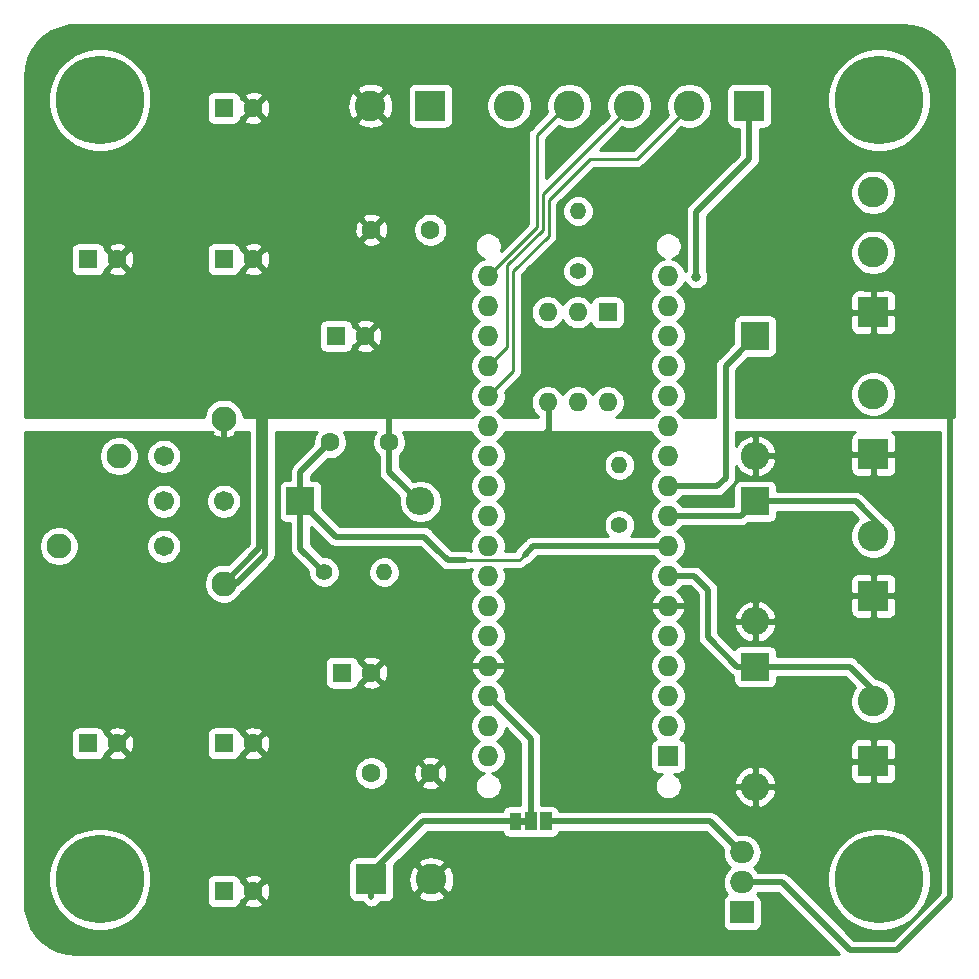
<source format=gbr>
%TF.GenerationSoftware,KiCad,Pcbnew,(5.1.9-0-10_14)*%
%TF.CreationDate,2021-06-30T23:09:00+02:00*%
%TF.ProjectId,kontroller,6b6f6e74-726f-46c6-9c65-722e6b696361,rev?*%
%TF.SameCoordinates,Original*%
%TF.FileFunction,Copper,L1,Top*%
%TF.FilePolarity,Positive*%
%FSLAX46Y46*%
G04 Gerber Fmt 4.6, Leading zero omitted, Abs format (unit mm)*
G04 Created by KiCad (PCBNEW (5.1.9-0-10_14)) date 2021-06-30 23:09:00*
%MOMM*%
%LPD*%
G01*
G04 APERTURE LIST*
%TA.AperFunction,ComponentPad*%
%ADD10C,2.600000*%
%TD*%
%TA.AperFunction,ComponentPad*%
%ADD11R,2.600000X2.600000*%
%TD*%
%TA.AperFunction,ComponentPad*%
%ADD12C,7.500000*%
%TD*%
%TA.AperFunction,WasherPad*%
%ADD13C,2.108200*%
%TD*%
%TA.AperFunction,ComponentPad*%
%ADD14C,1.701800*%
%TD*%
%TA.AperFunction,ComponentPad*%
%ADD15C,2.108200*%
%TD*%
%TA.AperFunction,ComponentPad*%
%ADD16O,2.000000X1.905000*%
%TD*%
%TA.AperFunction,ComponentPad*%
%ADD17R,2.000000X1.905000*%
%TD*%
%TA.AperFunction,ComponentPad*%
%ADD18O,1.727200X1.727200*%
%TD*%
%TA.AperFunction,ComponentPad*%
%ADD19R,1.727200X1.727200*%
%TD*%
%TA.AperFunction,ComponentPad*%
%ADD20O,1.600000X1.600000*%
%TD*%
%TA.AperFunction,ComponentPad*%
%ADD21R,1.600000X1.600000*%
%TD*%
%TA.AperFunction,ComponentPad*%
%ADD22O,1.400000X1.400000*%
%TD*%
%TA.AperFunction,ComponentPad*%
%ADD23C,1.400000*%
%TD*%
%TA.AperFunction,SMDPad,CuDef*%
%ADD24R,1.000000X1.500000*%
%TD*%
%TA.AperFunction,SMDPad,CuDef*%
%ADD25C,0.100000*%
%TD*%
%TA.AperFunction,ComponentPad*%
%ADD26O,2.400000X2.400000*%
%TD*%
%TA.AperFunction,ComponentPad*%
%ADD27R,2.400000X2.400000*%
%TD*%
%TA.AperFunction,ComponentPad*%
%ADD28C,1.600000*%
%TD*%
%TA.AperFunction,ViaPad*%
%ADD29C,0.800000*%
%TD*%
%TA.AperFunction,Conductor*%
%ADD30C,0.500000*%
%TD*%
%TA.AperFunction,Conductor*%
%ADD31C,0.250000*%
%TD*%
%TA.AperFunction,Conductor*%
%ADD32C,0.254000*%
%TD*%
%TA.AperFunction,Conductor*%
%ADD33C,0.100000*%
%TD*%
G04 APERTURE END LIST*
D10*
%TO.P,LinearActuator101,5*%
%TO.N,GNDS*%
X141680000Y-102500000D03*
%TO.P,LinearActuator101,4*%
%TO.N,D13*%
X146760000Y-102500000D03*
%TO.P,LinearActuator101,3*%
%TO.N,A0*%
X151840000Y-102500000D03*
%TO.P,LinearActuator101,2*%
%TO.N,A1*%
X156920000Y-102500000D03*
D11*
%TO.P,LinearActuator101,1*%
%TO.N,+5V*%
X162000000Y-102500000D03*
%TD*%
D12*
%TO.P,H104,1*%
%TO.N,N/C*%
X107000000Y-168000000D03*
%TD*%
%TO.P,H103,1*%
%TO.N,N/C*%
X107000000Y-102000000D03*
%TD*%
%TO.P,H102,1*%
%TO.N,N/C*%
X173000000Y-168000000D03*
%TD*%
%TO.P,H101,1*%
%TO.N,N/C*%
X173000000Y-102000000D03*
%TD*%
D13*
%TO.P,J701,*%
%TO.N,*%
X108610000Y-132175000D03*
X103530000Y-139795000D03*
D14*
%TO.P,J701,6*%
%TO.N,N/C*%
X112420000Y-135985000D03*
D15*
%TO.P,J701,5*%
%TO.N,GND*%
X117500000Y-142970000D03*
D14*
%TO.P,J701,4*%
%TO.N,+24V*%
X112420000Y-139795000D03*
%TO.P,J701,3*%
%TO.N,D3*%
X117500000Y-135985000D03*
%TO.P,J701,2*%
%TO.N,+5V*%
X112420000Y-132175000D03*
D15*
%TO.P,J701,1*%
%TO.N,GNDS*%
X117500000Y-129000000D03*
%TD*%
D16*
%TO.P,U102,3*%
%TO.N,Net-(JP101-Pad3)*%
X161400000Y-165720000D03*
%TO.P,U102,2*%
%TO.N,GND*%
X161400000Y-168260000D03*
D17*
%TO.P,U102,1*%
%TO.N,+24V*%
X161400000Y-170800000D03*
%TD*%
D18*
%TO.P,XA101,MISO*%
%TO.N,N/C*%
X139880000Y-155020000D03*
%TO.P,XA101,A5*%
X139880000Y-137240000D03*
%TO.P,XA101,A4*%
X139880000Y-134700000D03*
%TO.P,XA101,A3*%
X139880000Y-132160000D03*
%TO.P,XA101,A2*%
X139880000Y-129620000D03*
%TO.P,XA101,A1*%
%TO.N,A1*%
X139880000Y-127080000D03*
%TO.P,XA101,*%
%TO.N,*%
X139880000Y-142320000D03*
%TO.P,XA101,D11*%
%TO.N,N/C*%
X155120000Y-119460000D03*
%TO.P,XA101,D12*%
X155120000Y-116920000D03*
%TO.P,XA101,D13*%
%TO.N,D13*%
X139880000Y-116920000D03*
%TO.P,XA101,AREF*%
%TO.N,N/C*%
X139880000Y-122000000D03*
%TO.P,XA101,D10*%
X155120000Y-122000000D03*
%TO.P,XA101,D9*%
X155120000Y-124540000D03*
%TO.P,XA101,D8*%
%TO.N,D8*%
X155120000Y-127080000D03*
%TO.P,XA101,D7*%
%TO.N,N/C*%
X155120000Y-129620000D03*
%TO.P,XA101,D6*%
X155120000Y-132160000D03*
%TO.P,XA101,D5*%
%TO.N,D5*%
X155120000Y-134700000D03*
%TO.P,XA101,D4*%
%TO.N,D4*%
X155120000Y-137240000D03*
%TO.P,XA101,D3*%
%TO.N,D3*%
X155120000Y-139780000D03*
%TO.P,XA101,D2*%
%TO.N,D2*%
X155120000Y-142320000D03*
%TO.P,XA101,D1*%
%TO.N,N/C*%
X155120000Y-152480000D03*
%TO.P,XA101,D0*%
X155120000Y-149940000D03*
%TO.P,XA101,SS*%
X155120000Y-155020000D03*
%TO.P,XA101,RST1*%
X139880000Y-147400000D03*
%TO.P,XA101,3V3*%
X139880000Y-119460000D03*
%TO.P,XA101,5V*%
X139880000Y-144860000D03*
%TO.P,XA101,GND1*%
%TO.N,GNDS*%
X139880000Y-149940000D03*
%TO.P,XA101,GND2*%
X155120000Y-144860000D03*
%TO.P,XA101,VIN*%
%TO.N,Net-(JP101-Pad2)*%
X139880000Y-152480000D03*
%TO.P,XA101,A0*%
%TO.N,A0*%
X139880000Y-124540000D03*
%TO.P,XA101,SCK*%
%TO.N,N/C*%
X139880000Y-157560000D03*
D19*
%TO.P,XA101,MOSI*%
X155120000Y-157560000D03*
D18*
%TO.P,XA101,RST2*%
X155120000Y-147400000D03*
%TO.P,XA101,*%
%TO.N,*%
X139880000Y-139780000D03*
%TD*%
D20*
%TO.P,U101,6*%
%TO.N,N/C*%
X150000000Y-127620000D03*
%TO.P,U101,3*%
X144920000Y-120000000D03*
%TO.P,U101,5*%
%TO.N,D8*%
X147460000Y-127620000D03*
%TO.P,U101,2*%
%TO.N,Net-(R102-Pad1)*%
X147460000Y-120000000D03*
%TO.P,U101,4*%
%TO.N,GNDS*%
X144920000Y-127620000D03*
D21*
%TO.P,U101,1*%
%TO.N,+24V*%
X150000000Y-120000000D03*
%TD*%
D22*
%TO.P,R701,2*%
%TO.N,GND*%
X131080000Y-142000000D03*
D23*
%TO.P,R701,1*%
%TO.N,D3*%
X126000000Y-142000000D03*
%TD*%
D22*
%TO.P,R102,2*%
%TO.N,Net-(INDEX1-Pad2)*%
X147500000Y-111420000D03*
D23*
%TO.P,R102,1*%
%TO.N,Net-(R102-Pad1)*%
X147500000Y-116500000D03*
%TD*%
D22*
%TO.P,R101,2*%
%TO.N,D8*%
X151000000Y-132920000D03*
D23*
%TO.P,R101,1*%
%TO.N,+5V*%
X151000000Y-138000000D03*
%TD*%
D10*
%TO.P,OUT501,2*%
%TO.N,D2*%
X172500000Y-152920000D03*
D11*
%TO.P,OUT501,1*%
%TO.N,GNDS*%
X172500000Y-158000000D03*
%TD*%
D10*
%TO.P,POWER801,2*%
%TO.N,D4*%
X172500000Y-138920000D03*
D11*
%TO.P,POWER801,1*%
%TO.N,GNDS*%
X172500000Y-144000000D03*
%TD*%
D10*
%TO.P,POWER24,2*%
%TO.N,GND*%
X129920000Y-102500000D03*
D11*
%TO.P,POWER24,1*%
%TO.N,+24V*%
X135000000Y-102500000D03*
%TD*%
D10*
%TO.P,POWER5,2*%
%TO.N,GNDS*%
X135080000Y-168000000D03*
D11*
%TO.P,POWER5,1*%
%TO.N,+5V*%
X130000000Y-168000000D03*
%TD*%
D10*
%TO.P,OUT201,2*%
%TO.N,D5*%
X172500000Y-126920000D03*
D11*
%TO.P,OUT201,1*%
%TO.N,GNDS*%
X172500000Y-132000000D03*
%TD*%
D24*
%TO.P,JP101,2*%
%TO.N,Net-(JP101-Pad2)*%
X143500000Y-163100000D03*
%TO.P,JP101,3*%
%TO.N,Net-(JP101-Pad3)*%
X144800000Y-163100000D03*
%TA.AperFunction,SMDPad,CuDef*%
D25*
%TO.P,JP101,1*%
%TO.N,+5V*%
G36*
X142700000Y-162800000D02*
G01*
X143100000Y-162800000D01*
X143100000Y-163400000D01*
X142700000Y-163400000D01*
X142700000Y-163850000D01*
X141700000Y-163850000D01*
X141700000Y-162350000D01*
X142700000Y-162350000D01*
X142700000Y-162800000D01*
G37*
%TD.AperFunction*%
%TD*%
D10*
%TO.P,INDEX1,3*%
%TO.N,+24V*%
X172500000Y-109840000D03*
%TO.P,INDEX1,2*%
%TO.N,Net-(INDEX1-Pad2)*%
X172500000Y-114920000D03*
D11*
%TO.P,INDEX1,1*%
%TO.N,GND*%
X172500000Y-120000000D03*
%TD*%
D26*
%TO.P,D901,2*%
%TO.N,GNDS*%
X162500000Y-160160000D03*
D27*
%TO.P,D901,1*%
%TO.N,D2*%
X162500000Y-150000000D03*
%TD*%
D26*
%TO.P,D801,2*%
%TO.N,GNDS*%
X162500000Y-146160000D03*
D27*
%TO.P,D801,1*%
%TO.N,D4*%
X162500000Y-136000000D03*
%TD*%
D26*
%TO.P,D701,2*%
%TO.N,GND*%
X134160000Y-136000000D03*
D27*
%TO.P,D701,1*%
%TO.N,D3*%
X124000000Y-136000000D03*
%TD*%
D26*
%TO.P,D201,2*%
%TO.N,GNDS*%
X162500000Y-132160000D03*
D27*
%TO.P,D201,1*%
%TO.N,D5*%
X162500000Y-122000000D03*
%TD*%
D28*
%TO.P,C701,2*%
%TO.N,GND*%
X131500000Y-131000000D03*
%TO.P,C701,1*%
%TO.N,D3*%
X126500000Y-131000000D03*
%TD*%
%TO.P,C110,2*%
%TO.N,GND*%
X120000000Y-102700000D03*
D21*
%TO.P,C110,1*%
%TO.N,+24V*%
X117500000Y-102700000D03*
%TD*%
D28*
%TO.P,C109,2*%
%TO.N,GND*%
X108500000Y-115500000D03*
D21*
%TO.P,C109,1*%
%TO.N,+24V*%
X106000000Y-115500000D03*
%TD*%
D28*
%TO.P,C108,2*%
%TO.N,GND*%
X129500000Y-122000000D03*
D21*
%TO.P,C108,1*%
%TO.N,+24V*%
X127000000Y-122000000D03*
%TD*%
D28*
%TO.P,C107,2*%
%TO.N,GND*%
X120000000Y-115500000D03*
D21*
%TO.P,C107,1*%
%TO.N,+24V*%
X117500000Y-115500000D03*
%TD*%
D28*
%TO.P,C106,2*%
%TO.N,GND*%
X130000000Y-113000000D03*
%TO.P,C106,1*%
%TO.N,+24V*%
X135000000Y-113000000D03*
%TD*%
%TO.P,C105,2*%
%TO.N,GNDS*%
X120000000Y-169000000D03*
D21*
%TO.P,C105,1*%
%TO.N,+5V*%
X117500000Y-169000000D03*
%TD*%
D28*
%TO.P,C104,2*%
%TO.N,GNDS*%
X130000000Y-150500000D03*
D21*
%TO.P,C104,1*%
%TO.N,+5V*%
X127500000Y-150500000D03*
%TD*%
D28*
%TO.P,C103,2*%
%TO.N,GNDS*%
X120000000Y-156500000D03*
D21*
%TO.P,C103,1*%
%TO.N,+5V*%
X117500000Y-156500000D03*
%TD*%
D28*
%TO.P,C102,2*%
%TO.N,GNDS*%
X108500000Y-156500000D03*
D21*
%TO.P,C102,1*%
%TO.N,+5V*%
X106000000Y-156500000D03*
%TD*%
D28*
%TO.P,C101,2*%
%TO.N,GNDS*%
X135000000Y-159000000D03*
%TO.P,C101,1*%
%TO.N,+5V*%
X130000000Y-159000000D03*
%TD*%
D29*
%TO.N,GNDS*%
X137500000Y-134000000D03*
X142000000Y-137500000D03*
%TO.N,+5V*%
X157500000Y-117000000D03*
%TD*%
D30*
%TO.N,GNDS*%
X117500000Y-129000000D02*
X117500000Y-131000000D01*
X117500000Y-131000000D02*
X115000000Y-133500000D01*
X115000000Y-133500000D02*
X115000000Y-143000000D01*
X142000000Y-137500000D02*
X142000000Y-133000000D01*
X142000000Y-133000000D02*
X145000000Y-130000000D01*
X145000000Y-130000000D02*
X145000000Y-127500000D01*
%TO.N,+5V*%
X162000000Y-102500000D02*
X162000000Y-107000000D01*
X162000000Y-107000000D02*
X157500000Y-111500000D01*
X157500000Y-111500000D02*
X157500000Y-117000000D01*
X130000000Y-167500000D02*
X130000000Y-169500000D01*
X134400000Y-163100000D02*
X130000000Y-167500000D01*
X142200000Y-163100000D02*
X134400000Y-163100000D01*
%TO.N,GND*%
X174500000Y-174000000D02*
X179000000Y-169500000D01*
X179000000Y-169500000D02*
X179000000Y-129500000D01*
X117500000Y-142970000D02*
X117470000Y-142970000D01*
X117500000Y-142970000D02*
X120500000Y-139970000D01*
X120500000Y-139970000D02*
X120500000Y-129000000D01*
X117500000Y-142970000D02*
X118530000Y-142970000D01*
X118530000Y-142970000D02*
X121000000Y-140500000D01*
X121000000Y-140500000D02*
X121000000Y-129500000D01*
X131500000Y-133500000D02*
X134000000Y-136000000D01*
X131500000Y-131000000D02*
X131500000Y-133500000D01*
X131500000Y-131000000D02*
X131500000Y-124000000D01*
X131500000Y-124000000D02*
X129500000Y-122000000D01*
X179000000Y-129500000D02*
X179000000Y-127000000D01*
X121000000Y-129500000D02*
X121000000Y-128000000D01*
X170500000Y-174000000D02*
X174500000Y-174000000D01*
X164760000Y-168260000D02*
X170500000Y-174000000D01*
X163400000Y-168260000D02*
X164760000Y-168260000D01*
X163400000Y-168260000D02*
X161440000Y-168260000D01*
%TO.N,D3*%
X124000000Y-136000000D02*
X124000000Y-140000000D01*
X124000000Y-140000000D02*
X126000000Y-142000000D01*
X155120000Y-139780000D02*
X143720000Y-139780000D01*
X143720000Y-139780000D02*
X143000000Y-140500000D01*
D31*
X143000000Y-140500000D02*
X142531399Y-140968601D01*
D30*
X137968601Y-140968601D02*
X136468601Y-140968601D01*
D31*
X142531399Y-140968601D02*
X137968601Y-140968601D01*
X137968601Y-140968601D02*
X137031399Y-140968601D01*
D30*
X136468601Y-140968601D02*
X135500000Y-140000000D01*
X135500000Y-140000000D02*
X134500000Y-139000000D01*
X134500000Y-139000000D02*
X127000000Y-139000000D01*
X127000000Y-139000000D02*
X124000000Y-136000000D01*
X123965000Y-136035000D02*
X124000000Y-136000000D01*
X126500000Y-131000000D02*
X124000000Y-133500000D01*
X124000000Y-136000000D02*
X124000000Y-133500000D01*
%TO.N,D5*%
X155120000Y-134700000D02*
X159300000Y-134700000D01*
X159300000Y-134700000D02*
X160000000Y-134000000D01*
X160750000Y-123750000D02*
X162500000Y-122000000D01*
X160000000Y-124500000D02*
X160750000Y-123750000D01*
X160000000Y-134000000D02*
X160000000Y-124500000D01*
%TO.N,D4*%
X155120000Y-137240000D02*
X161260000Y-137240000D01*
X161260000Y-137240000D02*
X162500000Y-136000000D01*
X162500000Y-136000000D02*
X171000000Y-136000000D01*
X171000000Y-136000000D02*
X173500000Y-138500000D01*
%TO.N,D2*%
X155120000Y-142320000D02*
X157320000Y-142320000D01*
X157320000Y-142320000D02*
X158500000Y-143500000D01*
X158500000Y-143500000D02*
X158500000Y-147500000D01*
X158500000Y-147500000D02*
X161000000Y-150000000D01*
X161000000Y-150000000D02*
X162500000Y-150000000D01*
X162500000Y-150000000D02*
X170500000Y-150000000D01*
X170500000Y-150000000D02*
X173500000Y-153000000D01*
%TO.N,Net-(JP101-Pad2)*%
X139880000Y-152480000D02*
X143500000Y-156100000D01*
X143500000Y-156100000D02*
X143500000Y-163500000D01*
%TO.N,Net-(JP101-Pad3)*%
X161320000Y-165720000D02*
X158700000Y-163100000D01*
X161400000Y-165720000D02*
X161320000Y-165720000D01*
X144800000Y-163100000D02*
X158700000Y-163100000D01*
D31*
%TO.N,A0*%
X139880000Y-124540000D02*
X141500000Y-122920000D01*
X141500000Y-122920000D02*
X141500000Y-116000000D01*
X141500000Y-116000000D02*
X144500000Y-113000000D01*
X144500000Y-110000000D02*
X152000000Y-102500000D01*
X144500000Y-113000000D02*
X144500000Y-110000000D01*
%TO.N,A1*%
X139880000Y-127080000D02*
X142000000Y-124960000D01*
X142000000Y-124960000D02*
X142000000Y-116500000D01*
X142000000Y-116500000D02*
X145000000Y-113500000D01*
X145000000Y-113500000D02*
X145000000Y-110500000D01*
X145000000Y-110500000D02*
X148500000Y-107000000D01*
X148500000Y-107000000D02*
X149745002Y-107000000D01*
X149745002Y-107000000D02*
X152500000Y-107000000D01*
X152500000Y-107000000D02*
X157000000Y-102500000D01*
%TO.N,D13*%
X139880000Y-116920000D02*
X144000000Y-112800000D01*
X144000000Y-112800000D02*
X144000000Y-105000000D01*
X144000000Y-105000000D02*
X146500000Y-102500000D01*
%TD*%
D32*
%TO.N,GND*%
X175768083Y-95731173D02*
X176511891Y-95934656D01*
X177207905Y-96266638D01*
X177834130Y-96716626D01*
X178370777Y-97270403D01*
X178800871Y-97910451D01*
X179110829Y-98616553D01*
X179292065Y-99371457D01*
X179340001Y-100024220D01*
X179340001Y-128873000D01*
X160885000Y-128873000D01*
X160885000Y-126729419D01*
X170565000Y-126729419D01*
X170565000Y-127110581D01*
X170639361Y-127484419D01*
X170785225Y-127836566D01*
X170996987Y-128153491D01*
X171266509Y-128423013D01*
X171583434Y-128634775D01*
X171935581Y-128780639D01*
X172309419Y-128855000D01*
X172690581Y-128855000D01*
X173064419Y-128780639D01*
X173416566Y-128634775D01*
X173733491Y-128423013D01*
X174003013Y-128153491D01*
X174214775Y-127836566D01*
X174360639Y-127484419D01*
X174435000Y-127110581D01*
X174435000Y-126729419D01*
X174360639Y-126355581D01*
X174214775Y-126003434D01*
X174003013Y-125686509D01*
X173733491Y-125416987D01*
X173416566Y-125205225D01*
X173064419Y-125059361D01*
X172690581Y-124985000D01*
X172309419Y-124985000D01*
X171935581Y-125059361D01*
X171583434Y-125205225D01*
X171266509Y-125416987D01*
X170996987Y-125686509D01*
X170785225Y-126003434D01*
X170639361Y-126355581D01*
X170565000Y-126729419D01*
X160885000Y-126729419D01*
X160885000Y-124866578D01*
X161406532Y-124345047D01*
X161406536Y-124345042D01*
X161913506Y-123838072D01*
X163700000Y-123838072D01*
X163824482Y-123825812D01*
X163944180Y-123789502D01*
X164054494Y-123730537D01*
X164151185Y-123651185D01*
X164230537Y-123554494D01*
X164289502Y-123444180D01*
X164325812Y-123324482D01*
X164338072Y-123200000D01*
X164338072Y-121300000D01*
X170561928Y-121300000D01*
X170574188Y-121424482D01*
X170610498Y-121544180D01*
X170669463Y-121654494D01*
X170748815Y-121751185D01*
X170845506Y-121830537D01*
X170955820Y-121889502D01*
X171075518Y-121925812D01*
X171200000Y-121938072D01*
X172214250Y-121935000D01*
X172373000Y-121776250D01*
X172373000Y-120127000D01*
X172627000Y-120127000D01*
X172627000Y-121776250D01*
X172785750Y-121935000D01*
X173800000Y-121938072D01*
X173924482Y-121925812D01*
X174044180Y-121889502D01*
X174154494Y-121830537D01*
X174251185Y-121751185D01*
X174330537Y-121654494D01*
X174389502Y-121544180D01*
X174425812Y-121424482D01*
X174438072Y-121300000D01*
X174435000Y-120285750D01*
X174276250Y-120127000D01*
X172627000Y-120127000D01*
X172373000Y-120127000D01*
X170723750Y-120127000D01*
X170565000Y-120285750D01*
X170561928Y-121300000D01*
X164338072Y-121300000D01*
X164338072Y-120800000D01*
X164325812Y-120675518D01*
X164289502Y-120555820D01*
X164230537Y-120445506D01*
X164151185Y-120348815D01*
X164054494Y-120269463D01*
X163944180Y-120210498D01*
X163824482Y-120174188D01*
X163700000Y-120161928D01*
X161300000Y-120161928D01*
X161175518Y-120174188D01*
X161055820Y-120210498D01*
X160945506Y-120269463D01*
X160848815Y-120348815D01*
X160769463Y-120445506D01*
X160710498Y-120555820D01*
X160674188Y-120675518D01*
X160661928Y-120800000D01*
X160661928Y-122586494D01*
X160154958Y-123093464D01*
X160154953Y-123093468D01*
X159404951Y-123843471D01*
X159371184Y-123871183D01*
X159343471Y-123904951D01*
X159343468Y-123904954D01*
X159260590Y-124005941D01*
X159178412Y-124159687D01*
X159127805Y-124326510D01*
X159110719Y-124500000D01*
X159115001Y-124543479D01*
X159115001Y-128873000D01*
X156423221Y-128873000D01*
X156284039Y-128664698D01*
X156075302Y-128455961D01*
X155916719Y-128350000D01*
X156075302Y-128244039D01*
X156284039Y-128035302D01*
X156448042Y-127789853D01*
X156561010Y-127517125D01*
X156618600Y-127227599D01*
X156618600Y-126932401D01*
X156561010Y-126642875D01*
X156448042Y-126370147D01*
X156284039Y-126124698D01*
X156075302Y-125915961D01*
X155916719Y-125810000D01*
X156075302Y-125704039D01*
X156284039Y-125495302D01*
X156448042Y-125249853D01*
X156561010Y-124977125D01*
X156618600Y-124687599D01*
X156618600Y-124392401D01*
X156561010Y-124102875D01*
X156448042Y-123830147D01*
X156284039Y-123584698D01*
X156075302Y-123375961D01*
X155916719Y-123270000D01*
X156075302Y-123164039D01*
X156284039Y-122955302D01*
X156448042Y-122709853D01*
X156561010Y-122437125D01*
X156618600Y-122147599D01*
X156618600Y-121852401D01*
X156561010Y-121562875D01*
X156448042Y-121290147D01*
X156284039Y-121044698D01*
X156075302Y-120835961D01*
X155916719Y-120730000D01*
X156075302Y-120624039D01*
X156284039Y-120415302D01*
X156448042Y-120169853D01*
X156561010Y-119897125D01*
X156618600Y-119607599D01*
X156618600Y-119312401D01*
X156561010Y-119022875D01*
X156448042Y-118750147D01*
X156414536Y-118700000D01*
X170561928Y-118700000D01*
X170565000Y-119714250D01*
X170723750Y-119873000D01*
X172373000Y-119873000D01*
X172373000Y-118223750D01*
X172627000Y-118223750D01*
X172627000Y-119873000D01*
X174276250Y-119873000D01*
X174435000Y-119714250D01*
X174438072Y-118700000D01*
X174425812Y-118575518D01*
X174389502Y-118455820D01*
X174330537Y-118345506D01*
X174251185Y-118248815D01*
X174154494Y-118169463D01*
X174044180Y-118110498D01*
X173924482Y-118074188D01*
X173800000Y-118061928D01*
X172785750Y-118065000D01*
X172627000Y-118223750D01*
X172373000Y-118223750D01*
X172214250Y-118065000D01*
X171200000Y-118061928D01*
X171075518Y-118074188D01*
X170955820Y-118110498D01*
X170845506Y-118169463D01*
X170748815Y-118248815D01*
X170669463Y-118345506D01*
X170610498Y-118455820D01*
X170574188Y-118575518D01*
X170561928Y-118700000D01*
X156414536Y-118700000D01*
X156284039Y-118504698D01*
X156075302Y-118295961D01*
X155916719Y-118190000D01*
X156075302Y-118084039D01*
X156284039Y-117875302D01*
X156448042Y-117629853D01*
X156544330Y-117397394D01*
X156582795Y-117490256D01*
X156696063Y-117659774D01*
X156840226Y-117803937D01*
X157009744Y-117917205D01*
X157198102Y-117995226D01*
X157398061Y-118035000D01*
X157601939Y-118035000D01*
X157801898Y-117995226D01*
X157990256Y-117917205D01*
X158159774Y-117803937D01*
X158303937Y-117659774D01*
X158417205Y-117490256D01*
X158495226Y-117301898D01*
X158535000Y-117101939D01*
X158535000Y-116898061D01*
X158495226Y-116698102D01*
X158417205Y-116509744D01*
X158385000Y-116461546D01*
X158385000Y-114729419D01*
X170565000Y-114729419D01*
X170565000Y-115110581D01*
X170639361Y-115484419D01*
X170785225Y-115836566D01*
X170996987Y-116153491D01*
X171266509Y-116423013D01*
X171583434Y-116634775D01*
X171935581Y-116780639D01*
X172309419Y-116855000D01*
X172690581Y-116855000D01*
X173064419Y-116780639D01*
X173416566Y-116634775D01*
X173733491Y-116423013D01*
X174003013Y-116153491D01*
X174214775Y-115836566D01*
X174360639Y-115484419D01*
X174435000Y-115110581D01*
X174435000Y-114729419D01*
X174360639Y-114355581D01*
X174214775Y-114003434D01*
X174003013Y-113686509D01*
X173733491Y-113416987D01*
X173416566Y-113205225D01*
X173064419Y-113059361D01*
X172690581Y-112985000D01*
X172309419Y-112985000D01*
X171935581Y-113059361D01*
X171583434Y-113205225D01*
X171266509Y-113416987D01*
X170996987Y-113686509D01*
X170785225Y-114003434D01*
X170639361Y-114355581D01*
X170565000Y-114729419D01*
X158385000Y-114729419D01*
X158385000Y-111866578D01*
X160602159Y-109649419D01*
X170565000Y-109649419D01*
X170565000Y-110030581D01*
X170639361Y-110404419D01*
X170785225Y-110756566D01*
X170996987Y-111073491D01*
X171266509Y-111343013D01*
X171583434Y-111554775D01*
X171935581Y-111700639D01*
X172309419Y-111775000D01*
X172690581Y-111775000D01*
X173064419Y-111700639D01*
X173416566Y-111554775D01*
X173733491Y-111343013D01*
X174003013Y-111073491D01*
X174214775Y-110756566D01*
X174360639Y-110404419D01*
X174435000Y-110030581D01*
X174435000Y-109649419D01*
X174360639Y-109275581D01*
X174214775Y-108923434D01*
X174003013Y-108606509D01*
X173733491Y-108336987D01*
X173416566Y-108125225D01*
X173064419Y-107979361D01*
X172690581Y-107905000D01*
X172309419Y-107905000D01*
X171935581Y-107979361D01*
X171583434Y-108125225D01*
X171266509Y-108336987D01*
X170996987Y-108606509D01*
X170785225Y-108923434D01*
X170639361Y-109275581D01*
X170565000Y-109649419D01*
X160602159Y-109649419D01*
X162595049Y-107656530D01*
X162628817Y-107628817D01*
X162682177Y-107563799D01*
X162739410Y-107494060D01*
X162739411Y-107494059D01*
X162821589Y-107340313D01*
X162872195Y-107173490D01*
X162885000Y-107043477D01*
X162885000Y-107043467D01*
X162889281Y-107000001D01*
X162885000Y-106956534D01*
X162885000Y-104438072D01*
X163300000Y-104438072D01*
X163424482Y-104425812D01*
X163544180Y-104389502D01*
X163654494Y-104330537D01*
X163751185Y-104251185D01*
X163830537Y-104154494D01*
X163889502Y-104044180D01*
X163925812Y-103924482D01*
X163938072Y-103800000D01*
X163938072Y-101568115D01*
X168615000Y-101568115D01*
X168615000Y-102431885D01*
X168783513Y-103279057D01*
X169114064Y-104077076D01*
X169593948Y-104795274D01*
X170204726Y-105406052D01*
X170922924Y-105885936D01*
X171720943Y-106216487D01*
X172568115Y-106385000D01*
X173431885Y-106385000D01*
X174279057Y-106216487D01*
X175077076Y-105885936D01*
X175795274Y-105406052D01*
X176406052Y-104795274D01*
X176885936Y-104077076D01*
X177216487Y-103279057D01*
X177385000Y-102431885D01*
X177385000Y-101568115D01*
X177216487Y-100720943D01*
X176885936Y-99922924D01*
X176406052Y-99204726D01*
X175795274Y-98593948D01*
X175077076Y-98114064D01*
X174279057Y-97783513D01*
X173431885Y-97615000D01*
X172568115Y-97615000D01*
X171720943Y-97783513D01*
X170922924Y-98114064D01*
X170204726Y-98593948D01*
X169593948Y-99204726D01*
X169114064Y-99922924D01*
X168783513Y-100720943D01*
X168615000Y-101568115D01*
X163938072Y-101568115D01*
X163938072Y-101200000D01*
X163925812Y-101075518D01*
X163889502Y-100955820D01*
X163830537Y-100845506D01*
X163751185Y-100748815D01*
X163654494Y-100669463D01*
X163544180Y-100610498D01*
X163424482Y-100574188D01*
X163300000Y-100561928D01*
X160700000Y-100561928D01*
X160575518Y-100574188D01*
X160455820Y-100610498D01*
X160345506Y-100669463D01*
X160248815Y-100748815D01*
X160169463Y-100845506D01*
X160110498Y-100955820D01*
X160074188Y-101075518D01*
X160061928Y-101200000D01*
X160061928Y-103800000D01*
X160074188Y-103924482D01*
X160110498Y-104044180D01*
X160169463Y-104154494D01*
X160248815Y-104251185D01*
X160345506Y-104330537D01*
X160455820Y-104389502D01*
X160575518Y-104425812D01*
X160700000Y-104438072D01*
X161115000Y-104438072D01*
X161115001Y-106633420D01*
X156904956Y-110843466D01*
X156871183Y-110871183D01*
X156760589Y-111005942D01*
X156678411Y-111159688D01*
X156627805Y-111326511D01*
X156615000Y-111456524D01*
X156615000Y-111456531D01*
X156610719Y-111500000D01*
X156615000Y-111543469D01*
X156615001Y-116461544D01*
X156582795Y-116509744D01*
X156571688Y-116536558D01*
X156561010Y-116482875D01*
X156448042Y-116210147D01*
X156284039Y-115964698D01*
X156075302Y-115755961D01*
X155829853Y-115591958D01*
X155557125Y-115478990D01*
X155487190Y-115465079D01*
X155661413Y-115392913D01*
X155848620Y-115267826D01*
X156007826Y-115108620D01*
X156132913Y-114921413D01*
X156219075Y-114713401D01*
X156263000Y-114492576D01*
X156263000Y-114267424D01*
X156219075Y-114046599D01*
X156132913Y-113838587D01*
X156007826Y-113651380D01*
X155848620Y-113492174D01*
X155661413Y-113367087D01*
X155453401Y-113280925D01*
X155232576Y-113237000D01*
X155007424Y-113237000D01*
X154786599Y-113280925D01*
X154578587Y-113367087D01*
X154391380Y-113492174D01*
X154232174Y-113651380D01*
X154107087Y-113838587D01*
X154020925Y-114046599D01*
X153977000Y-114267424D01*
X153977000Y-114492576D01*
X154020925Y-114713401D01*
X154107087Y-114921413D01*
X154232174Y-115108620D01*
X154391380Y-115267826D01*
X154578587Y-115392913D01*
X154752810Y-115465079D01*
X154682875Y-115478990D01*
X154410147Y-115591958D01*
X154164698Y-115755961D01*
X153955961Y-115964698D01*
X153791958Y-116210147D01*
X153678990Y-116482875D01*
X153621400Y-116772401D01*
X153621400Y-117067599D01*
X153678990Y-117357125D01*
X153791958Y-117629853D01*
X153955961Y-117875302D01*
X154164698Y-118084039D01*
X154323281Y-118190000D01*
X154164698Y-118295961D01*
X153955961Y-118504698D01*
X153791958Y-118750147D01*
X153678990Y-119022875D01*
X153621400Y-119312401D01*
X153621400Y-119607599D01*
X153678990Y-119897125D01*
X153791958Y-120169853D01*
X153955961Y-120415302D01*
X154164698Y-120624039D01*
X154323281Y-120730000D01*
X154164698Y-120835961D01*
X153955961Y-121044698D01*
X153791958Y-121290147D01*
X153678990Y-121562875D01*
X153621400Y-121852401D01*
X153621400Y-122147599D01*
X153678990Y-122437125D01*
X153791958Y-122709853D01*
X153955961Y-122955302D01*
X154164698Y-123164039D01*
X154323281Y-123270000D01*
X154164698Y-123375961D01*
X153955961Y-123584698D01*
X153791958Y-123830147D01*
X153678990Y-124102875D01*
X153621400Y-124392401D01*
X153621400Y-124687599D01*
X153678990Y-124977125D01*
X153791958Y-125249853D01*
X153955961Y-125495302D01*
X154164698Y-125704039D01*
X154323281Y-125810000D01*
X154164698Y-125915961D01*
X153955961Y-126124698D01*
X153791958Y-126370147D01*
X153678990Y-126642875D01*
X153621400Y-126932401D01*
X153621400Y-127227599D01*
X153678990Y-127517125D01*
X153791958Y-127789853D01*
X153955961Y-128035302D01*
X154164698Y-128244039D01*
X154323281Y-128350000D01*
X154164698Y-128455961D01*
X153955961Y-128664698D01*
X153816779Y-128873000D01*
X150707684Y-128873000D01*
X150914759Y-128734637D01*
X151114637Y-128534759D01*
X151271680Y-128299727D01*
X151379853Y-128038574D01*
X151435000Y-127761335D01*
X151435000Y-127478665D01*
X151379853Y-127201426D01*
X151271680Y-126940273D01*
X151114637Y-126705241D01*
X150914759Y-126505363D01*
X150679727Y-126348320D01*
X150418574Y-126240147D01*
X150141335Y-126185000D01*
X149858665Y-126185000D01*
X149581426Y-126240147D01*
X149320273Y-126348320D01*
X149085241Y-126505363D01*
X148885363Y-126705241D01*
X148730000Y-126937759D01*
X148574637Y-126705241D01*
X148374759Y-126505363D01*
X148139727Y-126348320D01*
X147878574Y-126240147D01*
X147601335Y-126185000D01*
X147318665Y-126185000D01*
X147041426Y-126240147D01*
X146780273Y-126348320D01*
X146545241Y-126505363D01*
X146345363Y-126705241D01*
X146190000Y-126937759D01*
X146034637Y-126705241D01*
X145834759Y-126505363D01*
X145599727Y-126348320D01*
X145338574Y-126240147D01*
X145061335Y-126185000D01*
X144778665Y-126185000D01*
X144501426Y-126240147D01*
X144240273Y-126348320D01*
X144005241Y-126505363D01*
X143805363Y-126705241D01*
X143648320Y-126940273D01*
X143540147Y-127201426D01*
X143485000Y-127478665D01*
X143485000Y-127761335D01*
X143540147Y-128038574D01*
X143648320Y-128299727D01*
X143805363Y-128534759D01*
X144005241Y-128734637D01*
X144115000Y-128807976D01*
X144115000Y-128873000D01*
X141183221Y-128873000D01*
X141044039Y-128664698D01*
X140835302Y-128455961D01*
X140676719Y-128350000D01*
X140835302Y-128244039D01*
X141044039Y-128035302D01*
X141208042Y-127789853D01*
X141321010Y-127517125D01*
X141378600Y-127227599D01*
X141378600Y-126932401D01*
X141332776Y-126702026D01*
X142511004Y-125523798D01*
X142540001Y-125500001D01*
X142634974Y-125384276D01*
X142705546Y-125252247D01*
X142749003Y-125108986D01*
X142760000Y-124997333D01*
X142760000Y-124997325D01*
X142763676Y-124960000D01*
X142760000Y-124922675D01*
X142760000Y-119858665D01*
X143485000Y-119858665D01*
X143485000Y-120141335D01*
X143540147Y-120418574D01*
X143648320Y-120679727D01*
X143805363Y-120914759D01*
X144005241Y-121114637D01*
X144240273Y-121271680D01*
X144501426Y-121379853D01*
X144778665Y-121435000D01*
X145061335Y-121435000D01*
X145338574Y-121379853D01*
X145599727Y-121271680D01*
X145834759Y-121114637D01*
X146034637Y-120914759D01*
X146190000Y-120682241D01*
X146345363Y-120914759D01*
X146545241Y-121114637D01*
X146780273Y-121271680D01*
X147041426Y-121379853D01*
X147318665Y-121435000D01*
X147601335Y-121435000D01*
X147878574Y-121379853D01*
X148139727Y-121271680D01*
X148374759Y-121114637D01*
X148573357Y-120916039D01*
X148574188Y-120924482D01*
X148610498Y-121044180D01*
X148669463Y-121154494D01*
X148748815Y-121251185D01*
X148845506Y-121330537D01*
X148955820Y-121389502D01*
X149075518Y-121425812D01*
X149200000Y-121438072D01*
X150800000Y-121438072D01*
X150924482Y-121425812D01*
X151044180Y-121389502D01*
X151154494Y-121330537D01*
X151251185Y-121251185D01*
X151330537Y-121154494D01*
X151389502Y-121044180D01*
X151425812Y-120924482D01*
X151438072Y-120800000D01*
X151438072Y-119200000D01*
X151425812Y-119075518D01*
X151389502Y-118955820D01*
X151330537Y-118845506D01*
X151251185Y-118748815D01*
X151154494Y-118669463D01*
X151044180Y-118610498D01*
X150924482Y-118574188D01*
X150800000Y-118561928D01*
X149200000Y-118561928D01*
X149075518Y-118574188D01*
X148955820Y-118610498D01*
X148845506Y-118669463D01*
X148748815Y-118748815D01*
X148669463Y-118845506D01*
X148610498Y-118955820D01*
X148574188Y-119075518D01*
X148573357Y-119083961D01*
X148374759Y-118885363D01*
X148139727Y-118728320D01*
X147878574Y-118620147D01*
X147601335Y-118565000D01*
X147318665Y-118565000D01*
X147041426Y-118620147D01*
X146780273Y-118728320D01*
X146545241Y-118885363D01*
X146345363Y-119085241D01*
X146190000Y-119317759D01*
X146034637Y-119085241D01*
X145834759Y-118885363D01*
X145599727Y-118728320D01*
X145338574Y-118620147D01*
X145061335Y-118565000D01*
X144778665Y-118565000D01*
X144501426Y-118620147D01*
X144240273Y-118728320D01*
X144005241Y-118885363D01*
X143805363Y-119085241D01*
X143648320Y-119320273D01*
X143540147Y-119581426D01*
X143485000Y-119858665D01*
X142760000Y-119858665D01*
X142760000Y-116814801D01*
X143206287Y-116368514D01*
X146165000Y-116368514D01*
X146165000Y-116631486D01*
X146216304Y-116889405D01*
X146316939Y-117132359D01*
X146463038Y-117351013D01*
X146648987Y-117536962D01*
X146867641Y-117683061D01*
X147110595Y-117783696D01*
X147368514Y-117835000D01*
X147631486Y-117835000D01*
X147889405Y-117783696D01*
X148132359Y-117683061D01*
X148351013Y-117536962D01*
X148536962Y-117351013D01*
X148683061Y-117132359D01*
X148783696Y-116889405D01*
X148835000Y-116631486D01*
X148835000Y-116368514D01*
X148783696Y-116110595D01*
X148683061Y-115867641D01*
X148536962Y-115648987D01*
X148351013Y-115463038D01*
X148132359Y-115316939D01*
X147889405Y-115216304D01*
X147631486Y-115165000D01*
X147368514Y-115165000D01*
X147110595Y-115216304D01*
X146867641Y-115316939D01*
X146648987Y-115463038D01*
X146463038Y-115648987D01*
X146316939Y-115867641D01*
X146216304Y-116110595D01*
X146165000Y-116368514D01*
X143206287Y-116368514D01*
X145511004Y-114063798D01*
X145540001Y-114040001D01*
X145634974Y-113924276D01*
X145705546Y-113792247D01*
X145749003Y-113648986D01*
X145760000Y-113537333D01*
X145760000Y-113537325D01*
X145763676Y-113500000D01*
X145760000Y-113462675D01*
X145760000Y-111288514D01*
X146165000Y-111288514D01*
X146165000Y-111551486D01*
X146216304Y-111809405D01*
X146316939Y-112052359D01*
X146463038Y-112271013D01*
X146648987Y-112456962D01*
X146867641Y-112603061D01*
X147110595Y-112703696D01*
X147368514Y-112755000D01*
X147631486Y-112755000D01*
X147889405Y-112703696D01*
X148132359Y-112603061D01*
X148351013Y-112456962D01*
X148536962Y-112271013D01*
X148683061Y-112052359D01*
X148783696Y-111809405D01*
X148835000Y-111551486D01*
X148835000Y-111288514D01*
X148783696Y-111030595D01*
X148683061Y-110787641D01*
X148536962Y-110568987D01*
X148351013Y-110383038D01*
X148132359Y-110236939D01*
X147889405Y-110136304D01*
X147631486Y-110085000D01*
X147368514Y-110085000D01*
X147110595Y-110136304D01*
X146867641Y-110236939D01*
X146648987Y-110383038D01*
X146463038Y-110568987D01*
X146316939Y-110787641D01*
X146216304Y-111030595D01*
X146165000Y-111288514D01*
X145760000Y-111288514D01*
X145760000Y-110814801D01*
X148814803Y-107760000D01*
X152462678Y-107760000D01*
X152500000Y-107763676D01*
X152537322Y-107760000D01*
X152537333Y-107760000D01*
X152648986Y-107749003D01*
X152792247Y-107705546D01*
X152924276Y-107634974D01*
X153040001Y-107540001D01*
X153063804Y-107510997D01*
X156255583Y-104319219D01*
X156355581Y-104360639D01*
X156729419Y-104435000D01*
X157110581Y-104435000D01*
X157484419Y-104360639D01*
X157836566Y-104214775D01*
X158153491Y-104003013D01*
X158423013Y-103733491D01*
X158634775Y-103416566D01*
X158780639Y-103064419D01*
X158855000Y-102690581D01*
X158855000Y-102309419D01*
X158780639Y-101935581D01*
X158634775Y-101583434D01*
X158423013Y-101266509D01*
X158153491Y-100996987D01*
X157836566Y-100785225D01*
X157484419Y-100639361D01*
X157110581Y-100565000D01*
X156729419Y-100565000D01*
X156355581Y-100639361D01*
X156003434Y-100785225D01*
X155686509Y-100996987D01*
X155416987Y-101266509D01*
X155205225Y-101583434D01*
X155059361Y-101935581D01*
X154985000Y-102309419D01*
X154985000Y-102690581D01*
X155059361Y-103064419D01*
X155147644Y-103277554D01*
X152185199Y-106240000D01*
X149334802Y-106240000D01*
X151232152Y-104342650D01*
X151275581Y-104360639D01*
X151649419Y-104435000D01*
X152030581Y-104435000D01*
X152404419Y-104360639D01*
X152756566Y-104214775D01*
X153073491Y-104003013D01*
X153343013Y-103733491D01*
X153554775Y-103416566D01*
X153700639Y-103064419D01*
X153775000Y-102690581D01*
X153775000Y-102309419D01*
X153700639Y-101935581D01*
X153554775Y-101583434D01*
X153343013Y-101266509D01*
X153073491Y-100996987D01*
X152756566Y-100785225D01*
X152404419Y-100639361D01*
X152030581Y-100565000D01*
X151649419Y-100565000D01*
X151275581Y-100639361D01*
X150923434Y-100785225D01*
X150606509Y-100996987D01*
X150336987Y-101266509D01*
X150125225Y-101583434D01*
X149979361Y-101935581D01*
X149905000Y-102309419D01*
X149905000Y-102690581D01*
X149979361Y-103064419D01*
X150091076Y-103334122D01*
X144760000Y-108665199D01*
X144760000Y-105314801D01*
X145855167Y-104219635D01*
X146195581Y-104360639D01*
X146569419Y-104435000D01*
X146950581Y-104435000D01*
X147324419Y-104360639D01*
X147676566Y-104214775D01*
X147993491Y-104003013D01*
X148263013Y-103733491D01*
X148474775Y-103416566D01*
X148620639Y-103064419D01*
X148695000Y-102690581D01*
X148695000Y-102309419D01*
X148620639Y-101935581D01*
X148474775Y-101583434D01*
X148263013Y-101266509D01*
X147993491Y-100996987D01*
X147676566Y-100785225D01*
X147324419Y-100639361D01*
X146950581Y-100565000D01*
X146569419Y-100565000D01*
X146195581Y-100639361D01*
X145843434Y-100785225D01*
X145526509Y-100996987D01*
X145256987Y-101266509D01*
X145045225Y-101583434D01*
X144899361Y-101935581D01*
X144825000Y-102309419D01*
X144825000Y-102690581D01*
X144892960Y-103032239D01*
X143488998Y-104436201D01*
X143460000Y-104459999D01*
X143436202Y-104488997D01*
X143436201Y-104488998D01*
X143365026Y-104575724D01*
X143294454Y-104707754D01*
X143250998Y-104851015D01*
X143236324Y-105000000D01*
X143240001Y-105037332D01*
X143240000Y-112485198D01*
X140955936Y-114769262D01*
X140979075Y-114713401D01*
X141023000Y-114492576D01*
X141023000Y-114267424D01*
X140979075Y-114046599D01*
X140892913Y-113838587D01*
X140767826Y-113651380D01*
X140608620Y-113492174D01*
X140421413Y-113367087D01*
X140213401Y-113280925D01*
X139992576Y-113237000D01*
X139767424Y-113237000D01*
X139546599Y-113280925D01*
X139338587Y-113367087D01*
X139151380Y-113492174D01*
X138992174Y-113651380D01*
X138867087Y-113838587D01*
X138780925Y-114046599D01*
X138737000Y-114267424D01*
X138737000Y-114492576D01*
X138780925Y-114713401D01*
X138867087Y-114921413D01*
X138992174Y-115108620D01*
X139151380Y-115267826D01*
X139338587Y-115392913D01*
X139512810Y-115465079D01*
X139442875Y-115478990D01*
X139170147Y-115591958D01*
X138924698Y-115755961D01*
X138715961Y-115964698D01*
X138551958Y-116210147D01*
X138438990Y-116482875D01*
X138381400Y-116772401D01*
X138381400Y-117067599D01*
X138438990Y-117357125D01*
X138551958Y-117629853D01*
X138715961Y-117875302D01*
X138924698Y-118084039D01*
X139083281Y-118190000D01*
X138924698Y-118295961D01*
X138715961Y-118504698D01*
X138551958Y-118750147D01*
X138438990Y-119022875D01*
X138381400Y-119312401D01*
X138381400Y-119607599D01*
X138438990Y-119897125D01*
X138551958Y-120169853D01*
X138715961Y-120415302D01*
X138924698Y-120624039D01*
X139083281Y-120730000D01*
X138924698Y-120835961D01*
X138715961Y-121044698D01*
X138551958Y-121290147D01*
X138438990Y-121562875D01*
X138381400Y-121852401D01*
X138381400Y-122147599D01*
X138438990Y-122437125D01*
X138551958Y-122709853D01*
X138715961Y-122955302D01*
X138924698Y-123164039D01*
X139083281Y-123270000D01*
X138924698Y-123375961D01*
X138715961Y-123584698D01*
X138551958Y-123830147D01*
X138438990Y-124102875D01*
X138381400Y-124392401D01*
X138381400Y-124687599D01*
X138438990Y-124977125D01*
X138551958Y-125249853D01*
X138715961Y-125495302D01*
X138924698Y-125704039D01*
X139083281Y-125810000D01*
X138924698Y-125915961D01*
X138715961Y-126124698D01*
X138551958Y-126370147D01*
X138438990Y-126642875D01*
X138381400Y-126932401D01*
X138381400Y-127227599D01*
X138438990Y-127517125D01*
X138551958Y-127789853D01*
X138715961Y-128035302D01*
X138924698Y-128244039D01*
X139083281Y-128350000D01*
X138924698Y-128455961D01*
X138715961Y-128664698D01*
X138576779Y-128873000D01*
X119189100Y-128873000D01*
X119189100Y-128833638D01*
X119124189Y-128507308D01*
X118996861Y-128199911D01*
X118812010Y-127923261D01*
X118576739Y-127687990D01*
X118300089Y-127503139D01*
X117992692Y-127375811D01*
X117666362Y-127310900D01*
X117333638Y-127310900D01*
X117007308Y-127375811D01*
X116699911Y-127503139D01*
X116423261Y-127687990D01*
X116187990Y-127923261D01*
X116003139Y-128199911D01*
X115875811Y-128507308D01*
X115810900Y-128833638D01*
X115810900Y-128873000D01*
X100660000Y-128873000D01*
X100660000Y-121200000D01*
X125561928Y-121200000D01*
X125561928Y-122800000D01*
X125574188Y-122924482D01*
X125610498Y-123044180D01*
X125669463Y-123154494D01*
X125748815Y-123251185D01*
X125845506Y-123330537D01*
X125955820Y-123389502D01*
X126075518Y-123425812D01*
X126200000Y-123438072D01*
X127800000Y-123438072D01*
X127924482Y-123425812D01*
X128044180Y-123389502D01*
X128154494Y-123330537D01*
X128251185Y-123251185D01*
X128330537Y-123154494D01*
X128389502Y-123044180D01*
X128405117Y-122992702D01*
X128686903Y-122992702D01*
X128758486Y-123236671D01*
X129013996Y-123357571D01*
X129288184Y-123426300D01*
X129570512Y-123440217D01*
X129850130Y-123398787D01*
X130116292Y-123303603D01*
X130241514Y-123236671D01*
X130313097Y-122992702D01*
X129500000Y-122179605D01*
X128686903Y-122992702D01*
X128405117Y-122992702D01*
X128425812Y-122924482D01*
X128438072Y-122800000D01*
X128438072Y-122792785D01*
X128507298Y-122813097D01*
X129320395Y-122000000D01*
X129679605Y-122000000D01*
X130492702Y-122813097D01*
X130736671Y-122741514D01*
X130857571Y-122486004D01*
X130926300Y-122211816D01*
X130940217Y-121929488D01*
X130898787Y-121649870D01*
X130803603Y-121383708D01*
X130736671Y-121258486D01*
X130492702Y-121186903D01*
X129679605Y-122000000D01*
X129320395Y-122000000D01*
X128507298Y-121186903D01*
X128438072Y-121207215D01*
X128438072Y-121200000D01*
X128425812Y-121075518D01*
X128405118Y-121007298D01*
X128686903Y-121007298D01*
X129500000Y-121820395D01*
X130313097Y-121007298D01*
X130241514Y-120763329D01*
X129986004Y-120642429D01*
X129711816Y-120573700D01*
X129429488Y-120559783D01*
X129149870Y-120601213D01*
X128883708Y-120696397D01*
X128758486Y-120763329D01*
X128686903Y-121007298D01*
X128405118Y-121007298D01*
X128389502Y-120955820D01*
X128330537Y-120845506D01*
X128251185Y-120748815D01*
X128154494Y-120669463D01*
X128044180Y-120610498D01*
X127924482Y-120574188D01*
X127800000Y-120561928D01*
X126200000Y-120561928D01*
X126075518Y-120574188D01*
X125955820Y-120610498D01*
X125845506Y-120669463D01*
X125748815Y-120748815D01*
X125669463Y-120845506D01*
X125610498Y-120955820D01*
X125574188Y-121075518D01*
X125561928Y-121200000D01*
X100660000Y-121200000D01*
X100660000Y-114700000D01*
X104561928Y-114700000D01*
X104561928Y-116300000D01*
X104574188Y-116424482D01*
X104610498Y-116544180D01*
X104669463Y-116654494D01*
X104748815Y-116751185D01*
X104845506Y-116830537D01*
X104955820Y-116889502D01*
X105075518Y-116925812D01*
X105200000Y-116938072D01*
X106800000Y-116938072D01*
X106924482Y-116925812D01*
X107044180Y-116889502D01*
X107154494Y-116830537D01*
X107251185Y-116751185D01*
X107330537Y-116654494D01*
X107389502Y-116544180D01*
X107405117Y-116492702D01*
X107686903Y-116492702D01*
X107758486Y-116736671D01*
X108013996Y-116857571D01*
X108288184Y-116926300D01*
X108570512Y-116940217D01*
X108850130Y-116898787D01*
X109116292Y-116803603D01*
X109241514Y-116736671D01*
X109313097Y-116492702D01*
X108500000Y-115679605D01*
X107686903Y-116492702D01*
X107405117Y-116492702D01*
X107425812Y-116424482D01*
X107438072Y-116300000D01*
X107438072Y-116292785D01*
X107507298Y-116313097D01*
X108320395Y-115500000D01*
X108679605Y-115500000D01*
X109492702Y-116313097D01*
X109736671Y-116241514D01*
X109857571Y-115986004D01*
X109926300Y-115711816D01*
X109940217Y-115429488D01*
X109898787Y-115149870D01*
X109803603Y-114883708D01*
X109736671Y-114758486D01*
X109537340Y-114700000D01*
X116061928Y-114700000D01*
X116061928Y-116300000D01*
X116074188Y-116424482D01*
X116110498Y-116544180D01*
X116169463Y-116654494D01*
X116248815Y-116751185D01*
X116345506Y-116830537D01*
X116455820Y-116889502D01*
X116575518Y-116925812D01*
X116700000Y-116938072D01*
X118300000Y-116938072D01*
X118424482Y-116925812D01*
X118544180Y-116889502D01*
X118654494Y-116830537D01*
X118751185Y-116751185D01*
X118830537Y-116654494D01*
X118889502Y-116544180D01*
X118905117Y-116492702D01*
X119186903Y-116492702D01*
X119258486Y-116736671D01*
X119513996Y-116857571D01*
X119788184Y-116926300D01*
X120070512Y-116940217D01*
X120350130Y-116898787D01*
X120616292Y-116803603D01*
X120741514Y-116736671D01*
X120813097Y-116492702D01*
X120000000Y-115679605D01*
X119186903Y-116492702D01*
X118905117Y-116492702D01*
X118925812Y-116424482D01*
X118938072Y-116300000D01*
X118938072Y-116292785D01*
X119007298Y-116313097D01*
X119820395Y-115500000D01*
X120179605Y-115500000D01*
X120992702Y-116313097D01*
X121236671Y-116241514D01*
X121357571Y-115986004D01*
X121426300Y-115711816D01*
X121440217Y-115429488D01*
X121398787Y-115149870D01*
X121303603Y-114883708D01*
X121236671Y-114758486D01*
X120992702Y-114686903D01*
X120179605Y-115500000D01*
X119820395Y-115500000D01*
X119007298Y-114686903D01*
X118938072Y-114707215D01*
X118938072Y-114700000D01*
X118925812Y-114575518D01*
X118905118Y-114507298D01*
X119186903Y-114507298D01*
X120000000Y-115320395D01*
X120813097Y-114507298D01*
X120741514Y-114263329D01*
X120486004Y-114142429D01*
X120211816Y-114073700D01*
X119929488Y-114059783D01*
X119649870Y-114101213D01*
X119383708Y-114196397D01*
X119258486Y-114263329D01*
X119186903Y-114507298D01*
X118905118Y-114507298D01*
X118889502Y-114455820D01*
X118830537Y-114345506D01*
X118751185Y-114248815D01*
X118654494Y-114169463D01*
X118544180Y-114110498D01*
X118424482Y-114074188D01*
X118300000Y-114061928D01*
X116700000Y-114061928D01*
X116575518Y-114074188D01*
X116455820Y-114110498D01*
X116345506Y-114169463D01*
X116248815Y-114248815D01*
X116169463Y-114345506D01*
X116110498Y-114455820D01*
X116074188Y-114575518D01*
X116061928Y-114700000D01*
X109537340Y-114700000D01*
X109492702Y-114686903D01*
X108679605Y-115500000D01*
X108320395Y-115500000D01*
X107507298Y-114686903D01*
X107438072Y-114707215D01*
X107438072Y-114700000D01*
X107425812Y-114575518D01*
X107405118Y-114507298D01*
X107686903Y-114507298D01*
X108500000Y-115320395D01*
X109313097Y-114507298D01*
X109241514Y-114263329D01*
X108986004Y-114142429D01*
X108711816Y-114073700D01*
X108429488Y-114059783D01*
X108149870Y-114101213D01*
X107883708Y-114196397D01*
X107758486Y-114263329D01*
X107686903Y-114507298D01*
X107405118Y-114507298D01*
X107389502Y-114455820D01*
X107330537Y-114345506D01*
X107251185Y-114248815D01*
X107154494Y-114169463D01*
X107044180Y-114110498D01*
X106924482Y-114074188D01*
X106800000Y-114061928D01*
X105200000Y-114061928D01*
X105075518Y-114074188D01*
X104955820Y-114110498D01*
X104845506Y-114169463D01*
X104748815Y-114248815D01*
X104669463Y-114345506D01*
X104610498Y-114455820D01*
X104574188Y-114575518D01*
X104561928Y-114700000D01*
X100660000Y-114700000D01*
X100660000Y-113992702D01*
X129186903Y-113992702D01*
X129258486Y-114236671D01*
X129513996Y-114357571D01*
X129788184Y-114426300D01*
X130070512Y-114440217D01*
X130350130Y-114398787D01*
X130616292Y-114303603D01*
X130741514Y-114236671D01*
X130813097Y-113992702D01*
X130000000Y-113179605D01*
X129186903Y-113992702D01*
X100660000Y-113992702D01*
X100660000Y-113070512D01*
X128559783Y-113070512D01*
X128601213Y-113350130D01*
X128696397Y-113616292D01*
X128763329Y-113741514D01*
X129007298Y-113813097D01*
X129820395Y-113000000D01*
X130179605Y-113000000D01*
X130992702Y-113813097D01*
X131236671Y-113741514D01*
X131357571Y-113486004D01*
X131426300Y-113211816D01*
X131440217Y-112929488D01*
X131429724Y-112858665D01*
X133565000Y-112858665D01*
X133565000Y-113141335D01*
X133620147Y-113418574D01*
X133728320Y-113679727D01*
X133885363Y-113914759D01*
X134085241Y-114114637D01*
X134320273Y-114271680D01*
X134581426Y-114379853D01*
X134858665Y-114435000D01*
X135141335Y-114435000D01*
X135418574Y-114379853D01*
X135679727Y-114271680D01*
X135914759Y-114114637D01*
X136114637Y-113914759D01*
X136271680Y-113679727D01*
X136379853Y-113418574D01*
X136435000Y-113141335D01*
X136435000Y-112858665D01*
X136379853Y-112581426D01*
X136271680Y-112320273D01*
X136114637Y-112085241D01*
X135914759Y-111885363D01*
X135679727Y-111728320D01*
X135418574Y-111620147D01*
X135141335Y-111565000D01*
X134858665Y-111565000D01*
X134581426Y-111620147D01*
X134320273Y-111728320D01*
X134085241Y-111885363D01*
X133885363Y-112085241D01*
X133728320Y-112320273D01*
X133620147Y-112581426D01*
X133565000Y-112858665D01*
X131429724Y-112858665D01*
X131398787Y-112649870D01*
X131303603Y-112383708D01*
X131236671Y-112258486D01*
X130992702Y-112186903D01*
X130179605Y-113000000D01*
X129820395Y-113000000D01*
X129007298Y-112186903D01*
X128763329Y-112258486D01*
X128642429Y-112513996D01*
X128573700Y-112788184D01*
X128559783Y-113070512D01*
X100660000Y-113070512D01*
X100660000Y-112007298D01*
X129186903Y-112007298D01*
X130000000Y-112820395D01*
X130813097Y-112007298D01*
X130741514Y-111763329D01*
X130486004Y-111642429D01*
X130211816Y-111573700D01*
X129929488Y-111559783D01*
X129649870Y-111601213D01*
X129383708Y-111696397D01*
X129258486Y-111763329D01*
X129186903Y-112007298D01*
X100660000Y-112007298D01*
X100660000Y-101568115D01*
X102615000Y-101568115D01*
X102615000Y-102431885D01*
X102783513Y-103279057D01*
X103114064Y-104077076D01*
X103593948Y-104795274D01*
X104204726Y-105406052D01*
X104922924Y-105885936D01*
X105720943Y-106216487D01*
X106568115Y-106385000D01*
X107431885Y-106385000D01*
X108279057Y-106216487D01*
X109077076Y-105885936D01*
X109795274Y-105406052D01*
X110406052Y-104795274D01*
X110885936Y-104077076D01*
X111216487Y-103279057D01*
X111385000Y-102431885D01*
X111385000Y-101900000D01*
X116061928Y-101900000D01*
X116061928Y-103500000D01*
X116074188Y-103624482D01*
X116110498Y-103744180D01*
X116169463Y-103854494D01*
X116248815Y-103951185D01*
X116345506Y-104030537D01*
X116455820Y-104089502D01*
X116575518Y-104125812D01*
X116700000Y-104138072D01*
X118300000Y-104138072D01*
X118424482Y-104125812D01*
X118544180Y-104089502D01*
X118654494Y-104030537D01*
X118751185Y-103951185D01*
X118830537Y-103854494D01*
X118889502Y-103744180D01*
X118905117Y-103692702D01*
X119186903Y-103692702D01*
X119258486Y-103936671D01*
X119513996Y-104057571D01*
X119788184Y-104126300D01*
X120070512Y-104140217D01*
X120350130Y-104098787D01*
X120616292Y-104003603D01*
X120741514Y-103936671D01*
X120767171Y-103849224D01*
X128750381Y-103849224D01*
X128882317Y-104144312D01*
X129223045Y-104315159D01*
X129590557Y-104416250D01*
X129970729Y-104443701D01*
X130348951Y-104396457D01*
X130710690Y-104276333D01*
X130957683Y-104144312D01*
X131089619Y-103849224D01*
X129920000Y-102679605D01*
X128750381Y-103849224D01*
X120767171Y-103849224D01*
X120813097Y-103692702D01*
X120000000Y-102879605D01*
X119186903Y-103692702D01*
X118905117Y-103692702D01*
X118925812Y-103624482D01*
X118938072Y-103500000D01*
X118938072Y-103492785D01*
X119007298Y-103513097D01*
X119820395Y-102700000D01*
X120179605Y-102700000D01*
X120992702Y-103513097D01*
X121236671Y-103441514D01*
X121357571Y-103186004D01*
X121426300Y-102911816D01*
X121440217Y-102629488D01*
X121428548Y-102550729D01*
X127976299Y-102550729D01*
X128023543Y-102928951D01*
X128143667Y-103290690D01*
X128275688Y-103537683D01*
X128570776Y-103669619D01*
X129740395Y-102500000D01*
X130099605Y-102500000D01*
X131269224Y-103669619D01*
X131564312Y-103537683D01*
X131735159Y-103196955D01*
X131836250Y-102829443D01*
X131863701Y-102449271D01*
X131816457Y-102071049D01*
X131696333Y-101709310D01*
X131564312Y-101462317D01*
X131269224Y-101330381D01*
X130099605Y-102500000D01*
X129740395Y-102500000D01*
X128570776Y-101330381D01*
X128275688Y-101462317D01*
X128104841Y-101803045D01*
X128003750Y-102170557D01*
X127976299Y-102550729D01*
X121428548Y-102550729D01*
X121398787Y-102349870D01*
X121303603Y-102083708D01*
X121236671Y-101958486D01*
X120992702Y-101886903D01*
X120179605Y-102700000D01*
X119820395Y-102700000D01*
X119007298Y-101886903D01*
X118938072Y-101907215D01*
X118938072Y-101900000D01*
X118925812Y-101775518D01*
X118905118Y-101707298D01*
X119186903Y-101707298D01*
X120000000Y-102520395D01*
X120813097Y-101707298D01*
X120741514Y-101463329D01*
X120486004Y-101342429D01*
X120211816Y-101273700D01*
X119929488Y-101259783D01*
X119649870Y-101301213D01*
X119383708Y-101396397D01*
X119258486Y-101463329D01*
X119186903Y-101707298D01*
X118905118Y-101707298D01*
X118889502Y-101655820D01*
X118830537Y-101545506D01*
X118751185Y-101448815D01*
X118654494Y-101369463D01*
X118544180Y-101310498D01*
X118424482Y-101274188D01*
X118300000Y-101261928D01*
X116700000Y-101261928D01*
X116575518Y-101274188D01*
X116455820Y-101310498D01*
X116345506Y-101369463D01*
X116248815Y-101448815D01*
X116169463Y-101545506D01*
X116110498Y-101655820D01*
X116074188Y-101775518D01*
X116061928Y-101900000D01*
X111385000Y-101900000D01*
X111385000Y-101568115D01*
X111301987Y-101150776D01*
X128750381Y-101150776D01*
X129920000Y-102320395D01*
X131040395Y-101200000D01*
X133061928Y-101200000D01*
X133061928Y-103800000D01*
X133074188Y-103924482D01*
X133110498Y-104044180D01*
X133169463Y-104154494D01*
X133248815Y-104251185D01*
X133345506Y-104330537D01*
X133455820Y-104389502D01*
X133575518Y-104425812D01*
X133700000Y-104438072D01*
X136300000Y-104438072D01*
X136424482Y-104425812D01*
X136544180Y-104389502D01*
X136654494Y-104330537D01*
X136751185Y-104251185D01*
X136830537Y-104154494D01*
X136889502Y-104044180D01*
X136925812Y-103924482D01*
X136938072Y-103800000D01*
X136938072Y-102309419D01*
X139745000Y-102309419D01*
X139745000Y-102690581D01*
X139819361Y-103064419D01*
X139965225Y-103416566D01*
X140176987Y-103733491D01*
X140446509Y-104003013D01*
X140763434Y-104214775D01*
X141115581Y-104360639D01*
X141489419Y-104435000D01*
X141870581Y-104435000D01*
X142244419Y-104360639D01*
X142596566Y-104214775D01*
X142913491Y-104003013D01*
X143183013Y-103733491D01*
X143394775Y-103416566D01*
X143540639Y-103064419D01*
X143615000Y-102690581D01*
X143615000Y-102309419D01*
X143540639Y-101935581D01*
X143394775Y-101583434D01*
X143183013Y-101266509D01*
X142913491Y-100996987D01*
X142596566Y-100785225D01*
X142244419Y-100639361D01*
X141870581Y-100565000D01*
X141489419Y-100565000D01*
X141115581Y-100639361D01*
X140763434Y-100785225D01*
X140446509Y-100996987D01*
X140176987Y-101266509D01*
X139965225Y-101583434D01*
X139819361Y-101935581D01*
X139745000Y-102309419D01*
X136938072Y-102309419D01*
X136938072Y-101200000D01*
X136925812Y-101075518D01*
X136889502Y-100955820D01*
X136830537Y-100845506D01*
X136751185Y-100748815D01*
X136654494Y-100669463D01*
X136544180Y-100610498D01*
X136424482Y-100574188D01*
X136300000Y-100561928D01*
X133700000Y-100561928D01*
X133575518Y-100574188D01*
X133455820Y-100610498D01*
X133345506Y-100669463D01*
X133248815Y-100748815D01*
X133169463Y-100845506D01*
X133110498Y-100955820D01*
X133074188Y-101075518D01*
X133061928Y-101200000D01*
X131040395Y-101200000D01*
X131089619Y-101150776D01*
X130957683Y-100855688D01*
X130616955Y-100684841D01*
X130249443Y-100583750D01*
X129869271Y-100556299D01*
X129491049Y-100603543D01*
X129129310Y-100723667D01*
X128882317Y-100855688D01*
X128750381Y-101150776D01*
X111301987Y-101150776D01*
X111216487Y-100720943D01*
X110885936Y-99922924D01*
X110406052Y-99204726D01*
X109795274Y-98593948D01*
X109077076Y-98114064D01*
X108279057Y-97783513D01*
X107431885Y-97615000D01*
X106568115Y-97615000D01*
X105720943Y-97783513D01*
X104922924Y-98114064D01*
X104204726Y-98593948D01*
X103593948Y-99204726D01*
X103114064Y-99922924D01*
X102783513Y-100720943D01*
X102615000Y-101568115D01*
X100660000Y-101568115D01*
X100660000Y-100029392D01*
X100731173Y-99231917D01*
X100934656Y-98488109D01*
X101266638Y-97792095D01*
X101716626Y-97165870D01*
X102270403Y-96629223D01*
X102910451Y-96199129D01*
X103616553Y-95889171D01*
X104371457Y-95707935D01*
X105024207Y-95660000D01*
X174970608Y-95660000D01*
X175768083Y-95731173D01*
%TA.AperFunction,Conductor*%
D33*
G36*
X175768083Y-95731173D02*
G01*
X176511891Y-95934656D01*
X177207905Y-96266638D01*
X177834130Y-96716626D01*
X178370777Y-97270403D01*
X178800871Y-97910451D01*
X179110829Y-98616553D01*
X179292065Y-99371457D01*
X179340001Y-100024220D01*
X179340001Y-128873000D01*
X160885000Y-128873000D01*
X160885000Y-126729419D01*
X170565000Y-126729419D01*
X170565000Y-127110581D01*
X170639361Y-127484419D01*
X170785225Y-127836566D01*
X170996987Y-128153491D01*
X171266509Y-128423013D01*
X171583434Y-128634775D01*
X171935581Y-128780639D01*
X172309419Y-128855000D01*
X172690581Y-128855000D01*
X173064419Y-128780639D01*
X173416566Y-128634775D01*
X173733491Y-128423013D01*
X174003013Y-128153491D01*
X174214775Y-127836566D01*
X174360639Y-127484419D01*
X174435000Y-127110581D01*
X174435000Y-126729419D01*
X174360639Y-126355581D01*
X174214775Y-126003434D01*
X174003013Y-125686509D01*
X173733491Y-125416987D01*
X173416566Y-125205225D01*
X173064419Y-125059361D01*
X172690581Y-124985000D01*
X172309419Y-124985000D01*
X171935581Y-125059361D01*
X171583434Y-125205225D01*
X171266509Y-125416987D01*
X170996987Y-125686509D01*
X170785225Y-126003434D01*
X170639361Y-126355581D01*
X170565000Y-126729419D01*
X160885000Y-126729419D01*
X160885000Y-124866578D01*
X161406532Y-124345047D01*
X161406536Y-124345042D01*
X161913506Y-123838072D01*
X163700000Y-123838072D01*
X163824482Y-123825812D01*
X163944180Y-123789502D01*
X164054494Y-123730537D01*
X164151185Y-123651185D01*
X164230537Y-123554494D01*
X164289502Y-123444180D01*
X164325812Y-123324482D01*
X164338072Y-123200000D01*
X164338072Y-121300000D01*
X170561928Y-121300000D01*
X170574188Y-121424482D01*
X170610498Y-121544180D01*
X170669463Y-121654494D01*
X170748815Y-121751185D01*
X170845506Y-121830537D01*
X170955820Y-121889502D01*
X171075518Y-121925812D01*
X171200000Y-121938072D01*
X172214250Y-121935000D01*
X172373000Y-121776250D01*
X172373000Y-120127000D01*
X172627000Y-120127000D01*
X172627000Y-121776250D01*
X172785750Y-121935000D01*
X173800000Y-121938072D01*
X173924482Y-121925812D01*
X174044180Y-121889502D01*
X174154494Y-121830537D01*
X174251185Y-121751185D01*
X174330537Y-121654494D01*
X174389502Y-121544180D01*
X174425812Y-121424482D01*
X174438072Y-121300000D01*
X174435000Y-120285750D01*
X174276250Y-120127000D01*
X172627000Y-120127000D01*
X172373000Y-120127000D01*
X170723750Y-120127000D01*
X170565000Y-120285750D01*
X170561928Y-121300000D01*
X164338072Y-121300000D01*
X164338072Y-120800000D01*
X164325812Y-120675518D01*
X164289502Y-120555820D01*
X164230537Y-120445506D01*
X164151185Y-120348815D01*
X164054494Y-120269463D01*
X163944180Y-120210498D01*
X163824482Y-120174188D01*
X163700000Y-120161928D01*
X161300000Y-120161928D01*
X161175518Y-120174188D01*
X161055820Y-120210498D01*
X160945506Y-120269463D01*
X160848815Y-120348815D01*
X160769463Y-120445506D01*
X160710498Y-120555820D01*
X160674188Y-120675518D01*
X160661928Y-120800000D01*
X160661928Y-122586494D01*
X160154958Y-123093464D01*
X160154953Y-123093468D01*
X159404951Y-123843471D01*
X159371184Y-123871183D01*
X159343471Y-123904951D01*
X159343468Y-123904954D01*
X159260590Y-124005941D01*
X159178412Y-124159687D01*
X159127805Y-124326510D01*
X159110719Y-124500000D01*
X159115001Y-124543479D01*
X159115001Y-128873000D01*
X156423221Y-128873000D01*
X156284039Y-128664698D01*
X156075302Y-128455961D01*
X155916719Y-128350000D01*
X156075302Y-128244039D01*
X156284039Y-128035302D01*
X156448042Y-127789853D01*
X156561010Y-127517125D01*
X156618600Y-127227599D01*
X156618600Y-126932401D01*
X156561010Y-126642875D01*
X156448042Y-126370147D01*
X156284039Y-126124698D01*
X156075302Y-125915961D01*
X155916719Y-125810000D01*
X156075302Y-125704039D01*
X156284039Y-125495302D01*
X156448042Y-125249853D01*
X156561010Y-124977125D01*
X156618600Y-124687599D01*
X156618600Y-124392401D01*
X156561010Y-124102875D01*
X156448042Y-123830147D01*
X156284039Y-123584698D01*
X156075302Y-123375961D01*
X155916719Y-123270000D01*
X156075302Y-123164039D01*
X156284039Y-122955302D01*
X156448042Y-122709853D01*
X156561010Y-122437125D01*
X156618600Y-122147599D01*
X156618600Y-121852401D01*
X156561010Y-121562875D01*
X156448042Y-121290147D01*
X156284039Y-121044698D01*
X156075302Y-120835961D01*
X155916719Y-120730000D01*
X156075302Y-120624039D01*
X156284039Y-120415302D01*
X156448042Y-120169853D01*
X156561010Y-119897125D01*
X156618600Y-119607599D01*
X156618600Y-119312401D01*
X156561010Y-119022875D01*
X156448042Y-118750147D01*
X156414536Y-118700000D01*
X170561928Y-118700000D01*
X170565000Y-119714250D01*
X170723750Y-119873000D01*
X172373000Y-119873000D01*
X172373000Y-118223750D01*
X172627000Y-118223750D01*
X172627000Y-119873000D01*
X174276250Y-119873000D01*
X174435000Y-119714250D01*
X174438072Y-118700000D01*
X174425812Y-118575518D01*
X174389502Y-118455820D01*
X174330537Y-118345506D01*
X174251185Y-118248815D01*
X174154494Y-118169463D01*
X174044180Y-118110498D01*
X173924482Y-118074188D01*
X173800000Y-118061928D01*
X172785750Y-118065000D01*
X172627000Y-118223750D01*
X172373000Y-118223750D01*
X172214250Y-118065000D01*
X171200000Y-118061928D01*
X171075518Y-118074188D01*
X170955820Y-118110498D01*
X170845506Y-118169463D01*
X170748815Y-118248815D01*
X170669463Y-118345506D01*
X170610498Y-118455820D01*
X170574188Y-118575518D01*
X170561928Y-118700000D01*
X156414536Y-118700000D01*
X156284039Y-118504698D01*
X156075302Y-118295961D01*
X155916719Y-118190000D01*
X156075302Y-118084039D01*
X156284039Y-117875302D01*
X156448042Y-117629853D01*
X156544330Y-117397394D01*
X156582795Y-117490256D01*
X156696063Y-117659774D01*
X156840226Y-117803937D01*
X157009744Y-117917205D01*
X157198102Y-117995226D01*
X157398061Y-118035000D01*
X157601939Y-118035000D01*
X157801898Y-117995226D01*
X157990256Y-117917205D01*
X158159774Y-117803937D01*
X158303937Y-117659774D01*
X158417205Y-117490256D01*
X158495226Y-117301898D01*
X158535000Y-117101939D01*
X158535000Y-116898061D01*
X158495226Y-116698102D01*
X158417205Y-116509744D01*
X158385000Y-116461546D01*
X158385000Y-114729419D01*
X170565000Y-114729419D01*
X170565000Y-115110581D01*
X170639361Y-115484419D01*
X170785225Y-115836566D01*
X170996987Y-116153491D01*
X171266509Y-116423013D01*
X171583434Y-116634775D01*
X171935581Y-116780639D01*
X172309419Y-116855000D01*
X172690581Y-116855000D01*
X173064419Y-116780639D01*
X173416566Y-116634775D01*
X173733491Y-116423013D01*
X174003013Y-116153491D01*
X174214775Y-115836566D01*
X174360639Y-115484419D01*
X174435000Y-115110581D01*
X174435000Y-114729419D01*
X174360639Y-114355581D01*
X174214775Y-114003434D01*
X174003013Y-113686509D01*
X173733491Y-113416987D01*
X173416566Y-113205225D01*
X173064419Y-113059361D01*
X172690581Y-112985000D01*
X172309419Y-112985000D01*
X171935581Y-113059361D01*
X171583434Y-113205225D01*
X171266509Y-113416987D01*
X170996987Y-113686509D01*
X170785225Y-114003434D01*
X170639361Y-114355581D01*
X170565000Y-114729419D01*
X158385000Y-114729419D01*
X158385000Y-111866578D01*
X160602159Y-109649419D01*
X170565000Y-109649419D01*
X170565000Y-110030581D01*
X170639361Y-110404419D01*
X170785225Y-110756566D01*
X170996987Y-111073491D01*
X171266509Y-111343013D01*
X171583434Y-111554775D01*
X171935581Y-111700639D01*
X172309419Y-111775000D01*
X172690581Y-111775000D01*
X173064419Y-111700639D01*
X173416566Y-111554775D01*
X173733491Y-111343013D01*
X174003013Y-111073491D01*
X174214775Y-110756566D01*
X174360639Y-110404419D01*
X174435000Y-110030581D01*
X174435000Y-109649419D01*
X174360639Y-109275581D01*
X174214775Y-108923434D01*
X174003013Y-108606509D01*
X173733491Y-108336987D01*
X173416566Y-108125225D01*
X173064419Y-107979361D01*
X172690581Y-107905000D01*
X172309419Y-107905000D01*
X171935581Y-107979361D01*
X171583434Y-108125225D01*
X171266509Y-108336987D01*
X170996987Y-108606509D01*
X170785225Y-108923434D01*
X170639361Y-109275581D01*
X170565000Y-109649419D01*
X160602159Y-109649419D01*
X162595049Y-107656530D01*
X162628817Y-107628817D01*
X162682177Y-107563799D01*
X162739410Y-107494060D01*
X162739411Y-107494059D01*
X162821589Y-107340313D01*
X162872195Y-107173490D01*
X162885000Y-107043477D01*
X162885000Y-107043467D01*
X162889281Y-107000001D01*
X162885000Y-106956534D01*
X162885000Y-104438072D01*
X163300000Y-104438072D01*
X163424482Y-104425812D01*
X163544180Y-104389502D01*
X163654494Y-104330537D01*
X163751185Y-104251185D01*
X163830537Y-104154494D01*
X163889502Y-104044180D01*
X163925812Y-103924482D01*
X163938072Y-103800000D01*
X163938072Y-101568115D01*
X168615000Y-101568115D01*
X168615000Y-102431885D01*
X168783513Y-103279057D01*
X169114064Y-104077076D01*
X169593948Y-104795274D01*
X170204726Y-105406052D01*
X170922924Y-105885936D01*
X171720943Y-106216487D01*
X172568115Y-106385000D01*
X173431885Y-106385000D01*
X174279057Y-106216487D01*
X175077076Y-105885936D01*
X175795274Y-105406052D01*
X176406052Y-104795274D01*
X176885936Y-104077076D01*
X177216487Y-103279057D01*
X177385000Y-102431885D01*
X177385000Y-101568115D01*
X177216487Y-100720943D01*
X176885936Y-99922924D01*
X176406052Y-99204726D01*
X175795274Y-98593948D01*
X175077076Y-98114064D01*
X174279057Y-97783513D01*
X173431885Y-97615000D01*
X172568115Y-97615000D01*
X171720943Y-97783513D01*
X170922924Y-98114064D01*
X170204726Y-98593948D01*
X169593948Y-99204726D01*
X169114064Y-99922924D01*
X168783513Y-100720943D01*
X168615000Y-101568115D01*
X163938072Y-101568115D01*
X163938072Y-101200000D01*
X163925812Y-101075518D01*
X163889502Y-100955820D01*
X163830537Y-100845506D01*
X163751185Y-100748815D01*
X163654494Y-100669463D01*
X163544180Y-100610498D01*
X163424482Y-100574188D01*
X163300000Y-100561928D01*
X160700000Y-100561928D01*
X160575518Y-100574188D01*
X160455820Y-100610498D01*
X160345506Y-100669463D01*
X160248815Y-100748815D01*
X160169463Y-100845506D01*
X160110498Y-100955820D01*
X160074188Y-101075518D01*
X160061928Y-101200000D01*
X160061928Y-103800000D01*
X160074188Y-103924482D01*
X160110498Y-104044180D01*
X160169463Y-104154494D01*
X160248815Y-104251185D01*
X160345506Y-104330537D01*
X160455820Y-104389502D01*
X160575518Y-104425812D01*
X160700000Y-104438072D01*
X161115000Y-104438072D01*
X161115001Y-106633420D01*
X156904956Y-110843466D01*
X156871183Y-110871183D01*
X156760589Y-111005942D01*
X156678411Y-111159688D01*
X156627805Y-111326511D01*
X156615000Y-111456524D01*
X156615000Y-111456531D01*
X156610719Y-111500000D01*
X156615000Y-111543469D01*
X156615001Y-116461544D01*
X156582795Y-116509744D01*
X156571688Y-116536558D01*
X156561010Y-116482875D01*
X156448042Y-116210147D01*
X156284039Y-115964698D01*
X156075302Y-115755961D01*
X155829853Y-115591958D01*
X155557125Y-115478990D01*
X155487190Y-115465079D01*
X155661413Y-115392913D01*
X155848620Y-115267826D01*
X156007826Y-115108620D01*
X156132913Y-114921413D01*
X156219075Y-114713401D01*
X156263000Y-114492576D01*
X156263000Y-114267424D01*
X156219075Y-114046599D01*
X156132913Y-113838587D01*
X156007826Y-113651380D01*
X155848620Y-113492174D01*
X155661413Y-113367087D01*
X155453401Y-113280925D01*
X155232576Y-113237000D01*
X155007424Y-113237000D01*
X154786599Y-113280925D01*
X154578587Y-113367087D01*
X154391380Y-113492174D01*
X154232174Y-113651380D01*
X154107087Y-113838587D01*
X154020925Y-114046599D01*
X153977000Y-114267424D01*
X153977000Y-114492576D01*
X154020925Y-114713401D01*
X154107087Y-114921413D01*
X154232174Y-115108620D01*
X154391380Y-115267826D01*
X154578587Y-115392913D01*
X154752810Y-115465079D01*
X154682875Y-115478990D01*
X154410147Y-115591958D01*
X154164698Y-115755961D01*
X153955961Y-115964698D01*
X153791958Y-116210147D01*
X153678990Y-116482875D01*
X153621400Y-116772401D01*
X153621400Y-117067599D01*
X153678990Y-117357125D01*
X153791958Y-117629853D01*
X153955961Y-117875302D01*
X154164698Y-118084039D01*
X154323281Y-118190000D01*
X154164698Y-118295961D01*
X153955961Y-118504698D01*
X153791958Y-118750147D01*
X153678990Y-119022875D01*
X153621400Y-119312401D01*
X153621400Y-119607599D01*
X153678990Y-119897125D01*
X153791958Y-120169853D01*
X153955961Y-120415302D01*
X154164698Y-120624039D01*
X154323281Y-120730000D01*
X154164698Y-120835961D01*
X153955961Y-121044698D01*
X153791958Y-121290147D01*
X153678990Y-121562875D01*
X153621400Y-121852401D01*
X153621400Y-122147599D01*
X153678990Y-122437125D01*
X153791958Y-122709853D01*
X153955961Y-122955302D01*
X154164698Y-123164039D01*
X154323281Y-123270000D01*
X154164698Y-123375961D01*
X153955961Y-123584698D01*
X153791958Y-123830147D01*
X153678990Y-124102875D01*
X153621400Y-124392401D01*
X153621400Y-124687599D01*
X153678990Y-124977125D01*
X153791958Y-125249853D01*
X153955961Y-125495302D01*
X154164698Y-125704039D01*
X154323281Y-125810000D01*
X154164698Y-125915961D01*
X153955961Y-126124698D01*
X153791958Y-126370147D01*
X153678990Y-126642875D01*
X153621400Y-126932401D01*
X153621400Y-127227599D01*
X153678990Y-127517125D01*
X153791958Y-127789853D01*
X153955961Y-128035302D01*
X154164698Y-128244039D01*
X154323281Y-128350000D01*
X154164698Y-128455961D01*
X153955961Y-128664698D01*
X153816779Y-128873000D01*
X150707684Y-128873000D01*
X150914759Y-128734637D01*
X151114637Y-128534759D01*
X151271680Y-128299727D01*
X151379853Y-128038574D01*
X151435000Y-127761335D01*
X151435000Y-127478665D01*
X151379853Y-127201426D01*
X151271680Y-126940273D01*
X151114637Y-126705241D01*
X150914759Y-126505363D01*
X150679727Y-126348320D01*
X150418574Y-126240147D01*
X150141335Y-126185000D01*
X149858665Y-126185000D01*
X149581426Y-126240147D01*
X149320273Y-126348320D01*
X149085241Y-126505363D01*
X148885363Y-126705241D01*
X148730000Y-126937759D01*
X148574637Y-126705241D01*
X148374759Y-126505363D01*
X148139727Y-126348320D01*
X147878574Y-126240147D01*
X147601335Y-126185000D01*
X147318665Y-126185000D01*
X147041426Y-126240147D01*
X146780273Y-126348320D01*
X146545241Y-126505363D01*
X146345363Y-126705241D01*
X146190000Y-126937759D01*
X146034637Y-126705241D01*
X145834759Y-126505363D01*
X145599727Y-126348320D01*
X145338574Y-126240147D01*
X145061335Y-126185000D01*
X144778665Y-126185000D01*
X144501426Y-126240147D01*
X144240273Y-126348320D01*
X144005241Y-126505363D01*
X143805363Y-126705241D01*
X143648320Y-126940273D01*
X143540147Y-127201426D01*
X143485000Y-127478665D01*
X143485000Y-127761335D01*
X143540147Y-128038574D01*
X143648320Y-128299727D01*
X143805363Y-128534759D01*
X144005241Y-128734637D01*
X144115000Y-128807976D01*
X144115000Y-128873000D01*
X141183221Y-128873000D01*
X141044039Y-128664698D01*
X140835302Y-128455961D01*
X140676719Y-128350000D01*
X140835302Y-128244039D01*
X141044039Y-128035302D01*
X141208042Y-127789853D01*
X141321010Y-127517125D01*
X141378600Y-127227599D01*
X141378600Y-126932401D01*
X141332776Y-126702026D01*
X142511004Y-125523798D01*
X142540001Y-125500001D01*
X142634974Y-125384276D01*
X142705546Y-125252247D01*
X142749003Y-125108986D01*
X142760000Y-124997333D01*
X142760000Y-124997325D01*
X142763676Y-124960000D01*
X142760000Y-124922675D01*
X142760000Y-119858665D01*
X143485000Y-119858665D01*
X143485000Y-120141335D01*
X143540147Y-120418574D01*
X143648320Y-120679727D01*
X143805363Y-120914759D01*
X144005241Y-121114637D01*
X144240273Y-121271680D01*
X144501426Y-121379853D01*
X144778665Y-121435000D01*
X145061335Y-121435000D01*
X145338574Y-121379853D01*
X145599727Y-121271680D01*
X145834759Y-121114637D01*
X146034637Y-120914759D01*
X146190000Y-120682241D01*
X146345363Y-120914759D01*
X146545241Y-121114637D01*
X146780273Y-121271680D01*
X147041426Y-121379853D01*
X147318665Y-121435000D01*
X147601335Y-121435000D01*
X147878574Y-121379853D01*
X148139727Y-121271680D01*
X148374759Y-121114637D01*
X148573357Y-120916039D01*
X148574188Y-120924482D01*
X148610498Y-121044180D01*
X148669463Y-121154494D01*
X148748815Y-121251185D01*
X148845506Y-121330537D01*
X148955820Y-121389502D01*
X149075518Y-121425812D01*
X149200000Y-121438072D01*
X150800000Y-121438072D01*
X150924482Y-121425812D01*
X151044180Y-121389502D01*
X151154494Y-121330537D01*
X151251185Y-121251185D01*
X151330537Y-121154494D01*
X151389502Y-121044180D01*
X151425812Y-120924482D01*
X151438072Y-120800000D01*
X151438072Y-119200000D01*
X151425812Y-119075518D01*
X151389502Y-118955820D01*
X151330537Y-118845506D01*
X151251185Y-118748815D01*
X151154494Y-118669463D01*
X151044180Y-118610498D01*
X150924482Y-118574188D01*
X150800000Y-118561928D01*
X149200000Y-118561928D01*
X149075518Y-118574188D01*
X148955820Y-118610498D01*
X148845506Y-118669463D01*
X148748815Y-118748815D01*
X148669463Y-118845506D01*
X148610498Y-118955820D01*
X148574188Y-119075518D01*
X148573357Y-119083961D01*
X148374759Y-118885363D01*
X148139727Y-118728320D01*
X147878574Y-118620147D01*
X147601335Y-118565000D01*
X147318665Y-118565000D01*
X147041426Y-118620147D01*
X146780273Y-118728320D01*
X146545241Y-118885363D01*
X146345363Y-119085241D01*
X146190000Y-119317759D01*
X146034637Y-119085241D01*
X145834759Y-118885363D01*
X145599727Y-118728320D01*
X145338574Y-118620147D01*
X145061335Y-118565000D01*
X144778665Y-118565000D01*
X144501426Y-118620147D01*
X144240273Y-118728320D01*
X144005241Y-118885363D01*
X143805363Y-119085241D01*
X143648320Y-119320273D01*
X143540147Y-119581426D01*
X143485000Y-119858665D01*
X142760000Y-119858665D01*
X142760000Y-116814801D01*
X143206287Y-116368514D01*
X146165000Y-116368514D01*
X146165000Y-116631486D01*
X146216304Y-116889405D01*
X146316939Y-117132359D01*
X146463038Y-117351013D01*
X146648987Y-117536962D01*
X146867641Y-117683061D01*
X147110595Y-117783696D01*
X147368514Y-117835000D01*
X147631486Y-117835000D01*
X147889405Y-117783696D01*
X148132359Y-117683061D01*
X148351013Y-117536962D01*
X148536962Y-117351013D01*
X148683061Y-117132359D01*
X148783696Y-116889405D01*
X148835000Y-116631486D01*
X148835000Y-116368514D01*
X148783696Y-116110595D01*
X148683061Y-115867641D01*
X148536962Y-115648987D01*
X148351013Y-115463038D01*
X148132359Y-115316939D01*
X147889405Y-115216304D01*
X147631486Y-115165000D01*
X147368514Y-115165000D01*
X147110595Y-115216304D01*
X146867641Y-115316939D01*
X146648987Y-115463038D01*
X146463038Y-115648987D01*
X146316939Y-115867641D01*
X146216304Y-116110595D01*
X146165000Y-116368514D01*
X143206287Y-116368514D01*
X145511004Y-114063798D01*
X145540001Y-114040001D01*
X145634974Y-113924276D01*
X145705546Y-113792247D01*
X145749003Y-113648986D01*
X145760000Y-113537333D01*
X145760000Y-113537325D01*
X145763676Y-113500000D01*
X145760000Y-113462675D01*
X145760000Y-111288514D01*
X146165000Y-111288514D01*
X146165000Y-111551486D01*
X146216304Y-111809405D01*
X146316939Y-112052359D01*
X146463038Y-112271013D01*
X146648987Y-112456962D01*
X146867641Y-112603061D01*
X147110595Y-112703696D01*
X147368514Y-112755000D01*
X147631486Y-112755000D01*
X147889405Y-112703696D01*
X148132359Y-112603061D01*
X148351013Y-112456962D01*
X148536962Y-112271013D01*
X148683061Y-112052359D01*
X148783696Y-111809405D01*
X148835000Y-111551486D01*
X148835000Y-111288514D01*
X148783696Y-111030595D01*
X148683061Y-110787641D01*
X148536962Y-110568987D01*
X148351013Y-110383038D01*
X148132359Y-110236939D01*
X147889405Y-110136304D01*
X147631486Y-110085000D01*
X147368514Y-110085000D01*
X147110595Y-110136304D01*
X146867641Y-110236939D01*
X146648987Y-110383038D01*
X146463038Y-110568987D01*
X146316939Y-110787641D01*
X146216304Y-111030595D01*
X146165000Y-111288514D01*
X145760000Y-111288514D01*
X145760000Y-110814801D01*
X148814803Y-107760000D01*
X152462678Y-107760000D01*
X152500000Y-107763676D01*
X152537322Y-107760000D01*
X152537333Y-107760000D01*
X152648986Y-107749003D01*
X152792247Y-107705546D01*
X152924276Y-107634974D01*
X153040001Y-107540001D01*
X153063804Y-107510997D01*
X156255583Y-104319219D01*
X156355581Y-104360639D01*
X156729419Y-104435000D01*
X157110581Y-104435000D01*
X157484419Y-104360639D01*
X157836566Y-104214775D01*
X158153491Y-104003013D01*
X158423013Y-103733491D01*
X158634775Y-103416566D01*
X158780639Y-103064419D01*
X158855000Y-102690581D01*
X158855000Y-102309419D01*
X158780639Y-101935581D01*
X158634775Y-101583434D01*
X158423013Y-101266509D01*
X158153491Y-100996987D01*
X157836566Y-100785225D01*
X157484419Y-100639361D01*
X157110581Y-100565000D01*
X156729419Y-100565000D01*
X156355581Y-100639361D01*
X156003434Y-100785225D01*
X155686509Y-100996987D01*
X155416987Y-101266509D01*
X155205225Y-101583434D01*
X155059361Y-101935581D01*
X154985000Y-102309419D01*
X154985000Y-102690581D01*
X155059361Y-103064419D01*
X155147644Y-103277554D01*
X152185199Y-106240000D01*
X149334802Y-106240000D01*
X151232152Y-104342650D01*
X151275581Y-104360639D01*
X151649419Y-104435000D01*
X152030581Y-104435000D01*
X152404419Y-104360639D01*
X152756566Y-104214775D01*
X153073491Y-104003013D01*
X153343013Y-103733491D01*
X153554775Y-103416566D01*
X153700639Y-103064419D01*
X153775000Y-102690581D01*
X153775000Y-102309419D01*
X153700639Y-101935581D01*
X153554775Y-101583434D01*
X153343013Y-101266509D01*
X153073491Y-100996987D01*
X152756566Y-100785225D01*
X152404419Y-100639361D01*
X152030581Y-100565000D01*
X151649419Y-100565000D01*
X151275581Y-100639361D01*
X150923434Y-100785225D01*
X150606509Y-100996987D01*
X150336987Y-101266509D01*
X150125225Y-101583434D01*
X149979361Y-101935581D01*
X149905000Y-102309419D01*
X149905000Y-102690581D01*
X149979361Y-103064419D01*
X150091076Y-103334122D01*
X144760000Y-108665199D01*
X144760000Y-105314801D01*
X145855167Y-104219635D01*
X146195581Y-104360639D01*
X146569419Y-104435000D01*
X146950581Y-104435000D01*
X147324419Y-104360639D01*
X147676566Y-104214775D01*
X147993491Y-104003013D01*
X148263013Y-103733491D01*
X148474775Y-103416566D01*
X148620639Y-103064419D01*
X148695000Y-102690581D01*
X148695000Y-102309419D01*
X148620639Y-101935581D01*
X148474775Y-101583434D01*
X148263013Y-101266509D01*
X147993491Y-100996987D01*
X147676566Y-100785225D01*
X147324419Y-100639361D01*
X146950581Y-100565000D01*
X146569419Y-100565000D01*
X146195581Y-100639361D01*
X145843434Y-100785225D01*
X145526509Y-100996987D01*
X145256987Y-101266509D01*
X145045225Y-101583434D01*
X144899361Y-101935581D01*
X144825000Y-102309419D01*
X144825000Y-102690581D01*
X144892960Y-103032239D01*
X143488998Y-104436201D01*
X143460000Y-104459999D01*
X143436202Y-104488997D01*
X143436201Y-104488998D01*
X143365026Y-104575724D01*
X143294454Y-104707754D01*
X143250998Y-104851015D01*
X143236324Y-105000000D01*
X143240001Y-105037332D01*
X143240000Y-112485198D01*
X140955936Y-114769262D01*
X140979075Y-114713401D01*
X141023000Y-114492576D01*
X141023000Y-114267424D01*
X140979075Y-114046599D01*
X140892913Y-113838587D01*
X140767826Y-113651380D01*
X140608620Y-113492174D01*
X140421413Y-113367087D01*
X140213401Y-113280925D01*
X139992576Y-113237000D01*
X139767424Y-113237000D01*
X139546599Y-113280925D01*
X139338587Y-113367087D01*
X139151380Y-113492174D01*
X138992174Y-113651380D01*
X138867087Y-113838587D01*
X138780925Y-114046599D01*
X138737000Y-114267424D01*
X138737000Y-114492576D01*
X138780925Y-114713401D01*
X138867087Y-114921413D01*
X138992174Y-115108620D01*
X139151380Y-115267826D01*
X139338587Y-115392913D01*
X139512810Y-115465079D01*
X139442875Y-115478990D01*
X139170147Y-115591958D01*
X138924698Y-115755961D01*
X138715961Y-115964698D01*
X138551958Y-116210147D01*
X138438990Y-116482875D01*
X138381400Y-116772401D01*
X138381400Y-117067599D01*
X138438990Y-117357125D01*
X138551958Y-117629853D01*
X138715961Y-117875302D01*
X138924698Y-118084039D01*
X139083281Y-118190000D01*
X138924698Y-118295961D01*
X138715961Y-118504698D01*
X138551958Y-118750147D01*
X138438990Y-119022875D01*
X138381400Y-119312401D01*
X138381400Y-119607599D01*
X138438990Y-119897125D01*
X138551958Y-120169853D01*
X138715961Y-120415302D01*
X138924698Y-120624039D01*
X139083281Y-120730000D01*
X138924698Y-120835961D01*
X138715961Y-121044698D01*
X138551958Y-121290147D01*
X138438990Y-121562875D01*
X138381400Y-121852401D01*
X138381400Y-122147599D01*
X138438990Y-122437125D01*
X138551958Y-122709853D01*
X138715961Y-122955302D01*
X138924698Y-123164039D01*
X139083281Y-123270000D01*
X138924698Y-123375961D01*
X138715961Y-123584698D01*
X138551958Y-123830147D01*
X138438990Y-124102875D01*
X138381400Y-124392401D01*
X138381400Y-124687599D01*
X138438990Y-124977125D01*
X138551958Y-125249853D01*
X138715961Y-125495302D01*
X138924698Y-125704039D01*
X139083281Y-125810000D01*
X138924698Y-125915961D01*
X138715961Y-126124698D01*
X138551958Y-126370147D01*
X138438990Y-126642875D01*
X138381400Y-126932401D01*
X138381400Y-127227599D01*
X138438990Y-127517125D01*
X138551958Y-127789853D01*
X138715961Y-128035302D01*
X138924698Y-128244039D01*
X139083281Y-128350000D01*
X138924698Y-128455961D01*
X138715961Y-128664698D01*
X138576779Y-128873000D01*
X119189100Y-128873000D01*
X119189100Y-128833638D01*
X119124189Y-128507308D01*
X118996861Y-128199911D01*
X118812010Y-127923261D01*
X118576739Y-127687990D01*
X118300089Y-127503139D01*
X117992692Y-127375811D01*
X117666362Y-127310900D01*
X117333638Y-127310900D01*
X117007308Y-127375811D01*
X116699911Y-127503139D01*
X116423261Y-127687990D01*
X116187990Y-127923261D01*
X116003139Y-128199911D01*
X115875811Y-128507308D01*
X115810900Y-128833638D01*
X115810900Y-128873000D01*
X100660000Y-128873000D01*
X100660000Y-121200000D01*
X125561928Y-121200000D01*
X125561928Y-122800000D01*
X125574188Y-122924482D01*
X125610498Y-123044180D01*
X125669463Y-123154494D01*
X125748815Y-123251185D01*
X125845506Y-123330537D01*
X125955820Y-123389502D01*
X126075518Y-123425812D01*
X126200000Y-123438072D01*
X127800000Y-123438072D01*
X127924482Y-123425812D01*
X128044180Y-123389502D01*
X128154494Y-123330537D01*
X128251185Y-123251185D01*
X128330537Y-123154494D01*
X128389502Y-123044180D01*
X128405117Y-122992702D01*
X128686903Y-122992702D01*
X128758486Y-123236671D01*
X129013996Y-123357571D01*
X129288184Y-123426300D01*
X129570512Y-123440217D01*
X129850130Y-123398787D01*
X130116292Y-123303603D01*
X130241514Y-123236671D01*
X130313097Y-122992702D01*
X129500000Y-122179605D01*
X128686903Y-122992702D01*
X128405117Y-122992702D01*
X128425812Y-122924482D01*
X128438072Y-122800000D01*
X128438072Y-122792785D01*
X128507298Y-122813097D01*
X129320395Y-122000000D01*
X129679605Y-122000000D01*
X130492702Y-122813097D01*
X130736671Y-122741514D01*
X130857571Y-122486004D01*
X130926300Y-122211816D01*
X130940217Y-121929488D01*
X130898787Y-121649870D01*
X130803603Y-121383708D01*
X130736671Y-121258486D01*
X130492702Y-121186903D01*
X129679605Y-122000000D01*
X129320395Y-122000000D01*
X128507298Y-121186903D01*
X128438072Y-121207215D01*
X128438072Y-121200000D01*
X128425812Y-121075518D01*
X128405118Y-121007298D01*
X128686903Y-121007298D01*
X129500000Y-121820395D01*
X130313097Y-121007298D01*
X130241514Y-120763329D01*
X129986004Y-120642429D01*
X129711816Y-120573700D01*
X129429488Y-120559783D01*
X129149870Y-120601213D01*
X128883708Y-120696397D01*
X128758486Y-120763329D01*
X128686903Y-121007298D01*
X128405118Y-121007298D01*
X128389502Y-120955820D01*
X128330537Y-120845506D01*
X128251185Y-120748815D01*
X128154494Y-120669463D01*
X128044180Y-120610498D01*
X127924482Y-120574188D01*
X127800000Y-120561928D01*
X126200000Y-120561928D01*
X126075518Y-120574188D01*
X125955820Y-120610498D01*
X125845506Y-120669463D01*
X125748815Y-120748815D01*
X125669463Y-120845506D01*
X125610498Y-120955820D01*
X125574188Y-121075518D01*
X125561928Y-121200000D01*
X100660000Y-121200000D01*
X100660000Y-114700000D01*
X104561928Y-114700000D01*
X104561928Y-116300000D01*
X104574188Y-116424482D01*
X104610498Y-116544180D01*
X104669463Y-116654494D01*
X104748815Y-116751185D01*
X104845506Y-116830537D01*
X104955820Y-116889502D01*
X105075518Y-116925812D01*
X105200000Y-116938072D01*
X106800000Y-116938072D01*
X106924482Y-116925812D01*
X107044180Y-116889502D01*
X107154494Y-116830537D01*
X107251185Y-116751185D01*
X107330537Y-116654494D01*
X107389502Y-116544180D01*
X107405117Y-116492702D01*
X107686903Y-116492702D01*
X107758486Y-116736671D01*
X108013996Y-116857571D01*
X108288184Y-116926300D01*
X108570512Y-116940217D01*
X108850130Y-116898787D01*
X109116292Y-116803603D01*
X109241514Y-116736671D01*
X109313097Y-116492702D01*
X108500000Y-115679605D01*
X107686903Y-116492702D01*
X107405117Y-116492702D01*
X107425812Y-116424482D01*
X107438072Y-116300000D01*
X107438072Y-116292785D01*
X107507298Y-116313097D01*
X108320395Y-115500000D01*
X108679605Y-115500000D01*
X109492702Y-116313097D01*
X109736671Y-116241514D01*
X109857571Y-115986004D01*
X109926300Y-115711816D01*
X109940217Y-115429488D01*
X109898787Y-115149870D01*
X109803603Y-114883708D01*
X109736671Y-114758486D01*
X109537340Y-114700000D01*
X116061928Y-114700000D01*
X116061928Y-116300000D01*
X116074188Y-116424482D01*
X116110498Y-116544180D01*
X116169463Y-116654494D01*
X116248815Y-116751185D01*
X116345506Y-116830537D01*
X116455820Y-116889502D01*
X116575518Y-116925812D01*
X116700000Y-116938072D01*
X118300000Y-116938072D01*
X118424482Y-116925812D01*
X118544180Y-116889502D01*
X118654494Y-116830537D01*
X118751185Y-116751185D01*
X118830537Y-116654494D01*
X118889502Y-116544180D01*
X118905117Y-116492702D01*
X119186903Y-116492702D01*
X119258486Y-116736671D01*
X119513996Y-116857571D01*
X119788184Y-116926300D01*
X120070512Y-116940217D01*
X120350130Y-116898787D01*
X120616292Y-116803603D01*
X120741514Y-116736671D01*
X120813097Y-116492702D01*
X120000000Y-115679605D01*
X119186903Y-116492702D01*
X118905117Y-116492702D01*
X118925812Y-116424482D01*
X118938072Y-116300000D01*
X118938072Y-116292785D01*
X119007298Y-116313097D01*
X119820395Y-115500000D01*
X120179605Y-115500000D01*
X120992702Y-116313097D01*
X121236671Y-116241514D01*
X121357571Y-115986004D01*
X121426300Y-115711816D01*
X121440217Y-115429488D01*
X121398787Y-115149870D01*
X121303603Y-114883708D01*
X121236671Y-114758486D01*
X120992702Y-114686903D01*
X120179605Y-115500000D01*
X119820395Y-115500000D01*
X119007298Y-114686903D01*
X118938072Y-114707215D01*
X118938072Y-114700000D01*
X118925812Y-114575518D01*
X118905118Y-114507298D01*
X119186903Y-114507298D01*
X120000000Y-115320395D01*
X120813097Y-114507298D01*
X120741514Y-114263329D01*
X120486004Y-114142429D01*
X120211816Y-114073700D01*
X119929488Y-114059783D01*
X119649870Y-114101213D01*
X119383708Y-114196397D01*
X119258486Y-114263329D01*
X119186903Y-114507298D01*
X118905118Y-114507298D01*
X118889502Y-114455820D01*
X118830537Y-114345506D01*
X118751185Y-114248815D01*
X118654494Y-114169463D01*
X118544180Y-114110498D01*
X118424482Y-114074188D01*
X118300000Y-114061928D01*
X116700000Y-114061928D01*
X116575518Y-114074188D01*
X116455820Y-114110498D01*
X116345506Y-114169463D01*
X116248815Y-114248815D01*
X116169463Y-114345506D01*
X116110498Y-114455820D01*
X116074188Y-114575518D01*
X116061928Y-114700000D01*
X109537340Y-114700000D01*
X109492702Y-114686903D01*
X108679605Y-115500000D01*
X108320395Y-115500000D01*
X107507298Y-114686903D01*
X107438072Y-114707215D01*
X107438072Y-114700000D01*
X107425812Y-114575518D01*
X107405118Y-114507298D01*
X107686903Y-114507298D01*
X108500000Y-115320395D01*
X109313097Y-114507298D01*
X109241514Y-114263329D01*
X108986004Y-114142429D01*
X108711816Y-114073700D01*
X108429488Y-114059783D01*
X108149870Y-114101213D01*
X107883708Y-114196397D01*
X107758486Y-114263329D01*
X107686903Y-114507298D01*
X107405118Y-114507298D01*
X107389502Y-114455820D01*
X107330537Y-114345506D01*
X107251185Y-114248815D01*
X107154494Y-114169463D01*
X107044180Y-114110498D01*
X106924482Y-114074188D01*
X106800000Y-114061928D01*
X105200000Y-114061928D01*
X105075518Y-114074188D01*
X104955820Y-114110498D01*
X104845506Y-114169463D01*
X104748815Y-114248815D01*
X104669463Y-114345506D01*
X104610498Y-114455820D01*
X104574188Y-114575518D01*
X104561928Y-114700000D01*
X100660000Y-114700000D01*
X100660000Y-113992702D01*
X129186903Y-113992702D01*
X129258486Y-114236671D01*
X129513996Y-114357571D01*
X129788184Y-114426300D01*
X130070512Y-114440217D01*
X130350130Y-114398787D01*
X130616292Y-114303603D01*
X130741514Y-114236671D01*
X130813097Y-113992702D01*
X130000000Y-113179605D01*
X129186903Y-113992702D01*
X100660000Y-113992702D01*
X100660000Y-113070512D01*
X128559783Y-113070512D01*
X128601213Y-113350130D01*
X128696397Y-113616292D01*
X128763329Y-113741514D01*
X129007298Y-113813097D01*
X129820395Y-113000000D01*
X130179605Y-113000000D01*
X130992702Y-113813097D01*
X131236671Y-113741514D01*
X131357571Y-113486004D01*
X131426300Y-113211816D01*
X131440217Y-112929488D01*
X131429724Y-112858665D01*
X133565000Y-112858665D01*
X133565000Y-113141335D01*
X133620147Y-113418574D01*
X133728320Y-113679727D01*
X133885363Y-113914759D01*
X134085241Y-114114637D01*
X134320273Y-114271680D01*
X134581426Y-114379853D01*
X134858665Y-114435000D01*
X135141335Y-114435000D01*
X135418574Y-114379853D01*
X135679727Y-114271680D01*
X135914759Y-114114637D01*
X136114637Y-113914759D01*
X136271680Y-113679727D01*
X136379853Y-113418574D01*
X136435000Y-113141335D01*
X136435000Y-112858665D01*
X136379853Y-112581426D01*
X136271680Y-112320273D01*
X136114637Y-112085241D01*
X135914759Y-111885363D01*
X135679727Y-111728320D01*
X135418574Y-111620147D01*
X135141335Y-111565000D01*
X134858665Y-111565000D01*
X134581426Y-111620147D01*
X134320273Y-111728320D01*
X134085241Y-111885363D01*
X133885363Y-112085241D01*
X133728320Y-112320273D01*
X133620147Y-112581426D01*
X133565000Y-112858665D01*
X131429724Y-112858665D01*
X131398787Y-112649870D01*
X131303603Y-112383708D01*
X131236671Y-112258486D01*
X130992702Y-112186903D01*
X130179605Y-113000000D01*
X129820395Y-113000000D01*
X129007298Y-112186903D01*
X128763329Y-112258486D01*
X128642429Y-112513996D01*
X128573700Y-112788184D01*
X128559783Y-113070512D01*
X100660000Y-113070512D01*
X100660000Y-112007298D01*
X129186903Y-112007298D01*
X130000000Y-112820395D01*
X130813097Y-112007298D01*
X130741514Y-111763329D01*
X130486004Y-111642429D01*
X130211816Y-111573700D01*
X129929488Y-111559783D01*
X129649870Y-111601213D01*
X129383708Y-111696397D01*
X129258486Y-111763329D01*
X129186903Y-112007298D01*
X100660000Y-112007298D01*
X100660000Y-101568115D01*
X102615000Y-101568115D01*
X102615000Y-102431885D01*
X102783513Y-103279057D01*
X103114064Y-104077076D01*
X103593948Y-104795274D01*
X104204726Y-105406052D01*
X104922924Y-105885936D01*
X105720943Y-106216487D01*
X106568115Y-106385000D01*
X107431885Y-106385000D01*
X108279057Y-106216487D01*
X109077076Y-105885936D01*
X109795274Y-105406052D01*
X110406052Y-104795274D01*
X110885936Y-104077076D01*
X111216487Y-103279057D01*
X111385000Y-102431885D01*
X111385000Y-101900000D01*
X116061928Y-101900000D01*
X116061928Y-103500000D01*
X116074188Y-103624482D01*
X116110498Y-103744180D01*
X116169463Y-103854494D01*
X116248815Y-103951185D01*
X116345506Y-104030537D01*
X116455820Y-104089502D01*
X116575518Y-104125812D01*
X116700000Y-104138072D01*
X118300000Y-104138072D01*
X118424482Y-104125812D01*
X118544180Y-104089502D01*
X118654494Y-104030537D01*
X118751185Y-103951185D01*
X118830537Y-103854494D01*
X118889502Y-103744180D01*
X118905117Y-103692702D01*
X119186903Y-103692702D01*
X119258486Y-103936671D01*
X119513996Y-104057571D01*
X119788184Y-104126300D01*
X120070512Y-104140217D01*
X120350130Y-104098787D01*
X120616292Y-104003603D01*
X120741514Y-103936671D01*
X120767171Y-103849224D01*
X128750381Y-103849224D01*
X128882317Y-104144312D01*
X129223045Y-104315159D01*
X129590557Y-104416250D01*
X129970729Y-104443701D01*
X130348951Y-104396457D01*
X130710690Y-104276333D01*
X130957683Y-104144312D01*
X131089619Y-103849224D01*
X129920000Y-102679605D01*
X128750381Y-103849224D01*
X120767171Y-103849224D01*
X120813097Y-103692702D01*
X120000000Y-102879605D01*
X119186903Y-103692702D01*
X118905117Y-103692702D01*
X118925812Y-103624482D01*
X118938072Y-103500000D01*
X118938072Y-103492785D01*
X119007298Y-103513097D01*
X119820395Y-102700000D01*
X120179605Y-102700000D01*
X120992702Y-103513097D01*
X121236671Y-103441514D01*
X121357571Y-103186004D01*
X121426300Y-102911816D01*
X121440217Y-102629488D01*
X121428548Y-102550729D01*
X127976299Y-102550729D01*
X128023543Y-102928951D01*
X128143667Y-103290690D01*
X128275688Y-103537683D01*
X128570776Y-103669619D01*
X129740395Y-102500000D01*
X130099605Y-102500000D01*
X131269224Y-103669619D01*
X131564312Y-103537683D01*
X131735159Y-103196955D01*
X131836250Y-102829443D01*
X131863701Y-102449271D01*
X131816457Y-102071049D01*
X131696333Y-101709310D01*
X131564312Y-101462317D01*
X131269224Y-101330381D01*
X130099605Y-102500000D01*
X129740395Y-102500000D01*
X128570776Y-101330381D01*
X128275688Y-101462317D01*
X128104841Y-101803045D01*
X128003750Y-102170557D01*
X127976299Y-102550729D01*
X121428548Y-102550729D01*
X121398787Y-102349870D01*
X121303603Y-102083708D01*
X121236671Y-101958486D01*
X120992702Y-101886903D01*
X120179605Y-102700000D01*
X119820395Y-102700000D01*
X119007298Y-101886903D01*
X118938072Y-101907215D01*
X118938072Y-101900000D01*
X118925812Y-101775518D01*
X118905118Y-101707298D01*
X119186903Y-101707298D01*
X120000000Y-102520395D01*
X120813097Y-101707298D01*
X120741514Y-101463329D01*
X120486004Y-101342429D01*
X120211816Y-101273700D01*
X119929488Y-101259783D01*
X119649870Y-101301213D01*
X119383708Y-101396397D01*
X119258486Y-101463329D01*
X119186903Y-101707298D01*
X118905118Y-101707298D01*
X118889502Y-101655820D01*
X118830537Y-101545506D01*
X118751185Y-101448815D01*
X118654494Y-101369463D01*
X118544180Y-101310498D01*
X118424482Y-101274188D01*
X118300000Y-101261928D01*
X116700000Y-101261928D01*
X116575518Y-101274188D01*
X116455820Y-101310498D01*
X116345506Y-101369463D01*
X116248815Y-101448815D01*
X116169463Y-101545506D01*
X116110498Y-101655820D01*
X116074188Y-101775518D01*
X116061928Y-101900000D01*
X111385000Y-101900000D01*
X111385000Y-101568115D01*
X111301987Y-101150776D01*
X128750381Y-101150776D01*
X129920000Y-102320395D01*
X131040395Y-101200000D01*
X133061928Y-101200000D01*
X133061928Y-103800000D01*
X133074188Y-103924482D01*
X133110498Y-104044180D01*
X133169463Y-104154494D01*
X133248815Y-104251185D01*
X133345506Y-104330537D01*
X133455820Y-104389502D01*
X133575518Y-104425812D01*
X133700000Y-104438072D01*
X136300000Y-104438072D01*
X136424482Y-104425812D01*
X136544180Y-104389502D01*
X136654494Y-104330537D01*
X136751185Y-104251185D01*
X136830537Y-104154494D01*
X136889502Y-104044180D01*
X136925812Y-103924482D01*
X136938072Y-103800000D01*
X136938072Y-102309419D01*
X139745000Y-102309419D01*
X139745000Y-102690581D01*
X139819361Y-103064419D01*
X139965225Y-103416566D01*
X140176987Y-103733491D01*
X140446509Y-104003013D01*
X140763434Y-104214775D01*
X141115581Y-104360639D01*
X141489419Y-104435000D01*
X141870581Y-104435000D01*
X142244419Y-104360639D01*
X142596566Y-104214775D01*
X142913491Y-104003013D01*
X143183013Y-103733491D01*
X143394775Y-103416566D01*
X143540639Y-103064419D01*
X143615000Y-102690581D01*
X143615000Y-102309419D01*
X143540639Y-101935581D01*
X143394775Y-101583434D01*
X143183013Y-101266509D01*
X142913491Y-100996987D01*
X142596566Y-100785225D01*
X142244419Y-100639361D01*
X141870581Y-100565000D01*
X141489419Y-100565000D01*
X141115581Y-100639361D01*
X140763434Y-100785225D01*
X140446509Y-100996987D01*
X140176987Y-101266509D01*
X139965225Y-101583434D01*
X139819361Y-101935581D01*
X139745000Y-102309419D01*
X136938072Y-102309419D01*
X136938072Y-101200000D01*
X136925812Y-101075518D01*
X136889502Y-100955820D01*
X136830537Y-100845506D01*
X136751185Y-100748815D01*
X136654494Y-100669463D01*
X136544180Y-100610498D01*
X136424482Y-100574188D01*
X136300000Y-100561928D01*
X133700000Y-100561928D01*
X133575518Y-100574188D01*
X133455820Y-100610498D01*
X133345506Y-100669463D01*
X133248815Y-100748815D01*
X133169463Y-100845506D01*
X133110498Y-100955820D01*
X133074188Y-101075518D01*
X133061928Y-101200000D01*
X131040395Y-101200000D01*
X131089619Y-101150776D01*
X130957683Y-100855688D01*
X130616955Y-100684841D01*
X130249443Y-100583750D01*
X129869271Y-100556299D01*
X129491049Y-100603543D01*
X129129310Y-100723667D01*
X128882317Y-100855688D01*
X128750381Y-101150776D01*
X111301987Y-101150776D01*
X111216487Y-100720943D01*
X110885936Y-99922924D01*
X110406052Y-99204726D01*
X109795274Y-98593948D01*
X109077076Y-98114064D01*
X108279057Y-97783513D01*
X107431885Y-97615000D01*
X106568115Y-97615000D01*
X105720943Y-97783513D01*
X104922924Y-98114064D01*
X104204726Y-98593948D01*
X103593948Y-99204726D01*
X103114064Y-99922924D01*
X102783513Y-100720943D01*
X102615000Y-101568115D01*
X100660000Y-101568115D01*
X100660000Y-100029392D01*
X100731173Y-99231917D01*
X100934656Y-98488109D01*
X101266638Y-97792095D01*
X101716626Y-97165870D01*
X102270403Y-96629223D01*
X102910451Y-96199129D01*
X103616553Y-95889171D01*
X104371457Y-95707935D01*
X105024207Y-95660000D01*
X174970608Y-95660000D01*
X175768083Y-95731173D01*
G37*
%TD.AperFunction*%
%TD*%
D32*
%TO.N,GNDS*%
X116505616Y-130173990D02*
X116607910Y-130443922D01*
X116906746Y-130590215D01*
X117228380Y-130675398D01*
X117560453Y-130696195D01*
X117890203Y-130651809D01*
X118204958Y-130543946D01*
X118392090Y-130443922D01*
X118494384Y-130173990D01*
X118447394Y-130127000D01*
X119615001Y-130127000D01*
X119615000Y-139603421D01*
X117892533Y-141325888D01*
X117666362Y-141280900D01*
X117333638Y-141280900D01*
X117007308Y-141345811D01*
X116699911Y-141473139D01*
X116423261Y-141657990D01*
X116187990Y-141893261D01*
X116003139Y-142169911D01*
X115875811Y-142477308D01*
X115810900Y-142803638D01*
X115810900Y-143136362D01*
X115875811Y-143462692D01*
X116003139Y-143770089D01*
X116187990Y-144046739D01*
X116423261Y-144282010D01*
X116699911Y-144466861D01*
X117007308Y-144594189D01*
X117333638Y-144659100D01*
X117666362Y-144659100D01*
X117992692Y-144594189D01*
X118300089Y-144466861D01*
X118576739Y-144282010D01*
X118812010Y-144046739D01*
X118996861Y-143770089D01*
X119021408Y-143710828D01*
X119024059Y-143709411D01*
X119158817Y-143598817D01*
X119186534Y-143565044D01*
X121595050Y-141156529D01*
X121628817Y-141128817D01*
X121739411Y-140994059D01*
X121821589Y-140840313D01*
X121872195Y-140673490D01*
X121885000Y-140543477D01*
X121885000Y-140543467D01*
X121889281Y-140500001D01*
X121885000Y-140456535D01*
X121885000Y-130127000D01*
X125357461Y-130127000D01*
X125228320Y-130320273D01*
X125120147Y-130581426D01*
X125065000Y-130858665D01*
X125065000Y-131141335D01*
X125071983Y-131176439D01*
X123404951Y-132843471D01*
X123371184Y-132871183D01*
X123343471Y-132904951D01*
X123343468Y-132904954D01*
X123260590Y-133005941D01*
X123178412Y-133159687D01*
X123127805Y-133326510D01*
X123110719Y-133500000D01*
X123115001Y-133543477D01*
X123115001Y-134161928D01*
X122800000Y-134161928D01*
X122675518Y-134174188D01*
X122555820Y-134210498D01*
X122445506Y-134269463D01*
X122348815Y-134348815D01*
X122269463Y-134445506D01*
X122210498Y-134555820D01*
X122174188Y-134675518D01*
X122161928Y-134800000D01*
X122161928Y-137200000D01*
X122174188Y-137324482D01*
X122210498Y-137444180D01*
X122269463Y-137554494D01*
X122348815Y-137651185D01*
X122445506Y-137730537D01*
X122555820Y-137789502D01*
X122675518Y-137825812D01*
X122800000Y-137838072D01*
X123115000Y-137838072D01*
X123115001Y-139956521D01*
X123110719Y-140000000D01*
X123127805Y-140173490D01*
X123178412Y-140340313D01*
X123260590Y-140494059D01*
X123343468Y-140595046D01*
X123343471Y-140595049D01*
X123371184Y-140628817D01*
X123404951Y-140656529D01*
X124665000Y-141916579D01*
X124665000Y-142131486D01*
X124716304Y-142389405D01*
X124816939Y-142632359D01*
X124963038Y-142851013D01*
X125148987Y-143036962D01*
X125367641Y-143183061D01*
X125610595Y-143283696D01*
X125868514Y-143335000D01*
X126131486Y-143335000D01*
X126389405Y-143283696D01*
X126632359Y-143183061D01*
X126851013Y-143036962D01*
X127036962Y-142851013D01*
X127183061Y-142632359D01*
X127283696Y-142389405D01*
X127335000Y-142131486D01*
X127335000Y-141868514D01*
X129745000Y-141868514D01*
X129745000Y-142131486D01*
X129796304Y-142389405D01*
X129896939Y-142632359D01*
X130043038Y-142851013D01*
X130228987Y-143036962D01*
X130447641Y-143183061D01*
X130690595Y-143283696D01*
X130948514Y-143335000D01*
X131211486Y-143335000D01*
X131469405Y-143283696D01*
X131712359Y-143183061D01*
X131931013Y-143036962D01*
X132116962Y-142851013D01*
X132263061Y-142632359D01*
X132363696Y-142389405D01*
X132415000Y-142131486D01*
X132415000Y-141868514D01*
X132363696Y-141610595D01*
X132263061Y-141367641D01*
X132116962Y-141148987D01*
X131931013Y-140963038D01*
X131712359Y-140816939D01*
X131469405Y-140716304D01*
X131211486Y-140665000D01*
X130948514Y-140665000D01*
X130690595Y-140716304D01*
X130447641Y-140816939D01*
X130228987Y-140963038D01*
X130043038Y-141148987D01*
X129896939Y-141367641D01*
X129796304Y-141610595D01*
X129745000Y-141868514D01*
X127335000Y-141868514D01*
X127283696Y-141610595D01*
X127183061Y-141367641D01*
X127036962Y-141148987D01*
X126851013Y-140963038D01*
X126632359Y-140816939D01*
X126389405Y-140716304D01*
X126131486Y-140665000D01*
X125916579Y-140665000D01*
X124885000Y-139633422D01*
X124885000Y-138136579D01*
X126343470Y-139595049D01*
X126371183Y-139628817D01*
X126404951Y-139656530D01*
X126404953Y-139656532D01*
X126505941Y-139739411D01*
X126659686Y-139821589D01*
X126731811Y-139843468D01*
X126826510Y-139872195D01*
X126956523Y-139885000D01*
X126956531Y-139885000D01*
X127000000Y-139889281D01*
X127043469Y-139885000D01*
X134133422Y-139885000D01*
X134904953Y-140656532D01*
X134904958Y-140656536D01*
X135812071Y-141563650D01*
X135839784Y-141597418D01*
X135873552Y-141625131D01*
X135873554Y-141625133D01*
X135974542Y-141708012D01*
X136128287Y-141790190D01*
X136246141Y-141825941D01*
X136295111Y-141840796D01*
X136425124Y-141853601D01*
X136425132Y-141853601D01*
X136468601Y-141857882D01*
X136512070Y-141853601D01*
X138012078Y-141853601D01*
X138142091Y-141840796D01*
X138308914Y-141790190D01*
X138424140Y-141728601D01*
X138502893Y-141728601D01*
X138438990Y-141882875D01*
X138381400Y-142172401D01*
X138381400Y-142467599D01*
X138438990Y-142757125D01*
X138551958Y-143029853D01*
X138715961Y-143275302D01*
X138924698Y-143484039D01*
X139083281Y-143590000D01*
X138924698Y-143695961D01*
X138715961Y-143904698D01*
X138551958Y-144150147D01*
X138438990Y-144422875D01*
X138381400Y-144712401D01*
X138381400Y-145007599D01*
X138438990Y-145297125D01*
X138551958Y-145569853D01*
X138715961Y-145815302D01*
X138924698Y-146024039D01*
X139083281Y-146130000D01*
X138924698Y-146235961D01*
X138715961Y-146444698D01*
X138551958Y-146690147D01*
X138438990Y-146962875D01*
X138381400Y-147252401D01*
X138381400Y-147547599D01*
X138438990Y-147837125D01*
X138551958Y-148109853D01*
X138715961Y-148355302D01*
X138924698Y-148564039D01*
X139085813Y-148671692D01*
X138869707Y-148833146D01*
X138673183Y-149051512D01*
X138523036Y-149304022D01*
X138425037Y-149580973D01*
X138545536Y-149813000D01*
X139753000Y-149813000D01*
X139753000Y-149793000D01*
X140007000Y-149793000D01*
X140007000Y-149813000D01*
X141214464Y-149813000D01*
X141334963Y-149580973D01*
X141236964Y-149304022D01*
X141086817Y-149051512D01*
X140890293Y-148833146D01*
X140674187Y-148671692D01*
X140835302Y-148564039D01*
X141044039Y-148355302D01*
X141208042Y-148109853D01*
X141321010Y-147837125D01*
X141378600Y-147547599D01*
X141378600Y-147252401D01*
X141321010Y-146962875D01*
X141208042Y-146690147D01*
X141044039Y-146444698D01*
X140835302Y-146235961D01*
X140676719Y-146130000D01*
X140835302Y-146024039D01*
X141044039Y-145815302D01*
X141208042Y-145569853D01*
X141321010Y-145297125D01*
X141378600Y-145007599D01*
X141378600Y-144712401D01*
X141321010Y-144422875D01*
X141208042Y-144150147D01*
X141044039Y-143904698D01*
X140835302Y-143695961D01*
X140676719Y-143590000D01*
X140835302Y-143484039D01*
X141044039Y-143275302D01*
X141208042Y-143029853D01*
X141321010Y-142757125D01*
X141378600Y-142467599D01*
X141378600Y-142172401D01*
X141321010Y-141882875D01*
X141257107Y-141728601D01*
X142494077Y-141728601D01*
X142531399Y-141732277D01*
X142568721Y-141728601D01*
X142568732Y-141728601D01*
X142680385Y-141717604D01*
X142823646Y-141674147D01*
X142955675Y-141603575D01*
X143071400Y-141508602D01*
X143095203Y-141479598D01*
X143215285Y-141359516D01*
X143340313Y-141321588D01*
X143494059Y-141239410D01*
X143595046Y-141156532D01*
X144086579Y-140665000D01*
X153908987Y-140665000D01*
X153955961Y-140735302D01*
X154164698Y-140944039D01*
X154323281Y-141050000D01*
X154164698Y-141155961D01*
X153955961Y-141364698D01*
X153791958Y-141610147D01*
X153678990Y-141882875D01*
X153621400Y-142172401D01*
X153621400Y-142467599D01*
X153678990Y-142757125D01*
X153791958Y-143029853D01*
X153955961Y-143275302D01*
X154164698Y-143484039D01*
X154325813Y-143591692D01*
X154109707Y-143753146D01*
X153913183Y-143971512D01*
X153763036Y-144224022D01*
X153665037Y-144500973D01*
X153785536Y-144733000D01*
X154993000Y-144733000D01*
X154993000Y-144713000D01*
X155247000Y-144713000D01*
X155247000Y-144733000D01*
X156454464Y-144733000D01*
X156574963Y-144500973D01*
X156476964Y-144224022D01*
X156326817Y-143971512D01*
X156130293Y-143753146D01*
X155914187Y-143591692D01*
X156075302Y-143484039D01*
X156284039Y-143275302D01*
X156331013Y-143205000D01*
X156953422Y-143205000D01*
X157615000Y-143866579D01*
X157615001Y-147456521D01*
X157610719Y-147500000D01*
X157627805Y-147673490D01*
X157678412Y-147840313D01*
X157760590Y-147994059D01*
X157843468Y-148095046D01*
X157843471Y-148095049D01*
X157871184Y-148128817D01*
X157904951Y-148156529D01*
X160343470Y-150595049D01*
X160371183Y-150628817D01*
X160404951Y-150656530D01*
X160404953Y-150656532D01*
X160472317Y-150711816D01*
X160505941Y-150739411D01*
X160659687Y-150821589D01*
X160661928Y-150822269D01*
X160661928Y-151200000D01*
X160674188Y-151324482D01*
X160710498Y-151444180D01*
X160769463Y-151554494D01*
X160848815Y-151651185D01*
X160945506Y-151730537D01*
X161055820Y-151789502D01*
X161175518Y-151825812D01*
X161300000Y-151838072D01*
X163700000Y-151838072D01*
X163824482Y-151825812D01*
X163944180Y-151789502D01*
X164054494Y-151730537D01*
X164151185Y-151651185D01*
X164230537Y-151554494D01*
X164289502Y-151444180D01*
X164325812Y-151324482D01*
X164338072Y-151200000D01*
X164338072Y-150885000D01*
X170133422Y-150885000D01*
X170972131Y-151723709D01*
X170785225Y-152003434D01*
X170639361Y-152355581D01*
X170565000Y-152729419D01*
X170565000Y-153110581D01*
X170639361Y-153484419D01*
X170785225Y-153836566D01*
X170996987Y-154153491D01*
X171266509Y-154423013D01*
X171583434Y-154634775D01*
X171935581Y-154780639D01*
X172309419Y-154855000D01*
X172690581Y-154855000D01*
X173064419Y-154780639D01*
X173416566Y-154634775D01*
X173733491Y-154423013D01*
X174003013Y-154153491D01*
X174214775Y-153836566D01*
X174360639Y-153484419D01*
X174435000Y-153110581D01*
X174435000Y-152729419D01*
X174360639Y-152355581D01*
X174214775Y-152003434D01*
X174003013Y-151686509D01*
X173733491Y-151416987D01*
X173416566Y-151205225D01*
X173064419Y-151059361D01*
X172748000Y-150996421D01*
X171156534Y-149404956D01*
X171128817Y-149371183D01*
X170994059Y-149260589D01*
X170840313Y-149178411D01*
X170673490Y-149127805D01*
X170543477Y-149115000D01*
X170543469Y-149115000D01*
X170500000Y-149110719D01*
X170456531Y-149115000D01*
X164338072Y-149115000D01*
X164338072Y-148800000D01*
X164325812Y-148675518D01*
X164289502Y-148555820D01*
X164230537Y-148445506D01*
X164151185Y-148348815D01*
X164054494Y-148269463D01*
X163944180Y-148210498D01*
X163824482Y-148174188D01*
X163700000Y-148161928D01*
X161300000Y-148161928D01*
X161175518Y-148174188D01*
X161055820Y-148210498D01*
X160945506Y-148269463D01*
X160848815Y-148348815D01*
X160769463Y-148445506D01*
X160744251Y-148492673D01*
X159385000Y-147133422D01*
X159385000Y-146571806D01*
X160711801Y-146571806D01*
X160826500Y-146912754D01*
X161005511Y-147224774D01*
X161241954Y-147495875D01*
X161526743Y-147715639D01*
X161848934Y-147875621D01*
X162088195Y-147948195D01*
X162373000Y-147831432D01*
X162373000Y-146287000D01*
X162627000Y-146287000D01*
X162627000Y-147831432D01*
X162911805Y-147948195D01*
X163151066Y-147875621D01*
X163473257Y-147715639D01*
X163758046Y-147495875D01*
X163994489Y-147224774D01*
X164173500Y-146912754D01*
X164288199Y-146571806D01*
X164171854Y-146287000D01*
X162627000Y-146287000D01*
X162373000Y-146287000D01*
X160828146Y-146287000D01*
X160711801Y-146571806D01*
X159385000Y-146571806D01*
X159385000Y-145748194D01*
X160711801Y-145748194D01*
X160828146Y-146033000D01*
X162373000Y-146033000D01*
X162373000Y-144488568D01*
X162627000Y-144488568D01*
X162627000Y-146033000D01*
X164171854Y-146033000D01*
X164288199Y-145748194D01*
X164173500Y-145407246D01*
X164111972Y-145300000D01*
X170561928Y-145300000D01*
X170574188Y-145424482D01*
X170610498Y-145544180D01*
X170669463Y-145654494D01*
X170748815Y-145751185D01*
X170845506Y-145830537D01*
X170955820Y-145889502D01*
X171075518Y-145925812D01*
X171200000Y-145938072D01*
X172214250Y-145935000D01*
X172373000Y-145776250D01*
X172373000Y-144127000D01*
X172627000Y-144127000D01*
X172627000Y-145776250D01*
X172785750Y-145935000D01*
X173800000Y-145938072D01*
X173924482Y-145925812D01*
X174044180Y-145889502D01*
X174154494Y-145830537D01*
X174251185Y-145751185D01*
X174330537Y-145654494D01*
X174389502Y-145544180D01*
X174425812Y-145424482D01*
X174438072Y-145300000D01*
X174435000Y-144285750D01*
X174276250Y-144127000D01*
X172627000Y-144127000D01*
X172373000Y-144127000D01*
X170723750Y-144127000D01*
X170565000Y-144285750D01*
X170561928Y-145300000D01*
X164111972Y-145300000D01*
X163994489Y-145095226D01*
X163758046Y-144824125D01*
X163473257Y-144604361D01*
X163151066Y-144444379D01*
X162911805Y-144371805D01*
X162627000Y-144488568D01*
X162373000Y-144488568D01*
X162088195Y-144371805D01*
X161848934Y-144444379D01*
X161526743Y-144604361D01*
X161241954Y-144824125D01*
X161005511Y-145095226D01*
X160826500Y-145407246D01*
X160711801Y-145748194D01*
X159385000Y-145748194D01*
X159385000Y-143543466D01*
X159389281Y-143499999D01*
X159385000Y-143456533D01*
X159385000Y-143456523D01*
X159372195Y-143326510D01*
X159321589Y-143159687D01*
X159239411Y-143005941D01*
X159128817Y-142871183D01*
X159095050Y-142843471D01*
X158951579Y-142700000D01*
X170561928Y-142700000D01*
X170565000Y-143714250D01*
X170723750Y-143873000D01*
X172373000Y-143873000D01*
X172373000Y-142223750D01*
X172627000Y-142223750D01*
X172627000Y-143873000D01*
X174276250Y-143873000D01*
X174435000Y-143714250D01*
X174438072Y-142700000D01*
X174425812Y-142575518D01*
X174389502Y-142455820D01*
X174330537Y-142345506D01*
X174251185Y-142248815D01*
X174154494Y-142169463D01*
X174044180Y-142110498D01*
X173924482Y-142074188D01*
X173800000Y-142061928D01*
X172785750Y-142065000D01*
X172627000Y-142223750D01*
X172373000Y-142223750D01*
X172214250Y-142065000D01*
X171200000Y-142061928D01*
X171075518Y-142074188D01*
X170955820Y-142110498D01*
X170845506Y-142169463D01*
X170748815Y-142248815D01*
X170669463Y-142345506D01*
X170610498Y-142455820D01*
X170574188Y-142575518D01*
X170561928Y-142700000D01*
X158951579Y-142700000D01*
X157976534Y-141724956D01*
X157948817Y-141691183D01*
X157814059Y-141580589D01*
X157660313Y-141498411D01*
X157493490Y-141447805D01*
X157363477Y-141435000D01*
X157363469Y-141435000D01*
X157320000Y-141430719D01*
X157276531Y-141435000D01*
X156331013Y-141435000D01*
X156284039Y-141364698D01*
X156075302Y-141155961D01*
X155916719Y-141050000D01*
X156075302Y-140944039D01*
X156284039Y-140735302D01*
X156448042Y-140489853D01*
X156561010Y-140217125D01*
X156618600Y-139927599D01*
X156618600Y-139632401D01*
X156561010Y-139342875D01*
X156448042Y-139070147D01*
X156284039Y-138824698D01*
X156075302Y-138615961D01*
X155916719Y-138510000D01*
X156075302Y-138404039D01*
X156284039Y-138195302D01*
X156331013Y-138125000D01*
X161216531Y-138125000D01*
X161260000Y-138129281D01*
X161303469Y-138125000D01*
X161303477Y-138125000D01*
X161433490Y-138112195D01*
X161600313Y-138061589D01*
X161754059Y-137979411D01*
X161888817Y-137868817D01*
X161914049Y-137838072D01*
X163700000Y-137838072D01*
X163824482Y-137825812D01*
X163944180Y-137789502D01*
X164054494Y-137730537D01*
X164151185Y-137651185D01*
X164230537Y-137554494D01*
X164289502Y-137444180D01*
X164325812Y-137324482D01*
X164338072Y-137200000D01*
X164338072Y-136885000D01*
X170633422Y-136885000D01*
X171215959Y-137467537D01*
X170996987Y-137686509D01*
X170785225Y-138003434D01*
X170639361Y-138355581D01*
X170565000Y-138729419D01*
X170565000Y-139110581D01*
X170639361Y-139484419D01*
X170785225Y-139836566D01*
X170996987Y-140153491D01*
X171266509Y-140423013D01*
X171583434Y-140634775D01*
X171935581Y-140780639D01*
X172309419Y-140855000D01*
X172690581Y-140855000D01*
X173064419Y-140780639D01*
X173416566Y-140634775D01*
X173733491Y-140423013D01*
X174003013Y-140153491D01*
X174214775Y-139836566D01*
X174360639Y-139484419D01*
X174435000Y-139110581D01*
X174435000Y-138729419D01*
X174389198Y-138499156D01*
X174372195Y-138326510D01*
X174321588Y-138159686D01*
X174239411Y-138005941D01*
X174156532Y-137904953D01*
X174133750Y-137882171D01*
X174003013Y-137686509D01*
X173733491Y-137416987D01*
X173537829Y-137286250D01*
X171656534Y-135404956D01*
X171628817Y-135371183D01*
X171494059Y-135260589D01*
X171340313Y-135178411D01*
X171173490Y-135127805D01*
X171043477Y-135115000D01*
X171043469Y-135115000D01*
X171000000Y-135110719D01*
X170956531Y-135115000D01*
X164338072Y-135115000D01*
X164338072Y-134800000D01*
X164325812Y-134675518D01*
X164289502Y-134555820D01*
X164230537Y-134445506D01*
X164151185Y-134348815D01*
X164054494Y-134269463D01*
X163944180Y-134210498D01*
X163824482Y-134174188D01*
X163700000Y-134161928D01*
X161300000Y-134161928D01*
X161175518Y-134174188D01*
X161055820Y-134210498D01*
X160945506Y-134269463D01*
X160848815Y-134348815D01*
X160769463Y-134445506D01*
X160710498Y-134555820D01*
X160674188Y-134675518D01*
X160661928Y-134800000D01*
X160661928Y-136355000D01*
X156331013Y-136355000D01*
X156284039Y-136284698D01*
X156075302Y-136075961D01*
X155916719Y-135970000D01*
X156075302Y-135864039D01*
X156284039Y-135655302D01*
X156331013Y-135585000D01*
X159256531Y-135585000D01*
X159300000Y-135589281D01*
X159343469Y-135585000D01*
X159343477Y-135585000D01*
X159473490Y-135572195D01*
X159640313Y-135521589D01*
X159794059Y-135439411D01*
X159928817Y-135328817D01*
X159956534Y-135295044D01*
X160595050Y-134656529D01*
X160628817Y-134628817D01*
X160673262Y-134574662D01*
X160739410Y-134494060D01*
X160739411Y-134494059D01*
X160821589Y-134340313D01*
X160872195Y-134173490D01*
X160885000Y-134043477D01*
X160885000Y-134043467D01*
X160889281Y-134000001D01*
X160885000Y-133956535D01*
X160885000Y-133014721D01*
X161005511Y-133224774D01*
X161241954Y-133495875D01*
X161526743Y-133715639D01*
X161848934Y-133875621D01*
X162088195Y-133948195D01*
X162373000Y-133831432D01*
X162373000Y-132287000D01*
X162627000Y-132287000D01*
X162627000Y-133831432D01*
X162911805Y-133948195D01*
X163151066Y-133875621D01*
X163473257Y-133715639D01*
X163758046Y-133495875D01*
X163928880Y-133300000D01*
X170561928Y-133300000D01*
X170574188Y-133424482D01*
X170610498Y-133544180D01*
X170669463Y-133654494D01*
X170748815Y-133751185D01*
X170845506Y-133830537D01*
X170955820Y-133889502D01*
X171075518Y-133925812D01*
X171200000Y-133938072D01*
X172214250Y-133935000D01*
X172373000Y-133776250D01*
X172373000Y-132127000D01*
X172627000Y-132127000D01*
X172627000Y-133776250D01*
X172785750Y-133935000D01*
X173800000Y-133938072D01*
X173924482Y-133925812D01*
X174044180Y-133889502D01*
X174154494Y-133830537D01*
X174251185Y-133751185D01*
X174330537Y-133654494D01*
X174389502Y-133544180D01*
X174425812Y-133424482D01*
X174438072Y-133300000D01*
X174435000Y-132285750D01*
X174276250Y-132127000D01*
X172627000Y-132127000D01*
X172373000Y-132127000D01*
X170723750Y-132127000D01*
X170565000Y-132285750D01*
X170561928Y-133300000D01*
X163928880Y-133300000D01*
X163994489Y-133224774D01*
X164173500Y-132912754D01*
X164288199Y-132571806D01*
X164171854Y-132287000D01*
X162627000Y-132287000D01*
X162373000Y-132287000D01*
X162353000Y-132287000D01*
X162353000Y-132033000D01*
X162373000Y-132033000D01*
X162373000Y-130488568D01*
X162627000Y-130488568D01*
X162627000Y-132033000D01*
X164171854Y-132033000D01*
X164288199Y-131748194D01*
X164173500Y-131407246D01*
X163994489Y-131095226D01*
X163758046Y-130824125D01*
X163473257Y-130604361D01*
X163151066Y-130444379D01*
X162911805Y-130371805D01*
X162627000Y-130488568D01*
X162373000Y-130488568D01*
X162088195Y-130371805D01*
X161848934Y-130444379D01*
X161526743Y-130604361D01*
X161241954Y-130824125D01*
X161005511Y-131095226D01*
X160885000Y-131305279D01*
X160885000Y-130127000D01*
X170924947Y-130127000D01*
X170845506Y-130169463D01*
X170748815Y-130248815D01*
X170669463Y-130345506D01*
X170610498Y-130455820D01*
X170574188Y-130575518D01*
X170561928Y-130700000D01*
X170565000Y-131714250D01*
X170723750Y-131873000D01*
X172373000Y-131873000D01*
X172373000Y-131853000D01*
X172627000Y-131853000D01*
X172627000Y-131873000D01*
X174276250Y-131873000D01*
X174435000Y-131714250D01*
X174438072Y-130700000D01*
X174425812Y-130575518D01*
X174389502Y-130455820D01*
X174330537Y-130345506D01*
X174251185Y-130248815D01*
X174154494Y-130169463D01*
X174075053Y-130127000D01*
X178115001Y-130127000D01*
X178115000Y-169133421D01*
X174133422Y-173115000D01*
X170866579Y-173115000D01*
X165416534Y-167664956D01*
X165388817Y-167631183D01*
X165311970Y-167568115D01*
X168615000Y-167568115D01*
X168615000Y-168431885D01*
X168783513Y-169279057D01*
X169114064Y-170077076D01*
X169593948Y-170795274D01*
X170204726Y-171406052D01*
X170922924Y-171885936D01*
X171720943Y-172216487D01*
X172568115Y-172385000D01*
X173431885Y-172385000D01*
X174279057Y-172216487D01*
X175077076Y-171885936D01*
X175795274Y-171406052D01*
X176406052Y-170795274D01*
X176885936Y-170077076D01*
X177216487Y-169279057D01*
X177385000Y-168431885D01*
X177385000Y-167568115D01*
X177216487Y-166720943D01*
X176885936Y-165922924D01*
X176406052Y-165204726D01*
X175795274Y-164593948D01*
X175077076Y-164114064D01*
X174279057Y-163783513D01*
X173431885Y-163615000D01*
X172568115Y-163615000D01*
X171720943Y-163783513D01*
X170922924Y-164114064D01*
X170204726Y-164593948D01*
X169593948Y-165204726D01*
X169114064Y-165922924D01*
X168783513Y-166720943D01*
X168615000Y-167568115D01*
X165311970Y-167568115D01*
X165254059Y-167520589D01*
X165100313Y-167438411D01*
X164933490Y-167387805D01*
X164803477Y-167375000D01*
X164803469Y-167375000D01*
X164760000Y-167370719D01*
X164716531Y-167375000D01*
X162774505Y-167375000D01*
X162773845Y-167373765D01*
X162575463Y-167132037D01*
X162402391Y-166990000D01*
X162575463Y-166847963D01*
X162773845Y-166606235D01*
X162921255Y-166330449D01*
X163012030Y-166031204D01*
X163042681Y-165720000D01*
X163012030Y-165408796D01*
X162921255Y-165109551D01*
X162773845Y-164833765D01*
X162575463Y-164592037D01*
X162333735Y-164393655D01*
X162057949Y-164246245D01*
X161758704Y-164155470D01*
X161525486Y-164132500D01*
X161274514Y-164132500D01*
X161041296Y-164155470D01*
X161015020Y-164163441D01*
X159356534Y-162504956D01*
X159328817Y-162471183D01*
X159194059Y-162360589D01*
X159040313Y-162278411D01*
X158873490Y-162227805D01*
X158743477Y-162215000D01*
X158743469Y-162215000D01*
X158700000Y-162210719D01*
X158656531Y-162215000D01*
X145922621Y-162215000D01*
X145889502Y-162105820D01*
X145830537Y-161995506D01*
X145751185Y-161898815D01*
X145654494Y-161819463D01*
X145544180Y-161760498D01*
X145424482Y-161724188D01*
X145300000Y-161711928D01*
X144385000Y-161711928D01*
X144385000Y-156696400D01*
X153618328Y-156696400D01*
X153618328Y-158423600D01*
X153630588Y-158548082D01*
X153666898Y-158667780D01*
X153725863Y-158778094D01*
X153805215Y-158874785D01*
X153901906Y-158954137D01*
X154012220Y-159013102D01*
X154131918Y-159049412D01*
X154256400Y-159061672D01*
X154639944Y-159061672D01*
X154578587Y-159087087D01*
X154391380Y-159212174D01*
X154232174Y-159371380D01*
X154107087Y-159558587D01*
X154020925Y-159766599D01*
X153977000Y-159987424D01*
X153977000Y-160212576D01*
X154020925Y-160433401D01*
X154107087Y-160641413D01*
X154232174Y-160828620D01*
X154391380Y-160987826D01*
X154578587Y-161112913D01*
X154786599Y-161199075D01*
X155007424Y-161243000D01*
X155232576Y-161243000D01*
X155453401Y-161199075D01*
X155661413Y-161112913D01*
X155848620Y-160987826D01*
X156007826Y-160828620D01*
X156132913Y-160641413D01*
X156161745Y-160571806D01*
X160711801Y-160571806D01*
X160826500Y-160912754D01*
X161005511Y-161224774D01*
X161241954Y-161495875D01*
X161526743Y-161715639D01*
X161848934Y-161875621D01*
X162088195Y-161948195D01*
X162373000Y-161831432D01*
X162373000Y-160287000D01*
X162627000Y-160287000D01*
X162627000Y-161831432D01*
X162911805Y-161948195D01*
X163151066Y-161875621D01*
X163473257Y-161715639D01*
X163758046Y-161495875D01*
X163994489Y-161224774D01*
X164173500Y-160912754D01*
X164288199Y-160571806D01*
X164171854Y-160287000D01*
X162627000Y-160287000D01*
X162373000Y-160287000D01*
X160828146Y-160287000D01*
X160711801Y-160571806D01*
X156161745Y-160571806D01*
X156219075Y-160433401D01*
X156263000Y-160212576D01*
X156263000Y-159987424D01*
X156219075Y-159766599D01*
X156211452Y-159748194D01*
X160711801Y-159748194D01*
X160828146Y-160033000D01*
X162373000Y-160033000D01*
X162373000Y-158488568D01*
X162627000Y-158488568D01*
X162627000Y-160033000D01*
X164171854Y-160033000D01*
X164288199Y-159748194D01*
X164173500Y-159407246D01*
X164111972Y-159300000D01*
X170561928Y-159300000D01*
X170574188Y-159424482D01*
X170610498Y-159544180D01*
X170669463Y-159654494D01*
X170748815Y-159751185D01*
X170845506Y-159830537D01*
X170955820Y-159889502D01*
X171075518Y-159925812D01*
X171200000Y-159938072D01*
X172214250Y-159935000D01*
X172373000Y-159776250D01*
X172373000Y-158127000D01*
X172627000Y-158127000D01*
X172627000Y-159776250D01*
X172785750Y-159935000D01*
X173800000Y-159938072D01*
X173924482Y-159925812D01*
X174044180Y-159889502D01*
X174154494Y-159830537D01*
X174251185Y-159751185D01*
X174330537Y-159654494D01*
X174389502Y-159544180D01*
X174425812Y-159424482D01*
X174438072Y-159300000D01*
X174435000Y-158285750D01*
X174276250Y-158127000D01*
X172627000Y-158127000D01*
X172373000Y-158127000D01*
X170723750Y-158127000D01*
X170565000Y-158285750D01*
X170561928Y-159300000D01*
X164111972Y-159300000D01*
X163994489Y-159095226D01*
X163758046Y-158824125D01*
X163473257Y-158604361D01*
X163151066Y-158444379D01*
X162911805Y-158371805D01*
X162627000Y-158488568D01*
X162373000Y-158488568D01*
X162088195Y-158371805D01*
X161848934Y-158444379D01*
X161526743Y-158604361D01*
X161241954Y-158824125D01*
X161005511Y-159095226D01*
X160826500Y-159407246D01*
X160711801Y-159748194D01*
X156211452Y-159748194D01*
X156132913Y-159558587D01*
X156007826Y-159371380D01*
X155848620Y-159212174D01*
X155661413Y-159087087D01*
X155600056Y-159061672D01*
X155983600Y-159061672D01*
X156108082Y-159049412D01*
X156227780Y-159013102D01*
X156338094Y-158954137D01*
X156434785Y-158874785D01*
X156514137Y-158778094D01*
X156573102Y-158667780D01*
X156609412Y-158548082D01*
X156621672Y-158423600D01*
X156621672Y-156700000D01*
X170561928Y-156700000D01*
X170565000Y-157714250D01*
X170723750Y-157873000D01*
X172373000Y-157873000D01*
X172373000Y-156223750D01*
X172627000Y-156223750D01*
X172627000Y-157873000D01*
X174276250Y-157873000D01*
X174435000Y-157714250D01*
X174438072Y-156700000D01*
X174425812Y-156575518D01*
X174389502Y-156455820D01*
X174330537Y-156345506D01*
X174251185Y-156248815D01*
X174154494Y-156169463D01*
X174044180Y-156110498D01*
X173924482Y-156074188D01*
X173800000Y-156061928D01*
X172785750Y-156065000D01*
X172627000Y-156223750D01*
X172373000Y-156223750D01*
X172214250Y-156065000D01*
X171200000Y-156061928D01*
X171075518Y-156074188D01*
X170955820Y-156110498D01*
X170845506Y-156169463D01*
X170748815Y-156248815D01*
X170669463Y-156345506D01*
X170610498Y-156455820D01*
X170574188Y-156575518D01*
X170561928Y-156700000D01*
X156621672Y-156700000D01*
X156621672Y-156696400D01*
X156609412Y-156571918D01*
X156573102Y-156452220D01*
X156514137Y-156341906D01*
X156434785Y-156245215D01*
X156338094Y-156165863D01*
X156227780Y-156106898D01*
X156169977Y-156089364D01*
X156284039Y-155975302D01*
X156448042Y-155729853D01*
X156561010Y-155457125D01*
X156618600Y-155167599D01*
X156618600Y-154872401D01*
X156561010Y-154582875D01*
X156448042Y-154310147D01*
X156284039Y-154064698D01*
X156075302Y-153855961D01*
X155916719Y-153750000D01*
X156075302Y-153644039D01*
X156284039Y-153435302D01*
X156448042Y-153189853D01*
X156561010Y-152917125D01*
X156618600Y-152627599D01*
X156618600Y-152332401D01*
X156561010Y-152042875D01*
X156448042Y-151770147D01*
X156284039Y-151524698D01*
X156075302Y-151315961D01*
X155916719Y-151210000D01*
X156075302Y-151104039D01*
X156284039Y-150895302D01*
X156448042Y-150649853D01*
X156561010Y-150377125D01*
X156618600Y-150087599D01*
X156618600Y-149792401D01*
X156561010Y-149502875D01*
X156448042Y-149230147D01*
X156284039Y-148984698D01*
X156075302Y-148775961D01*
X155916719Y-148670000D01*
X156075302Y-148564039D01*
X156284039Y-148355302D01*
X156448042Y-148109853D01*
X156561010Y-147837125D01*
X156618600Y-147547599D01*
X156618600Y-147252401D01*
X156561010Y-146962875D01*
X156448042Y-146690147D01*
X156284039Y-146444698D01*
X156075302Y-146235961D01*
X155914187Y-146128308D01*
X156130293Y-145966854D01*
X156326817Y-145748488D01*
X156476964Y-145495978D01*
X156574963Y-145219027D01*
X156454464Y-144987000D01*
X155247000Y-144987000D01*
X155247000Y-145007000D01*
X154993000Y-145007000D01*
X154993000Y-144987000D01*
X153785536Y-144987000D01*
X153665037Y-145219027D01*
X153763036Y-145495978D01*
X153913183Y-145748488D01*
X154109707Y-145966854D01*
X154325813Y-146128308D01*
X154164698Y-146235961D01*
X153955961Y-146444698D01*
X153791958Y-146690147D01*
X153678990Y-146962875D01*
X153621400Y-147252401D01*
X153621400Y-147547599D01*
X153678990Y-147837125D01*
X153791958Y-148109853D01*
X153955961Y-148355302D01*
X154164698Y-148564039D01*
X154323281Y-148670000D01*
X154164698Y-148775961D01*
X153955961Y-148984698D01*
X153791958Y-149230147D01*
X153678990Y-149502875D01*
X153621400Y-149792401D01*
X153621400Y-150087599D01*
X153678990Y-150377125D01*
X153791958Y-150649853D01*
X153955961Y-150895302D01*
X154164698Y-151104039D01*
X154323281Y-151210000D01*
X154164698Y-151315961D01*
X153955961Y-151524698D01*
X153791958Y-151770147D01*
X153678990Y-152042875D01*
X153621400Y-152332401D01*
X153621400Y-152627599D01*
X153678990Y-152917125D01*
X153791958Y-153189853D01*
X153955961Y-153435302D01*
X154164698Y-153644039D01*
X154323281Y-153750000D01*
X154164698Y-153855961D01*
X153955961Y-154064698D01*
X153791958Y-154310147D01*
X153678990Y-154582875D01*
X153621400Y-154872401D01*
X153621400Y-155167599D01*
X153678990Y-155457125D01*
X153791958Y-155729853D01*
X153955961Y-155975302D01*
X154070023Y-156089364D01*
X154012220Y-156106898D01*
X153901906Y-156165863D01*
X153805215Y-156245215D01*
X153725863Y-156341906D01*
X153666898Y-156452220D01*
X153630588Y-156571918D01*
X153618328Y-156696400D01*
X144385000Y-156696400D01*
X144385000Y-156143465D01*
X144389281Y-156099999D01*
X144385000Y-156056533D01*
X144385000Y-156056523D01*
X144372195Y-155926510D01*
X144321589Y-155759687D01*
X144239411Y-155605941D01*
X144128817Y-155471183D01*
X144095050Y-155443471D01*
X141362105Y-152710527D01*
X141378600Y-152627599D01*
X141378600Y-152332401D01*
X141321010Y-152042875D01*
X141208042Y-151770147D01*
X141044039Y-151524698D01*
X140835302Y-151315961D01*
X140674187Y-151208308D01*
X140890293Y-151046854D01*
X141086817Y-150828488D01*
X141236964Y-150575978D01*
X141334963Y-150299027D01*
X141214464Y-150067000D01*
X140007000Y-150067000D01*
X140007000Y-150087000D01*
X139753000Y-150087000D01*
X139753000Y-150067000D01*
X138545536Y-150067000D01*
X138425037Y-150299027D01*
X138523036Y-150575978D01*
X138673183Y-150828488D01*
X138869707Y-151046854D01*
X139085813Y-151208308D01*
X138924698Y-151315961D01*
X138715961Y-151524698D01*
X138551958Y-151770147D01*
X138438990Y-152042875D01*
X138381400Y-152332401D01*
X138381400Y-152627599D01*
X138438990Y-152917125D01*
X138551958Y-153189853D01*
X138715961Y-153435302D01*
X138924698Y-153644039D01*
X139083281Y-153750000D01*
X138924698Y-153855961D01*
X138715961Y-154064698D01*
X138551958Y-154310147D01*
X138438990Y-154582875D01*
X138381400Y-154872401D01*
X138381400Y-155167599D01*
X138438990Y-155457125D01*
X138551958Y-155729853D01*
X138715961Y-155975302D01*
X138924698Y-156184039D01*
X139083281Y-156290000D01*
X138924698Y-156395961D01*
X138715961Y-156604698D01*
X138551958Y-156850147D01*
X138438990Y-157122875D01*
X138381400Y-157412401D01*
X138381400Y-157707599D01*
X138438990Y-157997125D01*
X138551958Y-158269853D01*
X138715961Y-158515302D01*
X138924698Y-158724039D01*
X139170147Y-158888042D01*
X139442875Y-159001010D01*
X139512810Y-159014921D01*
X139338587Y-159087087D01*
X139151380Y-159212174D01*
X138992174Y-159371380D01*
X138867087Y-159558587D01*
X138780925Y-159766599D01*
X138737000Y-159987424D01*
X138737000Y-160212576D01*
X138780925Y-160433401D01*
X138867087Y-160641413D01*
X138992174Y-160828620D01*
X139151380Y-160987826D01*
X139338587Y-161112913D01*
X139546599Y-161199075D01*
X139767424Y-161243000D01*
X139992576Y-161243000D01*
X140213401Y-161199075D01*
X140421413Y-161112913D01*
X140608620Y-160987826D01*
X140767826Y-160828620D01*
X140892913Y-160641413D01*
X140979075Y-160433401D01*
X141023000Y-160212576D01*
X141023000Y-159987424D01*
X140979075Y-159766599D01*
X140892913Y-159558587D01*
X140767826Y-159371380D01*
X140608620Y-159212174D01*
X140421413Y-159087087D01*
X140247190Y-159014921D01*
X140317125Y-159001010D01*
X140589853Y-158888042D01*
X140835302Y-158724039D01*
X141044039Y-158515302D01*
X141208042Y-158269853D01*
X141321010Y-157997125D01*
X141378600Y-157707599D01*
X141378600Y-157412401D01*
X141321010Y-157122875D01*
X141208042Y-156850147D01*
X141044039Y-156604698D01*
X140835302Y-156395961D01*
X140676719Y-156290000D01*
X140835302Y-156184039D01*
X141044039Y-155975302D01*
X141208042Y-155729853D01*
X141321010Y-155457125D01*
X141368217Y-155219796D01*
X142615000Y-156466579D01*
X142615001Y-161711928D01*
X141700000Y-161711928D01*
X141575518Y-161724188D01*
X141455820Y-161760498D01*
X141345506Y-161819463D01*
X141248815Y-161898815D01*
X141169463Y-161995506D01*
X141110498Y-162105820D01*
X141077379Y-162215000D01*
X134443469Y-162215000D01*
X134400000Y-162210719D01*
X134356531Y-162215000D01*
X134356523Y-162215000D01*
X134226510Y-162227805D01*
X134059686Y-162278411D01*
X133905941Y-162360589D01*
X133804953Y-162443468D01*
X133804951Y-162443470D01*
X133771183Y-162471183D01*
X133743470Y-162504951D01*
X130186494Y-166061928D01*
X128700000Y-166061928D01*
X128575518Y-166074188D01*
X128455820Y-166110498D01*
X128345506Y-166169463D01*
X128248815Y-166248815D01*
X128169463Y-166345506D01*
X128110498Y-166455820D01*
X128074188Y-166575518D01*
X128061928Y-166700000D01*
X128061928Y-169300000D01*
X128074188Y-169424482D01*
X128110498Y-169544180D01*
X128169463Y-169654494D01*
X128248815Y-169751185D01*
X128345506Y-169830537D01*
X128455820Y-169889502D01*
X128575518Y-169925812D01*
X128700000Y-169938072D01*
X129230665Y-169938072D01*
X129260590Y-169994059D01*
X129371184Y-170128817D01*
X129505942Y-170239411D01*
X129659688Y-170321589D01*
X129826511Y-170372195D01*
X130000000Y-170389282D01*
X130173490Y-170372195D01*
X130340313Y-170321589D01*
X130494059Y-170239411D01*
X130628817Y-170128817D01*
X130739411Y-169994059D01*
X130769336Y-169938072D01*
X131300000Y-169938072D01*
X131424482Y-169925812D01*
X131544180Y-169889502D01*
X131654494Y-169830537D01*
X131751185Y-169751185D01*
X131830537Y-169654494D01*
X131889502Y-169544180D01*
X131925812Y-169424482D01*
X131933224Y-169349224D01*
X133910381Y-169349224D01*
X134042317Y-169644312D01*
X134383045Y-169815159D01*
X134750557Y-169916250D01*
X135130729Y-169943701D01*
X135508951Y-169896457D01*
X135870690Y-169776333D01*
X136117683Y-169644312D01*
X136249619Y-169349224D01*
X135080000Y-168179605D01*
X133910381Y-169349224D01*
X131933224Y-169349224D01*
X131938072Y-169300000D01*
X131938072Y-168050729D01*
X133136299Y-168050729D01*
X133183543Y-168428951D01*
X133303667Y-168790690D01*
X133435688Y-169037683D01*
X133730776Y-169169619D01*
X134900395Y-168000000D01*
X135259605Y-168000000D01*
X136429224Y-169169619D01*
X136724312Y-169037683D01*
X136895159Y-168696955D01*
X136996250Y-168329443D01*
X137023701Y-167949271D01*
X136976457Y-167571049D01*
X136856333Y-167209310D01*
X136724312Y-166962317D01*
X136429224Y-166830381D01*
X135259605Y-168000000D01*
X134900395Y-168000000D01*
X133730776Y-166830381D01*
X133435688Y-166962317D01*
X133264841Y-167303045D01*
X133163750Y-167670557D01*
X133136299Y-168050729D01*
X131938072Y-168050729D01*
X131938072Y-166813506D01*
X132100802Y-166650776D01*
X133910381Y-166650776D01*
X135080000Y-167820395D01*
X136249619Y-166650776D01*
X136117683Y-166355688D01*
X135776955Y-166184841D01*
X135409443Y-166083750D01*
X135029271Y-166056299D01*
X134651049Y-166103543D01*
X134289310Y-166223667D01*
X134042317Y-166355688D01*
X133910381Y-166650776D01*
X132100802Y-166650776D01*
X134766579Y-163985000D01*
X141077379Y-163985000D01*
X141110498Y-164094180D01*
X141169463Y-164204494D01*
X141248815Y-164301185D01*
X141345506Y-164380537D01*
X141455820Y-164439502D01*
X141575518Y-164475812D01*
X141700000Y-164488072D01*
X142700000Y-164488072D01*
X142824482Y-164475812D01*
X142850000Y-164468071D01*
X142875518Y-164475812D01*
X143000000Y-164488072D01*
X144000000Y-164488072D01*
X144124482Y-164475812D01*
X144150000Y-164468071D01*
X144175518Y-164475812D01*
X144300000Y-164488072D01*
X145300000Y-164488072D01*
X145424482Y-164475812D01*
X145544180Y-164439502D01*
X145654494Y-164380537D01*
X145751185Y-164301185D01*
X145830537Y-164204494D01*
X145889502Y-164094180D01*
X145922621Y-163985000D01*
X158333422Y-163985000D01*
X159785213Y-165436791D01*
X159757319Y-165720000D01*
X159787970Y-166031204D01*
X159878745Y-166330449D01*
X160026155Y-166606235D01*
X160224537Y-166847963D01*
X160397609Y-166990000D01*
X160224537Y-167132037D01*
X160026155Y-167373765D01*
X159878745Y-167649551D01*
X159787970Y-167948796D01*
X159757319Y-168260000D01*
X159787970Y-168571204D01*
X159878745Y-168870449D01*
X160026155Y-169146235D01*
X160129446Y-169272095D01*
X160045506Y-169316963D01*
X159948815Y-169396315D01*
X159869463Y-169493006D01*
X159810498Y-169603320D01*
X159774188Y-169723018D01*
X159761928Y-169847500D01*
X159761928Y-171752500D01*
X159774188Y-171876982D01*
X159810498Y-171996680D01*
X159869463Y-172106994D01*
X159948815Y-172203685D01*
X160045506Y-172283037D01*
X160155820Y-172342002D01*
X160275518Y-172378312D01*
X160400000Y-172390572D01*
X162400000Y-172390572D01*
X162524482Y-172378312D01*
X162644180Y-172342002D01*
X162754494Y-172283037D01*
X162851185Y-172203685D01*
X162930537Y-172106994D01*
X162989502Y-171996680D01*
X163025812Y-171876982D01*
X163038072Y-171752500D01*
X163038072Y-169847500D01*
X163025812Y-169723018D01*
X162989502Y-169603320D01*
X162930537Y-169493006D01*
X162851185Y-169396315D01*
X162754494Y-169316963D01*
X162670554Y-169272095D01*
X162773845Y-169146235D01*
X162774505Y-169145000D01*
X164393422Y-169145000D01*
X169588421Y-174340000D01*
X105029392Y-174340000D01*
X104231917Y-174268827D01*
X103488110Y-174065344D01*
X102792096Y-173733363D01*
X102165870Y-173283374D01*
X101629223Y-172729597D01*
X101199129Y-172089549D01*
X100889171Y-171383447D01*
X100707935Y-170628543D01*
X100660000Y-169975793D01*
X100660000Y-167568115D01*
X102615000Y-167568115D01*
X102615000Y-168431885D01*
X102783513Y-169279057D01*
X103114064Y-170077076D01*
X103593948Y-170795274D01*
X104204726Y-171406052D01*
X104922924Y-171885936D01*
X105720943Y-172216487D01*
X106568115Y-172385000D01*
X107431885Y-172385000D01*
X108279057Y-172216487D01*
X109077076Y-171885936D01*
X109795274Y-171406052D01*
X110406052Y-170795274D01*
X110885936Y-170077076D01*
X111216487Y-169279057D01*
X111385000Y-168431885D01*
X111385000Y-168200000D01*
X116061928Y-168200000D01*
X116061928Y-169800000D01*
X116074188Y-169924482D01*
X116110498Y-170044180D01*
X116169463Y-170154494D01*
X116248815Y-170251185D01*
X116345506Y-170330537D01*
X116455820Y-170389502D01*
X116575518Y-170425812D01*
X116700000Y-170438072D01*
X118300000Y-170438072D01*
X118424482Y-170425812D01*
X118544180Y-170389502D01*
X118654494Y-170330537D01*
X118751185Y-170251185D01*
X118830537Y-170154494D01*
X118889502Y-170044180D01*
X118905117Y-169992702D01*
X119186903Y-169992702D01*
X119258486Y-170236671D01*
X119513996Y-170357571D01*
X119788184Y-170426300D01*
X120070512Y-170440217D01*
X120350130Y-170398787D01*
X120616292Y-170303603D01*
X120741514Y-170236671D01*
X120813097Y-169992702D01*
X120000000Y-169179605D01*
X119186903Y-169992702D01*
X118905117Y-169992702D01*
X118925812Y-169924482D01*
X118938072Y-169800000D01*
X118938072Y-169792785D01*
X119007298Y-169813097D01*
X119820395Y-169000000D01*
X120179605Y-169000000D01*
X120992702Y-169813097D01*
X121236671Y-169741514D01*
X121357571Y-169486004D01*
X121426300Y-169211816D01*
X121440217Y-168929488D01*
X121398787Y-168649870D01*
X121303603Y-168383708D01*
X121236671Y-168258486D01*
X120992702Y-168186903D01*
X120179605Y-169000000D01*
X119820395Y-169000000D01*
X119007298Y-168186903D01*
X118938072Y-168207215D01*
X118938072Y-168200000D01*
X118925812Y-168075518D01*
X118905118Y-168007298D01*
X119186903Y-168007298D01*
X120000000Y-168820395D01*
X120813097Y-168007298D01*
X120741514Y-167763329D01*
X120486004Y-167642429D01*
X120211816Y-167573700D01*
X119929488Y-167559783D01*
X119649870Y-167601213D01*
X119383708Y-167696397D01*
X119258486Y-167763329D01*
X119186903Y-168007298D01*
X118905118Y-168007298D01*
X118889502Y-167955820D01*
X118830537Y-167845506D01*
X118751185Y-167748815D01*
X118654494Y-167669463D01*
X118544180Y-167610498D01*
X118424482Y-167574188D01*
X118300000Y-167561928D01*
X116700000Y-167561928D01*
X116575518Y-167574188D01*
X116455820Y-167610498D01*
X116345506Y-167669463D01*
X116248815Y-167748815D01*
X116169463Y-167845506D01*
X116110498Y-167955820D01*
X116074188Y-168075518D01*
X116061928Y-168200000D01*
X111385000Y-168200000D01*
X111385000Y-167568115D01*
X111216487Y-166720943D01*
X110885936Y-165922924D01*
X110406052Y-165204726D01*
X109795274Y-164593948D01*
X109077076Y-164114064D01*
X108279057Y-163783513D01*
X107431885Y-163615000D01*
X106568115Y-163615000D01*
X105720943Y-163783513D01*
X104922924Y-164114064D01*
X104204726Y-164593948D01*
X103593948Y-165204726D01*
X103114064Y-165922924D01*
X102783513Y-166720943D01*
X102615000Y-167568115D01*
X100660000Y-167568115D01*
X100660000Y-158858665D01*
X128565000Y-158858665D01*
X128565000Y-159141335D01*
X128620147Y-159418574D01*
X128728320Y-159679727D01*
X128885363Y-159914759D01*
X129085241Y-160114637D01*
X129320273Y-160271680D01*
X129581426Y-160379853D01*
X129858665Y-160435000D01*
X130141335Y-160435000D01*
X130418574Y-160379853D01*
X130679727Y-160271680D01*
X130914759Y-160114637D01*
X131036694Y-159992702D01*
X134186903Y-159992702D01*
X134258486Y-160236671D01*
X134513996Y-160357571D01*
X134788184Y-160426300D01*
X135070512Y-160440217D01*
X135350130Y-160398787D01*
X135616292Y-160303603D01*
X135741514Y-160236671D01*
X135813097Y-159992702D01*
X135000000Y-159179605D01*
X134186903Y-159992702D01*
X131036694Y-159992702D01*
X131114637Y-159914759D01*
X131271680Y-159679727D01*
X131379853Y-159418574D01*
X131435000Y-159141335D01*
X131435000Y-159070512D01*
X133559783Y-159070512D01*
X133601213Y-159350130D01*
X133696397Y-159616292D01*
X133763329Y-159741514D01*
X134007298Y-159813097D01*
X134820395Y-159000000D01*
X135179605Y-159000000D01*
X135992702Y-159813097D01*
X136236671Y-159741514D01*
X136357571Y-159486004D01*
X136426300Y-159211816D01*
X136440217Y-158929488D01*
X136398787Y-158649870D01*
X136303603Y-158383708D01*
X136236671Y-158258486D01*
X135992702Y-158186903D01*
X135179605Y-159000000D01*
X134820395Y-159000000D01*
X134007298Y-158186903D01*
X133763329Y-158258486D01*
X133642429Y-158513996D01*
X133573700Y-158788184D01*
X133559783Y-159070512D01*
X131435000Y-159070512D01*
X131435000Y-158858665D01*
X131379853Y-158581426D01*
X131271680Y-158320273D01*
X131114637Y-158085241D01*
X131036694Y-158007298D01*
X134186903Y-158007298D01*
X135000000Y-158820395D01*
X135813097Y-158007298D01*
X135741514Y-157763329D01*
X135486004Y-157642429D01*
X135211816Y-157573700D01*
X134929488Y-157559783D01*
X134649870Y-157601213D01*
X134383708Y-157696397D01*
X134258486Y-157763329D01*
X134186903Y-158007298D01*
X131036694Y-158007298D01*
X130914759Y-157885363D01*
X130679727Y-157728320D01*
X130418574Y-157620147D01*
X130141335Y-157565000D01*
X129858665Y-157565000D01*
X129581426Y-157620147D01*
X129320273Y-157728320D01*
X129085241Y-157885363D01*
X128885363Y-158085241D01*
X128728320Y-158320273D01*
X128620147Y-158581426D01*
X128565000Y-158858665D01*
X100660000Y-158858665D01*
X100660000Y-155700000D01*
X104561928Y-155700000D01*
X104561928Y-157300000D01*
X104574188Y-157424482D01*
X104610498Y-157544180D01*
X104669463Y-157654494D01*
X104748815Y-157751185D01*
X104845506Y-157830537D01*
X104955820Y-157889502D01*
X105075518Y-157925812D01*
X105200000Y-157938072D01*
X106800000Y-157938072D01*
X106924482Y-157925812D01*
X107044180Y-157889502D01*
X107154494Y-157830537D01*
X107251185Y-157751185D01*
X107330537Y-157654494D01*
X107389502Y-157544180D01*
X107405117Y-157492702D01*
X107686903Y-157492702D01*
X107758486Y-157736671D01*
X108013996Y-157857571D01*
X108288184Y-157926300D01*
X108570512Y-157940217D01*
X108850130Y-157898787D01*
X109116292Y-157803603D01*
X109241514Y-157736671D01*
X109313097Y-157492702D01*
X108500000Y-156679605D01*
X107686903Y-157492702D01*
X107405117Y-157492702D01*
X107425812Y-157424482D01*
X107438072Y-157300000D01*
X107438072Y-157292785D01*
X107507298Y-157313097D01*
X108320395Y-156500000D01*
X108679605Y-156500000D01*
X109492702Y-157313097D01*
X109736671Y-157241514D01*
X109857571Y-156986004D01*
X109926300Y-156711816D01*
X109940217Y-156429488D01*
X109898787Y-156149870D01*
X109803603Y-155883708D01*
X109736671Y-155758486D01*
X109537340Y-155700000D01*
X116061928Y-155700000D01*
X116061928Y-157300000D01*
X116074188Y-157424482D01*
X116110498Y-157544180D01*
X116169463Y-157654494D01*
X116248815Y-157751185D01*
X116345506Y-157830537D01*
X116455820Y-157889502D01*
X116575518Y-157925812D01*
X116700000Y-157938072D01*
X118300000Y-157938072D01*
X118424482Y-157925812D01*
X118544180Y-157889502D01*
X118654494Y-157830537D01*
X118751185Y-157751185D01*
X118830537Y-157654494D01*
X118889502Y-157544180D01*
X118905117Y-157492702D01*
X119186903Y-157492702D01*
X119258486Y-157736671D01*
X119513996Y-157857571D01*
X119788184Y-157926300D01*
X120070512Y-157940217D01*
X120350130Y-157898787D01*
X120616292Y-157803603D01*
X120741514Y-157736671D01*
X120813097Y-157492702D01*
X120000000Y-156679605D01*
X119186903Y-157492702D01*
X118905117Y-157492702D01*
X118925812Y-157424482D01*
X118938072Y-157300000D01*
X118938072Y-157292785D01*
X119007298Y-157313097D01*
X119820395Y-156500000D01*
X120179605Y-156500000D01*
X120992702Y-157313097D01*
X121236671Y-157241514D01*
X121357571Y-156986004D01*
X121426300Y-156711816D01*
X121440217Y-156429488D01*
X121398787Y-156149870D01*
X121303603Y-155883708D01*
X121236671Y-155758486D01*
X120992702Y-155686903D01*
X120179605Y-156500000D01*
X119820395Y-156500000D01*
X119007298Y-155686903D01*
X118938072Y-155707215D01*
X118938072Y-155700000D01*
X118925812Y-155575518D01*
X118905118Y-155507298D01*
X119186903Y-155507298D01*
X120000000Y-156320395D01*
X120813097Y-155507298D01*
X120741514Y-155263329D01*
X120486004Y-155142429D01*
X120211816Y-155073700D01*
X119929488Y-155059783D01*
X119649870Y-155101213D01*
X119383708Y-155196397D01*
X119258486Y-155263329D01*
X119186903Y-155507298D01*
X118905118Y-155507298D01*
X118889502Y-155455820D01*
X118830537Y-155345506D01*
X118751185Y-155248815D01*
X118654494Y-155169463D01*
X118544180Y-155110498D01*
X118424482Y-155074188D01*
X118300000Y-155061928D01*
X116700000Y-155061928D01*
X116575518Y-155074188D01*
X116455820Y-155110498D01*
X116345506Y-155169463D01*
X116248815Y-155248815D01*
X116169463Y-155345506D01*
X116110498Y-155455820D01*
X116074188Y-155575518D01*
X116061928Y-155700000D01*
X109537340Y-155700000D01*
X109492702Y-155686903D01*
X108679605Y-156500000D01*
X108320395Y-156500000D01*
X107507298Y-155686903D01*
X107438072Y-155707215D01*
X107438072Y-155700000D01*
X107425812Y-155575518D01*
X107405118Y-155507298D01*
X107686903Y-155507298D01*
X108500000Y-156320395D01*
X109313097Y-155507298D01*
X109241514Y-155263329D01*
X108986004Y-155142429D01*
X108711816Y-155073700D01*
X108429488Y-155059783D01*
X108149870Y-155101213D01*
X107883708Y-155196397D01*
X107758486Y-155263329D01*
X107686903Y-155507298D01*
X107405118Y-155507298D01*
X107389502Y-155455820D01*
X107330537Y-155345506D01*
X107251185Y-155248815D01*
X107154494Y-155169463D01*
X107044180Y-155110498D01*
X106924482Y-155074188D01*
X106800000Y-155061928D01*
X105200000Y-155061928D01*
X105075518Y-155074188D01*
X104955820Y-155110498D01*
X104845506Y-155169463D01*
X104748815Y-155248815D01*
X104669463Y-155345506D01*
X104610498Y-155455820D01*
X104574188Y-155575518D01*
X104561928Y-155700000D01*
X100660000Y-155700000D01*
X100660000Y-149700000D01*
X126061928Y-149700000D01*
X126061928Y-151300000D01*
X126074188Y-151424482D01*
X126110498Y-151544180D01*
X126169463Y-151654494D01*
X126248815Y-151751185D01*
X126345506Y-151830537D01*
X126455820Y-151889502D01*
X126575518Y-151925812D01*
X126700000Y-151938072D01*
X128300000Y-151938072D01*
X128424482Y-151925812D01*
X128544180Y-151889502D01*
X128654494Y-151830537D01*
X128751185Y-151751185D01*
X128830537Y-151654494D01*
X128889502Y-151544180D01*
X128905117Y-151492702D01*
X129186903Y-151492702D01*
X129258486Y-151736671D01*
X129513996Y-151857571D01*
X129788184Y-151926300D01*
X130070512Y-151940217D01*
X130350130Y-151898787D01*
X130616292Y-151803603D01*
X130741514Y-151736671D01*
X130813097Y-151492702D01*
X130000000Y-150679605D01*
X129186903Y-151492702D01*
X128905117Y-151492702D01*
X128925812Y-151424482D01*
X128938072Y-151300000D01*
X128938072Y-151292785D01*
X129007298Y-151313097D01*
X129820395Y-150500000D01*
X130179605Y-150500000D01*
X130992702Y-151313097D01*
X131236671Y-151241514D01*
X131357571Y-150986004D01*
X131426300Y-150711816D01*
X131440217Y-150429488D01*
X131398787Y-150149870D01*
X131303603Y-149883708D01*
X131236671Y-149758486D01*
X130992702Y-149686903D01*
X130179605Y-150500000D01*
X129820395Y-150500000D01*
X129007298Y-149686903D01*
X128938072Y-149707215D01*
X128938072Y-149700000D01*
X128925812Y-149575518D01*
X128905118Y-149507298D01*
X129186903Y-149507298D01*
X130000000Y-150320395D01*
X130813097Y-149507298D01*
X130741514Y-149263329D01*
X130486004Y-149142429D01*
X130211816Y-149073700D01*
X129929488Y-149059783D01*
X129649870Y-149101213D01*
X129383708Y-149196397D01*
X129258486Y-149263329D01*
X129186903Y-149507298D01*
X128905118Y-149507298D01*
X128889502Y-149455820D01*
X128830537Y-149345506D01*
X128751185Y-149248815D01*
X128654494Y-149169463D01*
X128544180Y-149110498D01*
X128424482Y-149074188D01*
X128300000Y-149061928D01*
X126700000Y-149061928D01*
X126575518Y-149074188D01*
X126455820Y-149110498D01*
X126345506Y-149169463D01*
X126248815Y-149248815D01*
X126169463Y-149345506D01*
X126110498Y-149455820D01*
X126074188Y-149575518D01*
X126061928Y-149700000D01*
X100660000Y-149700000D01*
X100660000Y-139628638D01*
X101840900Y-139628638D01*
X101840900Y-139961362D01*
X101905811Y-140287692D01*
X102033139Y-140595089D01*
X102217990Y-140871739D01*
X102453261Y-141107010D01*
X102729911Y-141291861D01*
X103037308Y-141419189D01*
X103363638Y-141484100D01*
X103696362Y-141484100D01*
X104022692Y-141419189D01*
X104330089Y-141291861D01*
X104606739Y-141107010D01*
X104842010Y-140871739D01*
X105026861Y-140595089D01*
X105154189Y-140287692D01*
X105219100Y-139961362D01*
X105219100Y-139648652D01*
X110934100Y-139648652D01*
X110934100Y-139941348D01*
X110991202Y-140228421D01*
X111103212Y-140498838D01*
X111265826Y-140742206D01*
X111472794Y-140949174D01*
X111716162Y-141111788D01*
X111986579Y-141223798D01*
X112273652Y-141280900D01*
X112566348Y-141280900D01*
X112853421Y-141223798D01*
X113123838Y-141111788D01*
X113367206Y-140949174D01*
X113574174Y-140742206D01*
X113736788Y-140498838D01*
X113848798Y-140228421D01*
X113905900Y-139941348D01*
X113905900Y-139648652D01*
X113848798Y-139361579D01*
X113736788Y-139091162D01*
X113574174Y-138847794D01*
X113367206Y-138640826D01*
X113123838Y-138478212D01*
X112853421Y-138366202D01*
X112566348Y-138309100D01*
X112273652Y-138309100D01*
X111986579Y-138366202D01*
X111716162Y-138478212D01*
X111472794Y-138640826D01*
X111265826Y-138847794D01*
X111103212Y-139091162D01*
X110991202Y-139361579D01*
X110934100Y-139648652D01*
X105219100Y-139648652D01*
X105219100Y-139628638D01*
X105154189Y-139302308D01*
X105026861Y-138994911D01*
X104842010Y-138718261D01*
X104606739Y-138482990D01*
X104330089Y-138298139D01*
X104022692Y-138170811D01*
X103696362Y-138105900D01*
X103363638Y-138105900D01*
X103037308Y-138170811D01*
X102729911Y-138298139D01*
X102453261Y-138482990D01*
X102217990Y-138718261D01*
X102033139Y-138994911D01*
X101905811Y-139302308D01*
X101840900Y-139628638D01*
X100660000Y-139628638D01*
X100660000Y-135838652D01*
X110934100Y-135838652D01*
X110934100Y-136131348D01*
X110991202Y-136418421D01*
X111103212Y-136688838D01*
X111265826Y-136932206D01*
X111472794Y-137139174D01*
X111716162Y-137301788D01*
X111986579Y-137413798D01*
X112273652Y-137470900D01*
X112566348Y-137470900D01*
X112853421Y-137413798D01*
X113123838Y-137301788D01*
X113367206Y-137139174D01*
X113574174Y-136932206D01*
X113736788Y-136688838D01*
X113848798Y-136418421D01*
X113905900Y-136131348D01*
X113905900Y-135838652D01*
X116014100Y-135838652D01*
X116014100Y-136131348D01*
X116071202Y-136418421D01*
X116183212Y-136688838D01*
X116345826Y-136932206D01*
X116552794Y-137139174D01*
X116796162Y-137301788D01*
X117066579Y-137413798D01*
X117353652Y-137470900D01*
X117646348Y-137470900D01*
X117933421Y-137413798D01*
X118203838Y-137301788D01*
X118447206Y-137139174D01*
X118654174Y-136932206D01*
X118816788Y-136688838D01*
X118928798Y-136418421D01*
X118985900Y-136131348D01*
X118985900Y-135838652D01*
X118928798Y-135551579D01*
X118816788Y-135281162D01*
X118654174Y-135037794D01*
X118447206Y-134830826D01*
X118203838Y-134668212D01*
X117933421Y-134556202D01*
X117646348Y-134499100D01*
X117353652Y-134499100D01*
X117066579Y-134556202D01*
X116796162Y-134668212D01*
X116552794Y-134830826D01*
X116345826Y-135037794D01*
X116183212Y-135281162D01*
X116071202Y-135551579D01*
X116014100Y-135838652D01*
X113905900Y-135838652D01*
X113848798Y-135551579D01*
X113736788Y-135281162D01*
X113574174Y-135037794D01*
X113367206Y-134830826D01*
X113123838Y-134668212D01*
X112853421Y-134556202D01*
X112566348Y-134499100D01*
X112273652Y-134499100D01*
X111986579Y-134556202D01*
X111716162Y-134668212D01*
X111472794Y-134830826D01*
X111265826Y-135037794D01*
X111103212Y-135281162D01*
X110991202Y-135551579D01*
X110934100Y-135838652D01*
X100660000Y-135838652D01*
X100660000Y-132008638D01*
X106920900Y-132008638D01*
X106920900Y-132341362D01*
X106985811Y-132667692D01*
X107113139Y-132975089D01*
X107297990Y-133251739D01*
X107533261Y-133487010D01*
X107809911Y-133671861D01*
X108117308Y-133799189D01*
X108443638Y-133864100D01*
X108776362Y-133864100D01*
X109102692Y-133799189D01*
X109410089Y-133671861D01*
X109686739Y-133487010D01*
X109922010Y-133251739D01*
X110106861Y-132975089D01*
X110234189Y-132667692D01*
X110299100Y-132341362D01*
X110299100Y-132028652D01*
X110934100Y-132028652D01*
X110934100Y-132321348D01*
X110991202Y-132608421D01*
X111103212Y-132878838D01*
X111265826Y-133122206D01*
X111472794Y-133329174D01*
X111716162Y-133491788D01*
X111986579Y-133603798D01*
X112273652Y-133660900D01*
X112566348Y-133660900D01*
X112853421Y-133603798D01*
X113123838Y-133491788D01*
X113367206Y-133329174D01*
X113574174Y-133122206D01*
X113736788Y-132878838D01*
X113848798Y-132608421D01*
X113905900Y-132321348D01*
X113905900Y-132028652D01*
X113848798Y-131741579D01*
X113736788Y-131471162D01*
X113574174Y-131227794D01*
X113367206Y-131020826D01*
X113123838Y-130858212D01*
X112853421Y-130746202D01*
X112566348Y-130689100D01*
X112273652Y-130689100D01*
X111986579Y-130746202D01*
X111716162Y-130858212D01*
X111472794Y-131020826D01*
X111265826Y-131227794D01*
X111103212Y-131471162D01*
X110991202Y-131741579D01*
X110934100Y-132028652D01*
X110299100Y-132028652D01*
X110299100Y-132008638D01*
X110234189Y-131682308D01*
X110106861Y-131374911D01*
X109922010Y-131098261D01*
X109686739Y-130862990D01*
X109410089Y-130678139D01*
X109102692Y-130550811D01*
X108776362Y-130485900D01*
X108443638Y-130485900D01*
X108117308Y-130550811D01*
X107809911Y-130678139D01*
X107533261Y-130862990D01*
X107297990Y-131098261D01*
X107113139Y-131374911D01*
X106985811Y-131682308D01*
X106920900Y-132008638D01*
X100660000Y-132008638D01*
X100660000Y-130127000D01*
X116552606Y-130127000D01*
X116505616Y-130173990D01*
%TA.AperFunction,Conductor*%
D33*
G36*
X116505616Y-130173990D02*
G01*
X116607910Y-130443922D01*
X116906746Y-130590215D01*
X117228380Y-130675398D01*
X117560453Y-130696195D01*
X117890203Y-130651809D01*
X118204958Y-130543946D01*
X118392090Y-130443922D01*
X118494384Y-130173990D01*
X118447394Y-130127000D01*
X119615001Y-130127000D01*
X119615000Y-139603421D01*
X117892533Y-141325888D01*
X117666362Y-141280900D01*
X117333638Y-141280900D01*
X117007308Y-141345811D01*
X116699911Y-141473139D01*
X116423261Y-141657990D01*
X116187990Y-141893261D01*
X116003139Y-142169911D01*
X115875811Y-142477308D01*
X115810900Y-142803638D01*
X115810900Y-143136362D01*
X115875811Y-143462692D01*
X116003139Y-143770089D01*
X116187990Y-144046739D01*
X116423261Y-144282010D01*
X116699911Y-144466861D01*
X117007308Y-144594189D01*
X117333638Y-144659100D01*
X117666362Y-144659100D01*
X117992692Y-144594189D01*
X118300089Y-144466861D01*
X118576739Y-144282010D01*
X118812010Y-144046739D01*
X118996861Y-143770089D01*
X119021408Y-143710828D01*
X119024059Y-143709411D01*
X119158817Y-143598817D01*
X119186534Y-143565044D01*
X121595050Y-141156529D01*
X121628817Y-141128817D01*
X121739411Y-140994059D01*
X121821589Y-140840313D01*
X121872195Y-140673490D01*
X121885000Y-140543477D01*
X121885000Y-140543467D01*
X121889281Y-140500001D01*
X121885000Y-140456535D01*
X121885000Y-130127000D01*
X125357461Y-130127000D01*
X125228320Y-130320273D01*
X125120147Y-130581426D01*
X125065000Y-130858665D01*
X125065000Y-131141335D01*
X125071983Y-131176439D01*
X123404951Y-132843471D01*
X123371184Y-132871183D01*
X123343471Y-132904951D01*
X123343468Y-132904954D01*
X123260590Y-133005941D01*
X123178412Y-133159687D01*
X123127805Y-133326510D01*
X123110719Y-133500000D01*
X123115001Y-133543477D01*
X123115001Y-134161928D01*
X122800000Y-134161928D01*
X122675518Y-134174188D01*
X122555820Y-134210498D01*
X122445506Y-134269463D01*
X122348815Y-134348815D01*
X122269463Y-134445506D01*
X122210498Y-134555820D01*
X122174188Y-134675518D01*
X122161928Y-134800000D01*
X122161928Y-137200000D01*
X122174188Y-137324482D01*
X122210498Y-137444180D01*
X122269463Y-137554494D01*
X122348815Y-137651185D01*
X122445506Y-137730537D01*
X122555820Y-137789502D01*
X122675518Y-137825812D01*
X122800000Y-137838072D01*
X123115000Y-137838072D01*
X123115001Y-139956521D01*
X123110719Y-140000000D01*
X123127805Y-140173490D01*
X123178412Y-140340313D01*
X123260590Y-140494059D01*
X123343468Y-140595046D01*
X123343471Y-140595049D01*
X123371184Y-140628817D01*
X123404951Y-140656529D01*
X124665000Y-141916579D01*
X124665000Y-142131486D01*
X124716304Y-142389405D01*
X124816939Y-142632359D01*
X124963038Y-142851013D01*
X125148987Y-143036962D01*
X125367641Y-143183061D01*
X125610595Y-143283696D01*
X125868514Y-143335000D01*
X126131486Y-143335000D01*
X126389405Y-143283696D01*
X126632359Y-143183061D01*
X126851013Y-143036962D01*
X127036962Y-142851013D01*
X127183061Y-142632359D01*
X127283696Y-142389405D01*
X127335000Y-142131486D01*
X127335000Y-141868514D01*
X129745000Y-141868514D01*
X129745000Y-142131486D01*
X129796304Y-142389405D01*
X129896939Y-142632359D01*
X130043038Y-142851013D01*
X130228987Y-143036962D01*
X130447641Y-143183061D01*
X130690595Y-143283696D01*
X130948514Y-143335000D01*
X131211486Y-143335000D01*
X131469405Y-143283696D01*
X131712359Y-143183061D01*
X131931013Y-143036962D01*
X132116962Y-142851013D01*
X132263061Y-142632359D01*
X132363696Y-142389405D01*
X132415000Y-142131486D01*
X132415000Y-141868514D01*
X132363696Y-141610595D01*
X132263061Y-141367641D01*
X132116962Y-141148987D01*
X131931013Y-140963038D01*
X131712359Y-140816939D01*
X131469405Y-140716304D01*
X131211486Y-140665000D01*
X130948514Y-140665000D01*
X130690595Y-140716304D01*
X130447641Y-140816939D01*
X130228987Y-140963038D01*
X130043038Y-141148987D01*
X129896939Y-141367641D01*
X129796304Y-141610595D01*
X129745000Y-141868514D01*
X127335000Y-141868514D01*
X127283696Y-141610595D01*
X127183061Y-141367641D01*
X127036962Y-141148987D01*
X126851013Y-140963038D01*
X126632359Y-140816939D01*
X126389405Y-140716304D01*
X126131486Y-140665000D01*
X125916579Y-140665000D01*
X124885000Y-139633422D01*
X124885000Y-138136579D01*
X126343470Y-139595049D01*
X126371183Y-139628817D01*
X126404951Y-139656530D01*
X126404953Y-139656532D01*
X126505941Y-139739411D01*
X126659686Y-139821589D01*
X126731811Y-139843468D01*
X126826510Y-139872195D01*
X126956523Y-139885000D01*
X126956531Y-139885000D01*
X127000000Y-139889281D01*
X127043469Y-139885000D01*
X134133422Y-139885000D01*
X134904953Y-140656532D01*
X134904958Y-140656536D01*
X135812071Y-141563650D01*
X135839784Y-141597418D01*
X135873552Y-141625131D01*
X135873554Y-141625133D01*
X135974542Y-141708012D01*
X136128287Y-141790190D01*
X136246141Y-141825941D01*
X136295111Y-141840796D01*
X136425124Y-141853601D01*
X136425132Y-141853601D01*
X136468601Y-141857882D01*
X136512070Y-141853601D01*
X138012078Y-141853601D01*
X138142091Y-141840796D01*
X138308914Y-141790190D01*
X138424140Y-141728601D01*
X138502893Y-141728601D01*
X138438990Y-141882875D01*
X138381400Y-142172401D01*
X138381400Y-142467599D01*
X138438990Y-142757125D01*
X138551958Y-143029853D01*
X138715961Y-143275302D01*
X138924698Y-143484039D01*
X139083281Y-143590000D01*
X138924698Y-143695961D01*
X138715961Y-143904698D01*
X138551958Y-144150147D01*
X138438990Y-144422875D01*
X138381400Y-144712401D01*
X138381400Y-145007599D01*
X138438990Y-145297125D01*
X138551958Y-145569853D01*
X138715961Y-145815302D01*
X138924698Y-146024039D01*
X139083281Y-146130000D01*
X138924698Y-146235961D01*
X138715961Y-146444698D01*
X138551958Y-146690147D01*
X138438990Y-146962875D01*
X138381400Y-147252401D01*
X138381400Y-147547599D01*
X138438990Y-147837125D01*
X138551958Y-148109853D01*
X138715961Y-148355302D01*
X138924698Y-148564039D01*
X139085813Y-148671692D01*
X138869707Y-148833146D01*
X138673183Y-149051512D01*
X138523036Y-149304022D01*
X138425037Y-149580973D01*
X138545536Y-149813000D01*
X139753000Y-149813000D01*
X139753000Y-149793000D01*
X140007000Y-149793000D01*
X140007000Y-149813000D01*
X141214464Y-149813000D01*
X141334963Y-149580973D01*
X141236964Y-149304022D01*
X141086817Y-149051512D01*
X140890293Y-148833146D01*
X140674187Y-148671692D01*
X140835302Y-148564039D01*
X141044039Y-148355302D01*
X141208042Y-148109853D01*
X141321010Y-147837125D01*
X141378600Y-147547599D01*
X141378600Y-147252401D01*
X141321010Y-146962875D01*
X141208042Y-146690147D01*
X141044039Y-146444698D01*
X140835302Y-146235961D01*
X140676719Y-146130000D01*
X140835302Y-146024039D01*
X141044039Y-145815302D01*
X141208042Y-145569853D01*
X141321010Y-145297125D01*
X141378600Y-145007599D01*
X141378600Y-144712401D01*
X141321010Y-144422875D01*
X141208042Y-144150147D01*
X141044039Y-143904698D01*
X140835302Y-143695961D01*
X140676719Y-143590000D01*
X140835302Y-143484039D01*
X141044039Y-143275302D01*
X141208042Y-143029853D01*
X141321010Y-142757125D01*
X141378600Y-142467599D01*
X141378600Y-142172401D01*
X141321010Y-141882875D01*
X141257107Y-141728601D01*
X142494077Y-141728601D01*
X142531399Y-141732277D01*
X142568721Y-141728601D01*
X142568732Y-141728601D01*
X142680385Y-141717604D01*
X142823646Y-141674147D01*
X142955675Y-141603575D01*
X143071400Y-141508602D01*
X143095203Y-141479598D01*
X143215285Y-141359516D01*
X143340313Y-141321588D01*
X143494059Y-141239410D01*
X143595046Y-141156532D01*
X144086579Y-140665000D01*
X153908987Y-140665000D01*
X153955961Y-140735302D01*
X154164698Y-140944039D01*
X154323281Y-141050000D01*
X154164698Y-141155961D01*
X153955961Y-141364698D01*
X153791958Y-141610147D01*
X153678990Y-141882875D01*
X153621400Y-142172401D01*
X153621400Y-142467599D01*
X153678990Y-142757125D01*
X153791958Y-143029853D01*
X153955961Y-143275302D01*
X154164698Y-143484039D01*
X154325813Y-143591692D01*
X154109707Y-143753146D01*
X153913183Y-143971512D01*
X153763036Y-144224022D01*
X153665037Y-144500973D01*
X153785536Y-144733000D01*
X154993000Y-144733000D01*
X154993000Y-144713000D01*
X155247000Y-144713000D01*
X155247000Y-144733000D01*
X156454464Y-144733000D01*
X156574963Y-144500973D01*
X156476964Y-144224022D01*
X156326817Y-143971512D01*
X156130293Y-143753146D01*
X155914187Y-143591692D01*
X156075302Y-143484039D01*
X156284039Y-143275302D01*
X156331013Y-143205000D01*
X156953422Y-143205000D01*
X157615000Y-143866579D01*
X157615001Y-147456521D01*
X157610719Y-147500000D01*
X157627805Y-147673490D01*
X157678412Y-147840313D01*
X157760590Y-147994059D01*
X157843468Y-148095046D01*
X157843471Y-148095049D01*
X157871184Y-148128817D01*
X157904951Y-148156529D01*
X160343470Y-150595049D01*
X160371183Y-150628817D01*
X160404951Y-150656530D01*
X160404953Y-150656532D01*
X160472317Y-150711816D01*
X160505941Y-150739411D01*
X160659687Y-150821589D01*
X160661928Y-150822269D01*
X160661928Y-151200000D01*
X160674188Y-151324482D01*
X160710498Y-151444180D01*
X160769463Y-151554494D01*
X160848815Y-151651185D01*
X160945506Y-151730537D01*
X161055820Y-151789502D01*
X161175518Y-151825812D01*
X161300000Y-151838072D01*
X163700000Y-151838072D01*
X163824482Y-151825812D01*
X163944180Y-151789502D01*
X164054494Y-151730537D01*
X164151185Y-151651185D01*
X164230537Y-151554494D01*
X164289502Y-151444180D01*
X164325812Y-151324482D01*
X164338072Y-151200000D01*
X164338072Y-150885000D01*
X170133422Y-150885000D01*
X170972131Y-151723709D01*
X170785225Y-152003434D01*
X170639361Y-152355581D01*
X170565000Y-152729419D01*
X170565000Y-153110581D01*
X170639361Y-153484419D01*
X170785225Y-153836566D01*
X170996987Y-154153491D01*
X171266509Y-154423013D01*
X171583434Y-154634775D01*
X171935581Y-154780639D01*
X172309419Y-154855000D01*
X172690581Y-154855000D01*
X173064419Y-154780639D01*
X173416566Y-154634775D01*
X173733491Y-154423013D01*
X174003013Y-154153491D01*
X174214775Y-153836566D01*
X174360639Y-153484419D01*
X174435000Y-153110581D01*
X174435000Y-152729419D01*
X174360639Y-152355581D01*
X174214775Y-152003434D01*
X174003013Y-151686509D01*
X173733491Y-151416987D01*
X173416566Y-151205225D01*
X173064419Y-151059361D01*
X172748000Y-150996421D01*
X171156534Y-149404956D01*
X171128817Y-149371183D01*
X170994059Y-149260589D01*
X170840313Y-149178411D01*
X170673490Y-149127805D01*
X170543477Y-149115000D01*
X170543469Y-149115000D01*
X170500000Y-149110719D01*
X170456531Y-149115000D01*
X164338072Y-149115000D01*
X164338072Y-148800000D01*
X164325812Y-148675518D01*
X164289502Y-148555820D01*
X164230537Y-148445506D01*
X164151185Y-148348815D01*
X164054494Y-148269463D01*
X163944180Y-148210498D01*
X163824482Y-148174188D01*
X163700000Y-148161928D01*
X161300000Y-148161928D01*
X161175518Y-148174188D01*
X161055820Y-148210498D01*
X160945506Y-148269463D01*
X160848815Y-148348815D01*
X160769463Y-148445506D01*
X160744251Y-148492673D01*
X159385000Y-147133422D01*
X159385000Y-146571806D01*
X160711801Y-146571806D01*
X160826500Y-146912754D01*
X161005511Y-147224774D01*
X161241954Y-147495875D01*
X161526743Y-147715639D01*
X161848934Y-147875621D01*
X162088195Y-147948195D01*
X162373000Y-147831432D01*
X162373000Y-146287000D01*
X162627000Y-146287000D01*
X162627000Y-147831432D01*
X162911805Y-147948195D01*
X163151066Y-147875621D01*
X163473257Y-147715639D01*
X163758046Y-147495875D01*
X163994489Y-147224774D01*
X164173500Y-146912754D01*
X164288199Y-146571806D01*
X164171854Y-146287000D01*
X162627000Y-146287000D01*
X162373000Y-146287000D01*
X160828146Y-146287000D01*
X160711801Y-146571806D01*
X159385000Y-146571806D01*
X159385000Y-145748194D01*
X160711801Y-145748194D01*
X160828146Y-146033000D01*
X162373000Y-146033000D01*
X162373000Y-144488568D01*
X162627000Y-144488568D01*
X162627000Y-146033000D01*
X164171854Y-146033000D01*
X164288199Y-145748194D01*
X164173500Y-145407246D01*
X164111972Y-145300000D01*
X170561928Y-145300000D01*
X170574188Y-145424482D01*
X170610498Y-145544180D01*
X170669463Y-145654494D01*
X170748815Y-145751185D01*
X170845506Y-145830537D01*
X170955820Y-145889502D01*
X171075518Y-145925812D01*
X171200000Y-145938072D01*
X172214250Y-145935000D01*
X172373000Y-145776250D01*
X172373000Y-144127000D01*
X172627000Y-144127000D01*
X172627000Y-145776250D01*
X172785750Y-145935000D01*
X173800000Y-145938072D01*
X173924482Y-145925812D01*
X174044180Y-145889502D01*
X174154494Y-145830537D01*
X174251185Y-145751185D01*
X174330537Y-145654494D01*
X174389502Y-145544180D01*
X174425812Y-145424482D01*
X174438072Y-145300000D01*
X174435000Y-144285750D01*
X174276250Y-144127000D01*
X172627000Y-144127000D01*
X172373000Y-144127000D01*
X170723750Y-144127000D01*
X170565000Y-144285750D01*
X170561928Y-145300000D01*
X164111972Y-145300000D01*
X163994489Y-145095226D01*
X163758046Y-144824125D01*
X163473257Y-144604361D01*
X163151066Y-144444379D01*
X162911805Y-144371805D01*
X162627000Y-144488568D01*
X162373000Y-144488568D01*
X162088195Y-144371805D01*
X161848934Y-144444379D01*
X161526743Y-144604361D01*
X161241954Y-144824125D01*
X161005511Y-145095226D01*
X160826500Y-145407246D01*
X160711801Y-145748194D01*
X159385000Y-145748194D01*
X159385000Y-143543466D01*
X159389281Y-143499999D01*
X159385000Y-143456533D01*
X159385000Y-143456523D01*
X159372195Y-143326510D01*
X159321589Y-143159687D01*
X159239411Y-143005941D01*
X159128817Y-142871183D01*
X159095050Y-142843471D01*
X158951579Y-142700000D01*
X170561928Y-142700000D01*
X170565000Y-143714250D01*
X170723750Y-143873000D01*
X172373000Y-143873000D01*
X172373000Y-142223750D01*
X172627000Y-142223750D01*
X172627000Y-143873000D01*
X174276250Y-143873000D01*
X174435000Y-143714250D01*
X174438072Y-142700000D01*
X174425812Y-142575518D01*
X174389502Y-142455820D01*
X174330537Y-142345506D01*
X174251185Y-142248815D01*
X174154494Y-142169463D01*
X174044180Y-142110498D01*
X173924482Y-142074188D01*
X173800000Y-142061928D01*
X172785750Y-142065000D01*
X172627000Y-142223750D01*
X172373000Y-142223750D01*
X172214250Y-142065000D01*
X171200000Y-142061928D01*
X171075518Y-142074188D01*
X170955820Y-142110498D01*
X170845506Y-142169463D01*
X170748815Y-142248815D01*
X170669463Y-142345506D01*
X170610498Y-142455820D01*
X170574188Y-142575518D01*
X170561928Y-142700000D01*
X158951579Y-142700000D01*
X157976534Y-141724956D01*
X157948817Y-141691183D01*
X157814059Y-141580589D01*
X157660313Y-141498411D01*
X157493490Y-141447805D01*
X157363477Y-141435000D01*
X157363469Y-141435000D01*
X157320000Y-141430719D01*
X157276531Y-141435000D01*
X156331013Y-141435000D01*
X156284039Y-141364698D01*
X156075302Y-141155961D01*
X155916719Y-141050000D01*
X156075302Y-140944039D01*
X156284039Y-140735302D01*
X156448042Y-140489853D01*
X156561010Y-140217125D01*
X156618600Y-139927599D01*
X156618600Y-139632401D01*
X156561010Y-139342875D01*
X156448042Y-139070147D01*
X156284039Y-138824698D01*
X156075302Y-138615961D01*
X155916719Y-138510000D01*
X156075302Y-138404039D01*
X156284039Y-138195302D01*
X156331013Y-138125000D01*
X161216531Y-138125000D01*
X161260000Y-138129281D01*
X161303469Y-138125000D01*
X161303477Y-138125000D01*
X161433490Y-138112195D01*
X161600313Y-138061589D01*
X161754059Y-137979411D01*
X161888817Y-137868817D01*
X161914049Y-137838072D01*
X163700000Y-137838072D01*
X163824482Y-137825812D01*
X163944180Y-137789502D01*
X164054494Y-137730537D01*
X164151185Y-137651185D01*
X164230537Y-137554494D01*
X164289502Y-137444180D01*
X164325812Y-137324482D01*
X164338072Y-137200000D01*
X164338072Y-136885000D01*
X170633422Y-136885000D01*
X171215959Y-137467537D01*
X170996987Y-137686509D01*
X170785225Y-138003434D01*
X170639361Y-138355581D01*
X170565000Y-138729419D01*
X170565000Y-139110581D01*
X170639361Y-139484419D01*
X170785225Y-139836566D01*
X170996987Y-140153491D01*
X171266509Y-140423013D01*
X171583434Y-140634775D01*
X171935581Y-140780639D01*
X172309419Y-140855000D01*
X172690581Y-140855000D01*
X173064419Y-140780639D01*
X173416566Y-140634775D01*
X173733491Y-140423013D01*
X174003013Y-140153491D01*
X174214775Y-139836566D01*
X174360639Y-139484419D01*
X174435000Y-139110581D01*
X174435000Y-138729419D01*
X174389198Y-138499156D01*
X174372195Y-138326510D01*
X174321588Y-138159686D01*
X174239411Y-138005941D01*
X174156532Y-137904953D01*
X174133750Y-137882171D01*
X174003013Y-137686509D01*
X173733491Y-137416987D01*
X173537829Y-137286250D01*
X171656534Y-135404956D01*
X171628817Y-135371183D01*
X171494059Y-135260589D01*
X171340313Y-135178411D01*
X171173490Y-135127805D01*
X171043477Y-135115000D01*
X171043469Y-135115000D01*
X171000000Y-135110719D01*
X170956531Y-135115000D01*
X164338072Y-135115000D01*
X164338072Y-134800000D01*
X164325812Y-134675518D01*
X164289502Y-134555820D01*
X164230537Y-134445506D01*
X164151185Y-134348815D01*
X164054494Y-134269463D01*
X163944180Y-134210498D01*
X163824482Y-134174188D01*
X163700000Y-134161928D01*
X161300000Y-134161928D01*
X161175518Y-134174188D01*
X161055820Y-134210498D01*
X160945506Y-134269463D01*
X160848815Y-134348815D01*
X160769463Y-134445506D01*
X160710498Y-134555820D01*
X160674188Y-134675518D01*
X160661928Y-134800000D01*
X160661928Y-136355000D01*
X156331013Y-136355000D01*
X156284039Y-136284698D01*
X156075302Y-136075961D01*
X155916719Y-135970000D01*
X156075302Y-135864039D01*
X156284039Y-135655302D01*
X156331013Y-135585000D01*
X159256531Y-135585000D01*
X159300000Y-135589281D01*
X159343469Y-135585000D01*
X159343477Y-135585000D01*
X159473490Y-135572195D01*
X159640313Y-135521589D01*
X159794059Y-135439411D01*
X159928817Y-135328817D01*
X159956534Y-135295044D01*
X160595050Y-134656529D01*
X160628817Y-134628817D01*
X160673262Y-134574662D01*
X160739410Y-134494060D01*
X160739411Y-134494059D01*
X160821589Y-134340313D01*
X160872195Y-134173490D01*
X160885000Y-134043477D01*
X160885000Y-134043467D01*
X160889281Y-134000001D01*
X160885000Y-133956535D01*
X160885000Y-133014721D01*
X161005511Y-133224774D01*
X161241954Y-133495875D01*
X161526743Y-133715639D01*
X161848934Y-133875621D01*
X162088195Y-133948195D01*
X162373000Y-133831432D01*
X162373000Y-132287000D01*
X162627000Y-132287000D01*
X162627000Y-133831432D01*
X162911805Y-133948195D01*
X163151066Y-133875621D01*
X163473257Y-133715639D01*
X163758046Y-133495875D01*
X163928880Y-133300000D01*
X170561928Y-133300000D01*
X170574188Y-133424482D01*
X170610498Y-133544180D01*
X170669463Y-133654494D01*
X170748815Y-133751185D01*
X170845506Y-133830537D01*
X170955820Y-133889502D01*
X171075518Y-133925812D01*
X171200000Y-133938072D01*
X172214250Y-133935000D01*
X172373000Y-133776250D01*
X172373000Y-132127000D01*
X172627000Y-132127000D01*
X172627000Y-133776250D01*
X172785750Y-133935000D01*
X173800000Y-133938072D01*
X173924482Y-133925812D01*
X174044180Y-133889502D01*
X174154494Y-133830537D01*
X174251185Y-133751185D01*
X174330537Y-133654494D01*
X174389502Y-133544180D01*
X174425812Y-133424482D01*
X174438072Y-133300000D01*
X174435000Y-132285750D01*
X174276250Y-132127000D01*
X172627000Y-132127000D01*
X172373000Y-132127000D01*
X170723750Y-132127000D01*
X170565000Y-132285750D01*
X170561928Y-133300000D01*
X163928880Y-133300000D01*
X163994489Y-133224774D01*
X164173500Y-132912754D01*
X164288199Y-132571806D01*
X164171854Y-132287000D01*
X162627000Y-132287000D01*
X162373000Y-132287000D01*
X162353000Y-132287000D01*
X162353000Y-132033000D01*
X162373000Y-132033000D01*
X162373000Y-130488568D01*
X162627000Y-130488568D01*
X162627000Y-132033000D01*
X164171854Y-132033000D01*
X164288199Y-131748194D01*
X164173500Y-131407246D01*
X163994489Y-131095226D01*
X163758046Y-130824125D01*
X163473257Y-130604361D01*
X163151066Y-130444379D01*
X162911805Y-130371805D01*
X162627000Y-130488568D01*
X162373000Y-130488568D01*
X162088195Y-130371805D01*
X161848934Y-130444379D01*
X161526743Y-130604361D01*
X161241954Y-130824125D01*
X161005511Y-131095226D01*
X160885000Y-131305279D01*
X160885000Y-130127000D01*
X170924947Y-130127000D01*
X170845506Y-130169463D01*
X170748815Y-130248815D01*
X170669463Y-130345506D01*
X170610498Y-130455820D01*
X170574188Y-130575518D01*
X170561928Y-130700000D01*
X170565000Y-131714250D01*
X170723750Y-131873000D01*
X172373000Y-131873000D01*
X172373000Y-131853000D01*
X172627000Y-131853000D01*
X172627000Y-131873000D01*
X174276250Y-131873000D01*
X174435000Y-131714250D01*
X174438072Y-130700000D01*
X174425812Y-130575518D01*
X174389502Y-130455820D01*
X174330537Y-130345506D01*
X174251185Y-130248815D01*
X174154494Y-130169463D01*
X174075053Y-130127000D01*
X178115001Y-130127000D01*
X178115000Y-169133421D01*
X174133422Y-173115000D01*
X170866579Y-173115000D01*
X165416534Y-167664956D01*
X165388817Y-167631183D01*
X165311970Y-167568115D01*
X168615000Y-167568115D01*
X168615000Y-168431885D01*
X168783513Y-169279057D01*
X169114064Y-170077076D01*
X169593948Y-170795274D01*
X170204726Y-171406052D01*
X170922924Y-171885936D01*
X171720943Y-172216487D01*
X172568115Y-172385000D01*
X173431885Y-172385000D01*
X174279057Y-172216487D01*
X175077076Y-171885936D01*
X175795274Y-171406052D01*
X176406052Y-170795274D01*
X176885936Y-170077076D01*
X177216487Y-169279057D01*
X177385000Y-168431885D01*
X177385000Y-167568115D01*
X177216487Y-166720943D01*
X176885936Y-165922924D01*
X176406052Y-165204726D01*
X175795274Y-164593948D01*
X175077076Y-164114064D01*
X174279057Y-163783513D01*
X173431885Y-163615000D01*
X172568115Y-163615000D01*
X171720943Y-163783513D01*
X170922924Y-164114064D01*
X170204726Y-164593948D01*
X169593948Y-165204726D01*
X169114064Y-165922924D01*
X168783513Y-166720943D01*
X168615000Y-167568115D01*
X165311970Y-167568115D01*
X165254059Y-167520589D01*
X165100313Y-167438411D01*
X164933490Y-167387805D01*
X164803477Y-167375000D01*
X164803469Y-167375000D01*
X164760000Y-167370719D01*
X164716531Y-167375000D01*
X162774505Y-167375000D01*
X162773845Y-167373765D01*
X162575463Y-167132037D01*
X162402391Y-166990000D01*
X162575463Y-166847963D01*
X162773845Y-166606235D01*
X162921255Y-166330449D01*
X163012030Y-166031204D01*
X163042681Y-165720000D01*
X163012030Y-165408796D01*
X162921255Y-165109551D01*
X162773845Y-164833765D01*
X162575463Y-164592037D01*
X162333735Y-164393655D01*
X162057949Y-164246245D01*
X161758704Y-164155470D01*
X161525486Y-164132500D01*
X161274514Y-164132500D01*
X161041296Y-164155470D01*
X161015020Y-164163441D01*
X159356534Y-162504956D01*
X159328817Y-162471183D01*
X159194059Y-162360589D01*
X159040313Y-162278411D01*
X158873490Y-162227805D01*
X158743477Y-162215000D01*
X158743469Y-162215000D01*
X158700000Y-162210719D01*
X158656531Y-162215000D01*
X145922621Y-162215000D01*
X145889502Y-162105820D01*
X145830537Y-161995506D01*
X145751185Y-161898815D01*
X145654494Y-161819463D01*
X145544180Y-161760498D01*
X145424482Y-161724188D01*
X145300000Y-161711928D01*
X144385000Y-161711928D01*
X144385000Y-156696400D01*
X153618328Y-156696400D01*
X153618328Y-158423600D01*
X153630588Y-158548082D01*
X153666898Y-158667780D01*
X153725863Y-158778094D01*
X153805215Y-158874785D01*
X153901906Y-158954137D01*
X154012220Y-159013102D01*
X154131918Y-159049412D01*
X154256400Y-159061672D01*
X154639944Y-159061672D01*
X154578587Y-159087087D01*
X154391380Y-159212174D01*
X154232174Y-159371380D01*
X154107087Y-159558587D01*
X154020925Y-159766599D01*
X153977000Y-159987424D01*
X153977000Y-160212576D01*
X154020925Y-160433401D01*
X154107087Y-160641413D01*
X154232174Y-160828620D01*
X154391380Y-160987826D01*
X154578587Y-161112913D01*
X154786599Y-161199075D01*
X155007424Y-161243000D01*
X155232576Y-161243000D01*
X155453401Y-161199075D01*
X155661413Y-161112913D01*
X155848620Y-160987826D01*
X156007826Y-160828620D01*
X156132913Y-160641413D01*
X156161745Y-160571806D01*
X160711801Y-160571806D01*
X160826500Y-160912754D01*
X161005511Y-161224774D01*
X161241954Y-161495875D01*
X161526743Y-161715639D01*
X161848934Y-161875621D01*
X162088195Y-161948195D01*
X162373000Y-161831432D01*
X162373000Y-160287000D01*
X162627000Y-160287000D01*
X162627000Y-161831432D01*
X162911805Y-161948195D01*
X163151066Y-161875621D01*
X163473257Y-161715639D01*
X163758046Y-161495875D01*
X163994489Y-161224774D01*
X164173500Y-160912754D01*
X164288199Y-160571806D01*
X164171854Y-160287000D01*
X162627000Y-160287000D01*
X162373000Y-160287000D01*
X160828146Y-160287000D01*
X160711801Y-160571806D01*
X156161745Y-160571806D01*
X156219075Y-160433401D01*
X156263000Y-160212576D01*
X156263000Y-159987424D01*
X156219075Y-159766599D01*
X156211452Y-159748194D01*
X160711801Y-159748194D01*
X160828146Y-160033000D01*
X162373000Y-160033000D01*
X162373000Y-158488568D01*
X162627000Y-158488568D01*
X162627000Y-160033000D01*
X164171854Y-160033000D01*
X164288199Y-159748194D01*
X164173500Y-159407246D01*
X164111972Y-159300000D01*
X170561928Y-159300000D01*
X170574188Y-159424482D01*
X170610498Y-159544180D01*
X170669463Y-159654494D01*
X170748815Y-159751185D01*
X170845506Y-159830537D01*
X170955820Y-159889502D01*
X171075518Y-159925812D01*
X171200000Y-159938072D01*
X172214250Y-159935000D01*
X172373000Y-159776250D01*
X172373000Y-158127000D01*
X172627000Y-158127000D01*
X172627000Y-159776250D01*
X172785750Y-159935000D01*
X173800000Y-159938072D01*
X173924482Y-159925812D01*
X174044180Y-159889502D01*
X174154494Y-159830537D01*
X174251185Y-159751185D01*
X174330537Y-159654494D01*
X174389502Y-159544180D01*
X174425812Y-159424482D01*
X174438072Y-159300000D01*
X174435000Y-158285750D01*
X174276250Y-158127000D01*
X172627000Y-158127000D01*
X172373000Y-158127000D01*
X170723750Y-158127000D01*
X170565000Y-158285750D01*
X170561928Y-159300000D01*
X164111972Y-159300000D01*
X163994489Y-159095226D01*
X163758046Y-158824125D01*
X163473257Y-158604361D01*
X163151066Y-158444379D01*
X162911805Y-158371805D01*
X162627000Y-158488568D01*
X162373000Y-158488568D01*
X162088195Y-158371805D01*
X161848934Y-158444379D01*
X161526743Y-158604361D01*
X161241954Y-158824125D01*
X161005511Y-159095226D01*
X160826500Y-159407246D01*
X160711801Y-159748194D01*
X156211452Y-159748194D01*
X156132913Y-159558587D01*
X156007826Y-159371380D01*
X155848620Y-159212174D01*
X155661413Y-159087087D01*
X155600056Y-159061672D01*
X155983600Y-159061672D01*
X156108082Y-159049412D01*
X156227780Y-159013102D01*
X156338094Y-158954137D01*
X156434785Y-158874785D01*
X156514137Y-158778094D01*
X156573102Y-158667780D01*
X156609412Y-158548082D01*
X156621672Y-158423600D01*
X156621672Y-156700000D01*
X170561928Y-156700000D01*
X170565000Y-157714250D01*
X170723750Y-157873000D01*
X172373000Y-157873000D01*
X172373000Y-156223750D01*
X172627000Y-156223750D01*
X172627000Y-157873000D01*
X174276250Y-157873000D01*
X174435000Y-157714250D01*
X174438072Y-156700000D01*
X174425812Y-156575518D01*
X174389502Y-156455820D01*
X174330537Y-156345506D01*
X174251185Y-156248815D01*
X174154494Y-156169463D01*
X174044180Y-156110498D01*
X173924482Y-156074188D01*
X173800000Y-156061928D01*
X172785750Y-156065000D01*
X172627000Y-156223750D01*
X172373000Y-156223750D01*
X172214250Y-156065000D01*
X171200000Y-156061928D01*
X171075518Y-156074188D01*
X170955820Y-156110498D01*
X170845506Y-156169463D01*
X170748815Y-156248815D01*
X170669463Y-156345506D01*
X170610498Y-156455820D01*
X170574188Y-156575518D01*
X170561928Y-156700000D01*
X156621672Y-156700000D01*
X156621672Y-156696400D01*
X156609412Y-156571918D01*
X156573102Y-156452220D01*
X156514137Y-156341906D01*
X156434785Y-156245215D01*
X156338094Y-156165863D01*
X156227780Y-156106898D01*
X156169977Y-156089364D01*
X156284039Y-155975302D01*
X156448042Y-155729853D01*
X156561010Y-155457125D01*
X156618600Y-155167599D01*
X156618600Y-154872401D01*
X156561010Y-154582875D01*
X156448042Y-154310147D01*
X156284039Y-154064698D01*
X156075302Y-153855961D01*
X155916719Y-153750000D01*
X156075302Y-153644039D01*
X156284039Y-153435302D01*
X156448042Y-153189853D01*
X156561010Y-152917125D01*
X156618600Y-152627599D01*
X156618600Y-152332401D01*
X156561010Y-152042875D01*
X156448042Y-151770147D01*
X156284039Y-151524698D01*
X156075302Y-151315961D01*
X155916719Y-151210000D01*
X156075302Y-151104039D01*
X156284039Y-150895302D01*
X156448042Y-150649853D01*
X156561010Y-150377125D01*
X156618600Y-150087599D01*
X156618600Y-149792401D01*
X156561010Y-149502875D01*
X156448042Y-149230147D01*
X156284039Y-148984698D01*
X156075302Y-148775961D01*
X155916719Y-148670000D01*
X156075302Y-148564039D01*
X156284039Y-148355302D01*
X156448042Y-148109853D01*
X156561010Y-147837125D01*
X156618600Y-147547599D01*
X156618600Y-147252401D01*
X156561010Y-146962875D01*
X156448042Y-146690147D01*
X156284039Y-146444698D01*
X156075302Y-146235961D01*
X155914187Y-146128308D01*
X156130293Y-145966854D01*
X156326817Y-145748488D01*
X156476964Y-145495978D01*
X156574963Y-145219027D01*
X156454464Y-144987000D01*
X155247000Y-144987000D01*
X155247000Y-145007000D01*
X154993000Y-145007000D01*
X154993000Y-144987000D01*
X153785536Y-144987000D01*
X153665037Y-145219027D01*
X153763036Y-145495978D01*
X153913183Y-145748488D01*
X154109707Y-145966854D01*
X154325813Y-146128308D01*
X154164698Y-146235961D01*
X153955961Y-146444698D01*
X153791958Y-146690147D01*
X153678990Y-146962875D01*
X153621400Y-147252401D01*
X153621400Y-147547599D01*
X153678990Y-147837125D01*
X153791958Y-148109853D01*
X153955961Y-148355302D01*
X154164698Y-148564039D01*
X154323281Y-148670000D01*
X154164698Y-148775961D01*
X153955961Y-148984698D01*
X153791958Y-149230147D01*
X153678990Y-149502875D01*
X153621400Y-149792401D01*
X153621400Y-150087599D01*
X153678990Y-150377125D01*
X153791958Y-150649853D01*
X153955961Y-150895302D01*
X154164698Y-151104039D01*
X154323281Y-151210000D01*
X154164698Y-151315961D01*
X153955961Y-151524698D01*
X153791958Y-151770147D01*
X153678990Y-152042875D01*
X153621400Y-152332401D01*
X153621400Y-152627599D01*
X153678990Y-152917125D01*
X153791958Y-153189853D01*
X153955961Y-153435302D01*
X154164698Y-153644039D01*
X154323281Y-153750000D01*
X154164698Y-153855961D01*
X153955961Y-154064698D01*
X153791958Y-154310147D01*
X153678990Y-154582875D01*
X153621400Y-154872401D01*
X153621400Y-155167599D01*
X153678990Y-155457125D01*
X153791958Y-155729853D01*
X153955961Y-155975302D01*
X154070023Y-156089364D01*
X154012220Y-156106898D01*
X153901906Y-156165863D01*
X153805215Y-156245215D01*
X153725863Y-156341906D01*
X153666898Y-156452220D01*
X153630588Y-156571918D01*
X153618328Y-156696400D01*
X144385000Y-156696400D01*
X144385000Y-156143465D01*
X144389281Y-156099999D01*
X144385000Y-156056533D01*
X144385000Y-156056523D01*
X144372195Y-155926510D01*
X144321589Y-155759687D01*
X144239411Y-155605941D01*
X144128817Y-155471183D01*
X144095050Y-155443471D01*
X141362105Y-152710527D01*
X141378600Y-152627599D01*
X141378600Y-152332401D01*
X141321010Y-152042875D01*
X141208042Y-151770147D01*
X141044039Y-151524698D01*
X140835302Y-151315961D01*
X140674187Y-151208308D01*
X140890293Y-151046854D01*
X141086817Y-150828488D01*
X141236964Y-150575978D01*
X141334963Y-150299027D01*
X141214464Y-150067000D01*
X140007000Y-150067000D01*
X140007000Y-150087000D01*
X139753000Y-150087000D01*
X139753000Y-150067000D01*
X138545536Y-150067000D01*
X138425037Y-150299027D01*
X138523036Y-150575978D01*
X138673183Y-150828488D01*
X138869707Y-151046854D01*
X139085813Y-151208308D01*
X138924698Y-151315961D01*
X138715961Y-151524698D01*
X138551958Y-151770147D01*
X138438990Y-152042875D01*
X138381400Y-152332401D01*
X138381400Y-152627599D01*
X138438990Y-152917125D01*
X138551958Y-153189853D01*
X138715961Y-153435302D01*
X138924698Y-153644039D01*
X139083281Y-153750000D01*
X138924698Y-153855961D01*
X138715961Y-154064698D01*
X138551958Y-154310147D01*
X138438990Y-154582875D01*
X138381400Y-154872401D01*
X138381400Y-155167599D01*
X138438990Y-155457125D01*
X138551958Y-155729853D01*
X138715961Y-155975302D01*
X138924698Y-156184039D01*
X139083281Y-156290000D01*
X138924698Y-156395961D01*
X138715961Y-156604698D01*
X138551958Y-156850147D01*
X138438990Y-157122875D01*
X138381400Y-157412401D01*
X138381400Y-157707599D01*
X138438990Y-157997125D01*
X138551958Y-158269853D01*
X138715961Y-158515302D01*
X138924698Y-158724039D01*
X139170147Y-158888042D01*
X139442875Y-159001010D01*
X139512810Y-159014921D01*
X139338587Y-159087087D01*
X139151380Y-159212174D01*
X138992174Y-159371380D01*
X138867087Y-159558587D01*
X138780925Y-159766599D01*
X138737000Y-159987424D01*
X138737000Y-160212576D01*
X138780925Y-160433401D01*
X138867087Y-160641413D01*
X138992174Y-160828620D01*
X139151380Y-160987826D01*
X139338587Y-161112913D01*
X139546599Y-161199075D01*
X139767424Y-161243000D01*
X139992576Y-161243000D01*
X140213401Y-161199075D01*
X140421413Y-161112913D01*
X140608620Y-160987826D01*
X140767826Y-160828620D01*
X140892913Y-160641413D01*
X140979075Y-160433401D01*
X141023000Y-160212576D01*
X141023000Y-159987424D01*
X140979075Y-159766599D01*
X140892913Y-159558587D01*
X140767826Y-159371380D01*
X140608620Y-159212174D01*
X140421413Y-159087087D01*
X140247190Y-159014921D01*
X140317125Y-159001010D01*
X140589853Y-158888042D01*
X140835302Y-158724039D01*
X141044039Y-158515302D01*
X141208042Y-158269853D01*
X141321010Y-157997125D01*
X141378600Y-157707599D01*
X141378600Y-157412401D01*
X141321010Y-157122875D01*
X141208042Y-156850147D01*
X141044039Y-156604698D01*
X140835302Y-156395961D01*
X140676719Y-156290000D01*
X140835302Y-156184039D01*
X141044039Y-155975302D01*
X141208042Y-155729853D01*
X141321010Y-155457125D01*
X141368217Y-155219796D01*
X142615000Y-156466579D01*
X142615001Y-161711928D01*
X141700000Y-161711928D01*
X141575518Y-161724188D01*
X141455820Y-161760498D01*
X141345506Y-161819463D01*
X141248815Y-161898815D01*
X141169463Y-161995506D01*
X141110498Y-162105820D01*
X141077379Y-162215000D01*
X134443469Y-162215000D01*
X134400000Y-162210719D01*
X134356531Y-162215000D01*
X134356523Y-162215000D01*
X134226510Y-162227805D01*
X134059686Y-162278411D01*
X133905941Y-162360589D01*
X133804953Y-162443468D01*
X133804951Y-162443470D01*
X133771183Y-162471183D01*
X133743470Y-162504951D01*
X130186494Y-166061928D01*
X128700000Y-166061928D01*
X128575518Y-166074188D01*
X128455820Y-166110498D01*
X128345506Y-166169463D01*
X128248815Y-166248815D01*
X128169463Y-166345506D01*
X128110498Y-166455820D01*
X128074188Y-166575518D01*
X128061928Y-166700000D01*
X128061928Y-169300000D01*
X128074188Y-169424482D01*
X128110498Y-169544180D01*
X128169463Y-169654494D01*
X128248815Y-169751185D01*
X128345506Y-169830537D01*
X128455820Y-169889502D01*
X128575518Y-169925812D01*
X128700000Y-169938072D01*
X129230665Y-169938072D01*
X129260590Y-169994059D01*
X129371184Y-170128817D01*
X129505942Y-170239411D01*
X129659688Y-170321589D01*
X129826511Y-170372195D01*
X130000000Y-170389282D01*
X130173490Y-170372195D01*
X130340313Y-170321589D01*
X130494059Y-170239411D01*
X130628817Y-170128817D01*
X130739411Y-169994059D01*
X130769336Y-169938072D01*
X131300000Y-169938072D01*
X131424482Y-169925812D01*
X131544180Y-169889502D01*
X131654494Y-169830537D01*
X131751185Y-169751185D01*
X131830537Y-169654494D01*
X131889502Y-169544180D01*
X131925812Y-169424482D01*
X131933224Y-169349224D01*
X133910381Y-169349224D01*
X134042317Y-169644312D01*
X134383045Y-169815159D01*
X134750557Y-169916250D01*
X135130729Y-169943701D01*
X135508951Y-169896457D01*
X135870690Y-169776333D01*
X136117683Y-169644312D01*
X136249619Y-169349224D01*
X135080000Y-168179605D01*
X133910381Y-169349224D01*
X131933224Y-169349224D01*
X131938072Y-169300000D01*
X131938072Y-168050729D01*
X133136299Y-168050729D01*
X133183543Y-168428951D01*
X133303667Y-168790690D01*
X133435688Y-169037683D01*
X133730776Y-169169619D01*
X134900395Y-168000000D01*
X135259605Y-168000000D01*
X136429224Y-169169619D01*
X136724312Y-169037683D01*
X136895159Y-168696955D01*
X136996250Y-168329443D01*
X137023701Y-167949271D01*
X136976457Y-167571049D01*
X136856333Y-167209310D01*
X136724312Y-166962317D01*
X136429224Y-166830381D01*
X135259605Y-168000000D01*
X134900395Y-168000000D01*
X133730776Y-166830381D01*
X133435688Y-166962317D01*
X133264841Y-167303045D01*
X133163750Y-167670557D01*
X133136299Y-168050729D01*
X131938072Y-168050729D01*
X131938072Y-166813506D01*
X132100802Y-166650776D01*
X133910381Y-166650776D01*
X135080000Y-167820395D01*
X136249619Y-166650776D01*
X136117683Y-166355688D01*
X135776955Y-166184841D01*
X135409443Y-166083750D01*
X135029271Y-166056299D01*
X134651049Y-166103543D01*
X134289310Y-166223667D01*
X134042317Y-166355688D01*
X133910381Y-166650776D01*
X132100802Y-166650776D01*
X134766579Y-163985000D01*
X141077379Y-163985000D01*
X141110498Y-164094180D01*
X141169463Y-164204494D01*
X141248815Y-164301185D01*
X141345506Y-164380537D01*
X141455820Y-164439502D01*
X141575518Y-164475812D01*
X141700000Y-164488072D01*
X142700000Y-164488072D01*
X142824482Y-164475812D01*
X142850000Y-164468071D01*
X142875518Y-164475812D01*
X143000000Y-164488072D01*
X144000000Y-164488072D01*
X144124482Y-164475812D01*
X144150000Y-164468071D01*
X144175518Y-164475812D01*
X144300000Y-164488072D01*
X145300000Y-164488072D01*
X145424482Y-164475812D01*
X145544180Y-164439502D01*
X145654494Y-164380537D01*
X145751185Y-164301185D01*
X145830537Y-164204494D01*
X145889502Y-164094180D01*
X145922621Y-163985000D01*
X158333422Y-163985000D01*
X159785213Y-165436791D01*
X159757319Y-165720000D01*
X159787970Y-166031204D01*
X159878745Y-166330449D01*
X160026155Y-166606235D01*
X160224537Y-166847963D01*
X160397609Y-166990000D01*
X160224537Y-167132037D01*
X160026155Y-167373765D01*
X159878745Y-167649551D01*
X159787970Y-167948796D01*
X159757319Y-168260000D01*
X159787970Y-168571204D01*
X159878745Y-168870449D01*
X160026155Y-169146235D01*
X160129446Y-169272095D01*
X160045506Y-169316963D01*
X159948815Y-169396315D01*
X159869463Y-169493006D01*
X159810498Y-169603320D01*
X159774188Y-169723018D01*
X159761928Y-169847500D01*
X159761928Y-171752500D01*
X159774188Y-171876982D01*
X159810498Y-171996680D01*
X159869463Y-172106994D01*
X159948815Y-172203685D01*
X160045506Y-172283037D01*
X160155820Y-172342002D01*
X160275518Y-172378312D01*
X160400000Y-172390572D01*
X162400000Y-172390572D01*
X162524482Y-172378312D01*
X162644180Y-172342002D01*
X162754494Y-172283037D01*
X162851185Y-172203685D01*
X162930537Y-172106994D01*
X162989502Y-171996680D01*
X163025812Y-171876982D01*
X163038072Y-171752500D01*
X163038072Y-169847500D01*
X163025812Y-169723018D01*
X162989502Y-169603320D01*
X162930537Y-169493006D01*
X162851185Y-169396315D01*
X162754494Y-169316963D01*
X162670554Y-169272095D01*
X162773845Y-169146235D01*
X162774505Y-169145000D01*
X164393422Y-169145000D01*
X169588421Y-174340000D01*
X105029392Y-174340000D01*
X104231917Y-174268827D01*
X103488110Y-174065344D01*
X102792096Y-173733363D01*
X102165870Y-173283374D01*
X101629223Y-172729597D01*
X101199129Y-172089549D01*
X100889171Y-171383447D01*
X100707935Y-170628543D01*
X100660000Y-169975793D01*
X100660000Y-167568115D01*
X102615000Y-167568115D01*
X102615000Y-168431885D01*
X102783513Y-169279057D01*
X103114064Y-170077076D01*
X103593948Y-170795274D01*
X104204726Y-171406052D01*
X104922924Y-171885936D01*
X105720943Y-172216487D01*
X106568115Y-172385000D01*
X107431885Y-172385000D01*
X108279057Y-172216487D01*
X109077076Y-171885936D01*
X109795274Y-171406052D01*
X110406052Y-170795274D01*
X110885936Y-170077076D01*
X111216487Y-169279057D01*
X111385000Y-168431885D01*
X111385000Y-168200000D01*
X116061928Y-168200000D01*
X116061928Y-169800000D01*
X116074188Y-169924482D01*
X116110498Y-170044180D01*
X116169463Y-170154494D01*
X116248815Y-170251185D01*
X116345506Y-170330537D01*
X116455820Y-170389502D01*
X116575518Y-170425812D01*
X116700000Y-170438072D01*
X118300000Y-170438072D01*
X118424482Y-170425812D01*
X118544180Y-170389502D01*
X118654494Y-170330537D01*
X118751185Y-170251185D01*
X118830537Y-170154494D01*
X118889502Y-170044180D01*
X118905117Y-169992702D01*
X119186903Y-169992702D01*
X119258486Y-170236671D01*
X119513996Y-170357571D01*
X119788184Y-170426300D01*
X120070512Y-170440217D01*
X120350130Y-170398787D01*
X120616292Y-170303603D01*
X120741514Y-170236671D01*
X120813097Y-169992702D01*
X120000000Y-169179605D01*
X119186903Y-169992702D01*
X118905117Y-169992702D01*
X118925812Y-169924482D01*
X118938072Y-169800000D01*
X118938072Y-169792785D01*
X119007298Y-169813097D01*
X119820395Y-169000000D01*
X120179605Y-169000000D01*
X120992702Y-169813097D01*
X121236671Y-169741514D01*
X121357571Y-169486004D01*
X121426300Y-169211816D01*
X121440217Y-168929488D01*
X121398787Y-168649870D01*
X121303603Y-168383708D01*
X121236671Y-168258486D01*
X120992702Y-168186903D01*
X120179605Y-169000000D01*
X119820395Y-169000000D01*
X119007298Y-168186903D01*
X118938072Y-168207215D01*
X118938072Y-168200000D01*
X118925812Y-168075518D01*
X118905118Y-168007298D01*
X119186903Y-168007298D01*
X120000000Y-168820395D01*
X120813097Y-168007298D01*
X120741514Y-167763329D01*
X120486004Y-167642429D01*
X120211816Y-167573700D01*
X119929488Y-167559783D01*
X119649870Y-167601213D01*
X119383708Y-167696397D01*
X119258486Y-167763329D01*
X119186903Y-168007298D01*
X118905118Y-168007298D01*
X118889502Y-167955820D01*
X118830537Y-167845506D01*
X118751185Y-167748815D01*
X118654494Y-167669463D01*
X118544180Y-167610498D01*
X118424482Y-167574188D01*
X118300000Y-167561928D01*
X116700000Y-167561928D01*
X116575518Y-167574188D01*
X116455820Y-167610498D01*
X116345506Y-167669463D01*
X116248815Y-167748815D01*
X116169463Y-167845506D01*
X116110498Y-167955820D01*
X116074188Y-168075518D01*
X116061928Y-168200000D01*
X111385000Y-168200000D01*
X111385000Y-167568115D01*
X111216487Y-166720943D01*
X110885936Y-165922924D01*
X110406052Y-165204726D01*
X109795274Y-164593948D01*
X109077076Y-164114064D01*
X108279057Y-163783513D01*
X107431885Y-163615000D01*
X106568115Y-163615000D01*
X105720943Y-163783513D01*
X104922924Y-164114064D01*
X104204726Y-164593948D01*
X103593948Y-165204726D01*
X103114064Y-165922924D01*
X102783513Y-166720943D01*
X102615000Y-167568115D01*
X100660000Y-167568115D01*
X100660000Y-158858665D01*
X128565000Y-158858665D01*
X128565000Y-159141335D01*
X128620147Y-159418574D01*
X128728320Y-159679727D01*
X128885363Y-159914759D01*
X129085241Y-160114637D01*
X129320273Y-160271680D01*
X129581426Y-160379853D01*
X129858665Y-160435000D01*
X130141335Y-160435000D01*
X130418574Y-160379853D01*
X130679727Y-160271680D01*
X130914759Y-160114637D01*
X131036694Y-159992702D01*
X134186903Y-159992702D01*
X134258486Y-160236671D01*
X134513996Y-160357571D01*
X134788184Y-160426300D01*
X135070512Y-160440217D01*
X135350130Y-160398787D01*
X135616292Y-160303603D01*
X135741514Y-160236671D01*
X135813097Y-159992702D01*
X135000000Y-159179605D01*
X134186903Y-159992702D01*
X131036694Y-159992702D01*
X131114637Y-159914759D01*
X131271680Y-159679727D01*
X131379853Y-159418574D01*
X131435000Y-159141335D01*
X131435000Y-159070512D01*
X133559783Y-159070512D01*
X133601213Y-159350130D01*
X133696397Y-159616292D01*
X133763329Y-159741514D01*
X134007298Y-159813097D01*
X134820395Y-159000000D01*
X135179605Y-159000000D01*
X135992702Y-159813097D01*
X136236671Y-159741514D01*
X136357571Y-159486004D01*
X136426300Y-159211816D01*
X136440217Y-158929488D01*
X136398787Y-158649870D01*
X136303603Y-158383708D01*
X136236671Y-158258486D01*
X135992702Y-158186903D01*
X135179605Y-159000000D01*
X134820395Y-159000000D01*
X134007298Y-158186903D01*
X133763329Y-158258486D01*
X133642429Y-158513996D01*
X133573700Y-158788184D01*
X133559783Y-159070512D01*
X131435000Y-159070512D01*
X131435000Y-158858665D01*
X131379853Y-158581426D01*
X131271680Y-158320273D01*
X131114637Y-158085241D01*
X131036694Y-158007298D01*
X134186903Y-158007298D01*
X135000000Y-158820395D01*
X135813097Y-158007298D01*
X135741514Y-157763329D01*
X135486004Y-157642429D01*
X135211816Y-157573700D01*
X134929488Y-157559783D01*
X134649870Y-157601213D01*
X134383708Y-157696397D01*
X134258486Y-157763329D01*
X134186903Y-158007298D01*
X131036694Y-158007298D01*
X130914759Y-157885363D01*
X130679727Y-157728320D01*
X130418574Y-157620147D01*
X130141335Y-157565000D01*
X129858665Y-157565000D01*
X129581426Y-157620147D01*
X129320273Y-157728320D01*
X129085241Y-157885363D01*
X128885363Y-158085241D01*
X128728320Y-158320273D01*
X128620147Y-158581426D01*
X128565000Y-158858665D01*
X100660000Y-158858665D01*
X100660000Y-155700000D01*
X104561928Y-155700000D01*
X104561928Y-157300000D01*
X104574188Y-157424482D01*
X104610498Y-157544180D01*
X104669463Y-157654494D01*
X104748815Y-157751185D01*
X104845506Y-157830537D01*
X104955820Y-157889502D01*
X105075518Y-157925812D01*
X105200000Y-157938072D01*
X106800000Y-157938072D01*
X106924482Y-157925812D01*
X107044180Y-157889502D01*
X107154494Y-157830537D01*
X107251185Y-157751185D01*
X107330537Y-157654494D01*
X107389502Y-157544180D01*
X107405117Y-157492702D01*
X107686903Y-157492702D01*
X107758486Y-157736671D01*
X108013996Y-157857571D01*
X108288184Y-157926300D01*
X108570512Y-157940217D01*
X108850130Y-157898787D01*
X109116292Y-157803603D01*
X109241514Y-157736671D01*
X109313097Y-157492702D01*
X108500000Y-156679605D01*
X107686903Y-157492702D01*
X107405117Y-157492702D01*
X107425812Y-157424482D01*
X107438072Y-157300000D01*
X107438072Y-157292785D01*
X107507298Y-157313097D01*
X108320395Y-156500000D01*
X108679605Y-156500000D01*
X109492702Y-157313097D01*
X109736671Y-157241514D01*
X109857571Y-156986004D01*
X109926300Y-156711816D01*
X109940217Y-156429488D01*
X109898787Y-156149870D01*
X109803603Y-155883708D01*
X109736671Y-155758486D01*
X109537340Y-155700000D01*
X116061928Y-155700000D01*
X116061928Y-157300000D01*
X116074188Y-157424482D01*
X116110498Y-157544180D01*
X116169463Y-157654494D01*
X116248815Y-157751185D01*
X116345506Y-157830537D01*
X116455820Y-157889502D01*
X116575518Y-157925812D01*
X116700000Y-157938072D01*
X118300000Y-157938072D01*
X118424482Y-157925812D01*
X118544180Y-157889502D01*
X118654494Y-157830537D01*
X118751185Y-157751185D01*
X118830537Y-157654494D01*
X118889502Y-157544180D01*
X118905117Y-157492702D01*
X119186903Y-157492702D01*
X119258486Y-157736671D01*
X119513996Y-157857571D01*
X119788184Y-157926300D01*
X120070512Y-157940217D01*
X120350130Y-157898787D01*
X120616292Y-157803603D01*
X120741514Y-157736671D01*
X120813097Y-157492702D01*
X120000000Y-156679605D01*
X119186903Y-157492702D01*
X118905117Y-157492702D01*
X118925812Y-157424482D01*
X118938072Y-157300000D01*
X118938072Y-157292785D01*
X119007298Y-157313097D01*
X119820395Y-156500000D01*
X120179605Y-156500000D01*
X120992702Y-157313097D01*
X121236671Y-157241514D01*
X121357571Y-156986004D01*
X121426300Y-156711816D01*
X121440217Y-156429488D01*
X121398787Y-156149870D01*
X121303603Y-155883708D01*
X121236671Y-155758486D01*
X120992702Y-155686903D01*
X120179605Y-156500000D01*
X119820395Y-156500000D01*
X119007298Y-155686903D01*
X118938072Y-155707215D01*
X118938072Y-155700000D01*
X118925812Y-155575518D01*
X118905118Y-155507298D01*
X119186903Y-155507298D01*
X120000000Y-156320395D01*
X120813097Y-155507298D01*
X120741514Y-155263329D01*
X120486004Y-155142429D01*
X120211816Y-155073700D01*
X119929488Y-155059783D01*
X119649870Y-155101213D01*
X119383708Y-155196397D01*
X119258486Y-155263329D01*
X119186903Y-155507298D01*
X118905118Y-155507298D01*
X118889502Y-155455820D01*
X118830537Y-155345506D01*
X118751185Y-155248815D01*
X118654494Y-155169463D01*
X118544180Y-155110498D01*
X118424482Y-155074188D01*
X118300000Y-155061928D01*
X116700000Y-155061928D01*
X116575518Y-155074188D01*
X116455820Y-155110498D01*
X116345506Y-155169463D01*
X116248815Y-155248815D01*
X116169463Y-155345506D01*
X116110498Y-155455820D01*
X116074188Y-155575518D01*
X116061928Y-155700000D01*
X109537340Y-155700000D01*
X109492702Y-155686903D01*
X108679605Y-156500000D01*
X108320395Y-156500000D01*
X107507298Y-155686903D01*
X107438072Y-155707215D01*
X107438072Y-155700000D01*
X107425812Y-155575518D01*
X107405118Y-155507298D01*
X107686903Y-155507298D01*
X108500000Y-156320395D01*
X109313097Y-155507298D01*
X109241514Y-155263329D01*
X108986004Y-155142429D01*
X108711816Y-155073700D01*
X108429488Y-155059783D01*
X108149870Y-155101213D01*
X107883708Y-155196397D01*
X107758486Y-155263329D01*
X107686903Y-155507298D01*
X107405118Y-155507298D01*
X107389502Y-155455820D01*
X107330537Y-155345506D01*
X107251185Y-155248815D01*
X107154494Y-155169463D01*
X107044180Y-155110498D01*
X106924482Y-155074188D01*
X106800000Y-155061928D01*
X105200000Y-155061928D01*
X105075518Y-155074188D01*
X104955820Y-155110498D01*
X104845506Y-155169463D01*
X104748815Y-155248815D01*
X104669463Y-155345506D01*
X104610498Y-155455820D01*
X104574188Y-155575518D01*
X104561928Y-155700000D01*
X100660000Y-155700000D01*
X100660000Y-149700000D01*
X126061928Y-149700000D01*
X126061928Y-151300000D01*
X126074188Y-151424482D01*
X126110498Y-151544180D01*
X126169463Y-151654494D01*
X126248815Y-151751185D01*
X126345506Y-151830537D01*
X126455820Y-151889502D01*
X126575518Y-151925812D01*
X126700000Y-151938072D01*
X128300000Y-151938072D01*
X128424482Y-151925812D01*
X128544180Y-151889502D01*
X128654494Y-151830537D01*
X128751185Y-151751185D01*
X128830537Y-151654494D01*
X128889502Y-151544180D01*
X128905117Y-151492702D01*
X129186903Y-151492702D01*
X129258486Y-151736671D01*
X129513996Y-151857571D01*
X129788184Y-151926300D01*
X130070512Y-151940217D01*
X130350130Y-151898787D01*
X130616292Y-151803603D01*
X130741514Y-151736671D01*
X130813097Y-151492702D01*
X130000000Y-150679605D01*
X129186903Y-151492702D01*
X128905117Y-151492702D01*
X128925812Y-151424482D01*
X128938072Y-151300000D01*
X128938072Y-151292785D01*
X129007298Y-151313097D01*
X129820395Y-150500000D01*
X130179605Y-150500000D01*
X130992702Y-151313097D01*
X131236671Y-151241514D01*
X131357571Y-150986004D01*
X131426300Y-150711816D01*
X131440217Y-150429488D01*
X131398787Y-150149870D01*
X131303603Y-149883708D01*
X131236671Y-149758486D01*
X130992702Y-149686903D01*
X130179605Y-150500000D01*
X129820395Y-150500000D01*
X129007298Y-149686903D01*
X128938072Y-149707215D01*
X128938072Y-149700000D01*
X128925812Y-149575518D01*
X128905118Y-149507298D01*
X129186903Y-149507298D01*
X130000000Y-150320395D01*
X130813097Y-149507298D01*
X130741514Y-149263329D01*
X130486004Y-149142429D01*
X130211816Y-149073700D01*
X129929488Y-149059783D01*
X129649870Y-149101213D01*
X129383708Y-149196397D01*
X129258486Y-149263329D01*
X129186903Y-149507298D01*
X128905118Y-149507298D01*
X128889502Y-149455820D01*
X128830537Y-149345506D01*
X128751185Y-149248815D01*
X128654494Y-149169463D01*
X128544180Y-149110498D01*
X128424482Y-149074188D01*
X128300000Y-149061928D01*
X126700000Y-149061928D01*
X126575518Y-149074188D01*
X126455820Y-149110498D01*
X126345506Y-149169463D01*
X126248815Y-149248815D01*
X126169463Y-149345506D01*
X126110498Y-149455820D01*
X126074188Y-149575518D01*
X126061928Y-149700000D01*
X100660000Y-149700000D01*
X100660000Y-139628638D01*
X101840900Y-139628638D01*
X101840900Y-139961362D01*
X101905811Y-140287692D01*
X102033139Y-140595089D01*
X102217990Y-140871739D01*
X102453261Y-141107010D01*
X102729911Y-141291861D01*
X103037308Y-141419189D01*
X103363638Y-141484100D01*
X103696362Y-141484100D01*
X104022692Y-141419189D01*
X104330089Y-141291861D01*
X104606739Y-141107010D01*
X104842010Y-140871739D01*
X105026861Y-140595089D01*
X105154189Y-140287692D01*
X105219100Y-139961362D01*
X105219100Y-139648652D01*
X110934100Y-139648652D01*
X110934100Y-139941348D01*
X110991202Y-140228421D01*
X111103212Y-140498838D01*
X111265826Y-140742206D01*
X111472794Y-140949174D01*
X111716162Y-141111788D01*
X111986579Y-141223798D01*
X112273652Y-141280900D01*
X112566348Y-141280900D01*
X112853421Y-141223798D01*
X113123838Y-141111788D01*
X113367206Y-140949174D01*
X113574174Y-140742206D01*
X113736788Y-140498838D01*
X113848798Y-140228421D01*
X113905900Y-139941348D01*
X113905900Y-139648652D01*
X113848798Y-139361579D01*
X113736788Y-139091162D01*
X113574174Y-138847794D01*
X113367206Y-138640826D01*
X113123838Y-138478212D01*
X112853421Y-138366202D01*
X112566348Y-138309100D01*
X112273652Y-138309100D01*
X111986579Y-138366202D01*
X111716162Y-138478212D01*
X111472794Y-138640826D01*
X111265826Y-138847794D01*
X111103212Y-139091162D01*
X110991202Y-139361579D01*
X110934100Y-139648652D01*
X105219100Y-139648652D01*
X105219100Y-139628638D01*
X105154189Y-139302308D01*
X105026861Y-138994911D01*
X104842010Y-138718261D01*
X104606739Y-138482990D01*
X104330089Y-138298139D01*
X104022692Y-138170811D01*
X103696362Y-138105900D01*
X103363638Y-138105900D01*
X103037308Y-138170811D01*
X102729911Y-138298139D01*
X102453261Y-138482990D01*
X102217990Y-138718261D01*
X102033139Y-138994911D01*
X101905811Y-139302308D01*
X101840900Y-139628638D01*
X100660000Y-139628638D01*
X100660000Y-135838652D01*
X110934100Y-135838652D01*
X110934100Y-136131348D01*
X110991202Y-136418421D01*
X111103212Y-136688838D01*
X111265826Y-136932206D01*
X111472794Y-137139174D01*
X111716162Y-137301788D01*
X111986579Y-137413798D01*
X112273652Y-137470900D01*
X112566348Y-137470900D01*
X112853421Y-137413798D01*
X113123838Y-137301788D01*
X113367206Y-137139174D01*
X113574174Y-136932206D01*
X113736788Y-136688838D01*
X113848798Y-136418421D01*
X113905900Y-136131348D01*
X113905900Y-135838652D01*
X116014100Y-135838652D01*
X116014100Y-136131348D01*
X116071202Y-136418421D01*
X116183212Y-136688838D01*
X116345826Y-136932206D01*
X116552794Y-137139174D01*
X116796162Y-137301788D01*
X117066579Y-137413798D01*
X117353652Y-137470900D01*
X117646348Y-137470900D01*
X117933421Y-137413798D01*
X118203838Y-137301788D01*
X118447206Y-137139174D01*
X118654174Y-136932206D01*
X118816788Y-136688838D01*
X118928798Y-136418421D01*
X118985900Y-136131348D01*
X118985900Y-135838652D01*
X118928798Y-135551579D01*
X118816788Y-135281162D01*
X118654174Y-135037794D01*
X118447206Y-134830826D01*
X118203838Y-134668212D01*
X117933421Y-134556202D01*
X117646348Y-134
... [18964 chars truncated]
</source>
